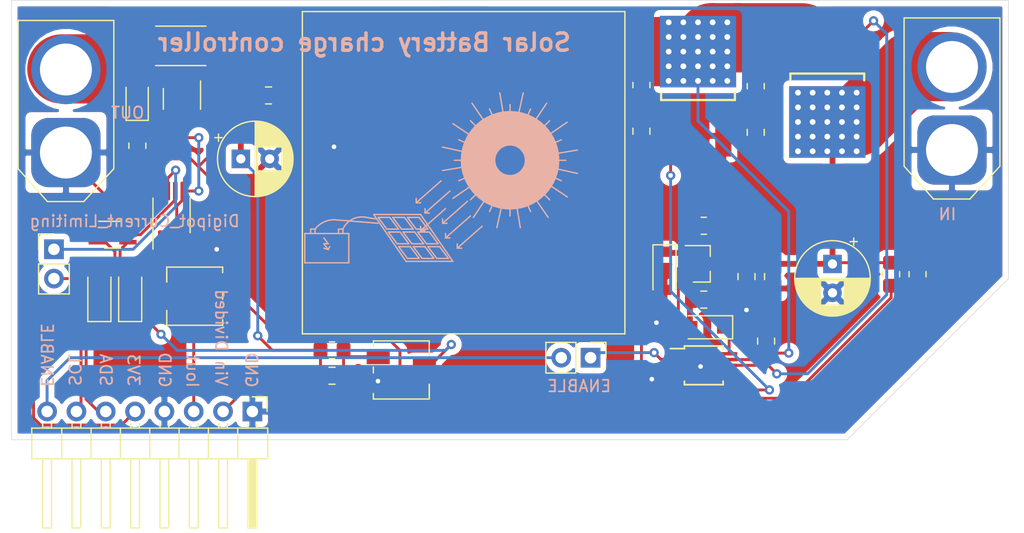
<source format=kicad_pcb>
(kicad_pcb (version 20171130) (host pcbnew 5.1.10)

  (general
    (thickness 1.6)
    (drawings 19)
    (tracks 239)
    (zones 0)
    (modules 39)
    (nets 28)
  )

  (page A4)
  (layers
    (0 F.Cu signal)
    (31 B.Cu signal)
    (32 B.Adhes user)
    (33 F.Adhes user)
    (34 B.Paste user)
    (35 F.Paste user)
    (36 B.SilkS user)
    (37 F.SilkS user)
    (38 B.Mask user)
    (39 F.Mask user)
    (40 Dwgs.User user)
    (41 Cmts.User user)
    (42 Eco1.User user)
    (43 Eco2.User user)
    (44 Edge.Cuts user)
    (45 Margin user)
    (46 B.CrtYd user)
    (47 F.CrtYd user)
    (48 B.Fab user)
    (49 F.Fab user)
  )

  (setup
    (last_trace_width 0.25)
    (user_trace_width 0.5)
    (user_trace_width 6)
    (trace_clearance 0.2)
    (zone_clearance 0.508)
    (zone_45_only no)
    (trace_min 0.2)
    (via_size 0.8)
    (via_drill 0.4)
    (via_min_size 0.4)
    (via_min_drill 0.3)
    (uvia_size 0.3)
    (uvia_drill 0.1)
    (uvias_allowed no)
    (uvia_min_size 0.2)
    (uvia_min_drill 0.1)
    (edge_width 0.05)
    (segment_width 0.2)
    (pcb_text_width 0.3)
    (pcb_text_size 1.5 1.5)
    (mod_edge_width 0.12)
    (mod_text_size 1 1)
    (mod_text_width 0.15)
    (pad_size 1.524 1.524)
    (pad_drill 0.762)
    (pad_to_mask_clearance 0)
    (aux_axis_origin 0 0)
    (visible_elements FFFFFF7F)
    (pcbplotparams
      (layerselection 0x010f0_ffffffff)
      (usegerberextensions false)
      (usegerberattributes true)
      (usegerberadvancedattributes true)
      (creategerberjobfile true)
      (excludeedgelayer true)
      (linewidth 0.100000)
      (plotframeref false)
      (viasonmask false)
      (mode 1)
      (useauxorigin false)
      (hpglpennumber 1)
      (hpglpenspeed 20)
      (hpglpendiameter 15.000000)
      (psnegative false)
      (psa4output false)
      (plotreference false)
      (plotvalue false)
      (plotinvisibletext false)
      (padsonsilk false)
      (subtractmaskfromsilk false)
      (outputformat 1)
      (mirror false)
      (drillshape 0)
      (scaleselection 1)
      (outputdirectory "./gerber"))
  )

  (net 0 "")
  (net 1 GND)
  (net 2 +5V)
  (net 3 "Net-(C5-Pad2)")
  (net 4 "Net-(C5-Pad1)")
  (net 5 "Net-(C6-Pad1)")
  (net 6 "Net-(C7-Pad2)")
  (net 7 "Net-(C7-Pad1)")
  (net 8 "Net-(C8-Pad2)")
  (net 9 "Net-(C10-Pad1)")
  (net 10 "Net-(D1-Pad1)")
  (net 11 "Net-(D3-Pad2)")
  (net 12 "Net-(D4-Pad2)")
  (net 13 /VINDIV)
  (net 14 /IOUT)
  (net 15 +3V3)
  (net 16 /SCL)
  (net 17 /SDA)
  (net 18 /EN)
  (net 19 "Net-(J4-Pad1)")
  (net 20 /VOUT)
  (net 21 "Net-(Q2-Pad1)")
  (net 22 "Net-(Q3-Pad1)")
  (net 23 "Net-(RV2-Pad2)")
  (net 24 "Net-(U2-Pad6)")
  (net 25 /VIN)
  (net 26 "Net-(J1-Pad8)")
  (net 27 "Net-(D5-Pad1)")

  (net_class Default "This is the default net class."
    (clearance 0.2)
    (trace_width 0.25)
    (via_dia 0.8)
    (via_drill 0.4)
    (uvia_dia 0.3)
    (uvia_drill 0.1)
    (add_net +3V3)
    (add_net +5V)
    (add_net /EN)
    (add_net /IOUT)
    (add_net /SCL)
    (add_net /SDA)
    (add_net /VIN)
    (add_net /VINDIV)
    (add_net /VOUT)
    (add_net GND)
    (add_net "Net-(C10-Pad1)")
    (add_net "Net-(C5-Pad1)")
    (add_net "Net-(C5-Pad2)")
    (add_net "Net-(C6-Pad1)")
    (add_net "Net-(C7-Pad1)")
    (add_net "Net-(C7-Pad2)")
    (add_net "Net-(C8-Pad2)")
    (add_net "Net-(D1-Pad1)")
    (add_net "Net-(D3-Pad2)")
    (add_net "Net-(D4-Pad2)")
    (add_net "Net-(D5-Pad1)")
    (add_net "Net-(J1-Pad8)")
    (add_net "Net-(J4-Pad1)")
    (add_net "Net-(Q2-Pad1)")
    (add_net "Net-(Q3-Pad1)")
    (add_net "Net-(RV2-Pad2)")
    (add_net "Net-(U2-Pad6)")
  )

  (module Resistor_SMD:R_0805_2012Metric_Pad1.20x1.40mm_HandSolder (layer F.Cu) (tedit 5F68FEEE) (tstamp 61810DCA)
    (at 85.84 44.36 90)
    (descr "Resistor SMD 0805 (2012 Metric), square (rectangular) end terminal, IPC_7351 nominal with elongated pad for handsoldering. (Body size source: IPC-SM-782 page 72, https://www.pcb-3d.com/wordpress/wp-content/uploads/ipc-sm-782a_amendment_1_and_2.pdf), generated with kicad-footprint-generator")
    (tags "resistor handsolder")
    (path /6189F24A)
    (attr smd)
    (fp_text reference R8 (at 0 -1.65 90) (layer F.SilkS) hide
      (effects (font (size 1 1) (thickness 0.15)))
    )
    (fp_text value 2k (at 0 1.65 90) (layer F.Fab)
      (effects (font (size 1 1) (thickness 0.15)))
    )
    (fp_line (start 1.85 0.95) (end -1.85 0.95) (layer F.CrtYd) (width 0.05))
    (fp_line (start 1.85 -0.95) (end 1.85 0.95) (layer F.CrtYd) (width 0.05))
    (fp_line (start -1.85 -0.95) (end 1.85 -0.95) (layer F.CrtYd) (width 0.05))
    (fp_line (start -1.85 0.95) (end -1.85 -0.95) (layer F.CrtYd) (width 0.05))
    (fp_line (start -0.227064 0.735) (end 0.227064 0.735) (layer F.SilkS) (width 0.12))
    (fp_line (start -0.227064 -0.735) (end 0.227064 -0.735) (layer F.SilkS) (width 0.12))
    (fp_line (start 1 0.625) (end -1 0.625) (layer F.Fab) (width 0.1))
    (fp_line (start 1 -0.625) (end 1 0.625) (layer F.Fab) (width 0.1))
    (fp_line (start -1 -0.625) (end 1 -0.625) (layer F.Fab) (width 0.1))
    (fp_line (start -1 0.625) (end -1 -0.625) (layer F.Fab) (width 0.1))
    (fp_text user %R (at 0 0 90) (layer F.Fab)
      (effects (font (size 0.5 0.5) (thickness 0.08)))
    )
    (pad 2 smd roundrect (at 1 0 90) (size 1.2 1.4) (layers F.Cu F.Paste F.Mask) (roundrect_rratio 0.2083325)
      (net 27 "Net-(D5-Pad1)"))
    (pad 1 smd roundrect (at -1 0 90) (size 1.2 1.4) (layers F.Cu F.Paste F.Mask) (roundrect_rratio 0.2083325)
      (net 1 GND))
    (model ${KISYS3DMOD}/Resistor_SMD.3dshapes/R_0805_2012Metric.wrl
      (at (xyz 0 0 0))
      (scale (xyz 1 1 1))
      (rotate (xyz 0 0 0))
    )
  )

  (module LED_SMD:LED_0805_2012Metric_Pad1.15x1.40mm_HandSolder (layer F.Cu) (tedit 5F68FEF1) (tstamp 61810A5D)
    (at 85.82 40.3 90)
    (descr "LED SMD 0805 (2012 Metric), square (rectangular) end terminal, IPC_7351 nominal, (Body size source: https://docs.google.com/spreadsheets/d/1BsfQQcO9C6DZCsRaXUlFlo91Tg2WpOkGARC1WS5S8t0/edit?usp=sharing), generated with kicad-footprint-generator")
    (tags "LED handsolder")
    (path /61893218)
    (attr smd)
    (fp_text reference D5 (at 0 -1.65 90) (layer F.SilkS) hide
      (effects (font (size 1 1) (thickness 0.15)))
    )
    (fp_text value LED (at 0 1.65 90) (layer F.Fab)
      (effects (font (size 1 1) (thickness 0.15)))
    )
    (fp_line (start 1.85 0.95) (end -1.85 0.95) (layer F.CrtYd) (width 0.05))
    (fp_line (start 1.85 -0.95) (end 1.85 0.95) (layer F.CrtYd) (width 0.05))
    (fp_line (start -1.85 -0.95) (end 1.85 -0.95) (layer F.CrtYd) (width 0.05))
    (fp_line (start -1.85 0.95) (end -1.85 -0.95) (layer F.CrtYd) (width 0.05))
    (fp_line (start -1.86 0.96) (end 1 0.96) (layer F.SilkS) (width 0.12))
    (fp_line (start -1.86 -0.96) (end -1.86 0.96) (layer F.SilkS) (width 0.12))
    (fp_line (start 1 -0.96) (end -1.86 -0.96) (layer F.SilkS) (width 0.12))
    (fp_line (start 1 0.6) (end 1 -0.6) (layer F.Fab) (width 0.1))
    (fp_line (start -1 0.6) (end 1 0.6) (layer F.Fab) (width 0.1))
    (fp_line (start -1 -0.3) (end -1 0.6) (layer F.Fab) (width 0.1))
    (fp_line (start -0.7 -0.6) (end -1 -0.3) (layer F.Fab) (width 0.1))
    (fp_line (start 1 -0.6) (end -0.7 -0.6) (layer F.Fab) (width 0.1))
    (fp_text user %R (at 0 0 90) (layer F.Fab)
      (effects (font (size 0.5 0.5) (thickness 0.08)))
    )
    (pad 2 smd roundrect (at 1.025 0 90) (size 1.15 1.4) (layers F.Cu F.Paste F.Mask) (roundrect_rratio 0.2173904347826087)
      (net 20 /VOUT))
    (pad 1 smd roundrect (at -1.025 0 90) (size 1.15 1.4) (layers F.Cu F.Paste F.Mask) (roundrect_rratio 0.2173904347826087)
      (net 27 "Net-(D5-Pad1)"))
    (model ${KISYS3DMOD}/LED_SMD.3dshapes/LED_0805_2012Metric.wrl
      (at (xyz 0 0 0))
      (scale (xyz 1 1 1))
      (rotate (xyz 0 0 0))
    )
  )

  (module User:SolarEnergy locked (layer B.Cu) (tedit 617BD10A) (tstamp 617E76B4)
    (at 85.1 76.1 180)
    (fp_text reference REF** (at 0 -0.5) (layer B.SilkS) hide
      (effects (font (size 1 1) (thickness 0.15)) (justify mirror))
    )
    (fp_text value SolarEnergy (at 0 0.5) (layer B.Fab)
      (effects (font (size 1 1) (thickness 0.15)) (justify mirror))
    )
    (fp_circle (center -33.02 30.48) (end -31.75 30.48) (layer B.SilkS) (width 3))
    (fp_line (start -29.464 30.48) (end -28.19233 30.48) (layer B.SilkS) (width 0.12))
    (fp_line (start -29.464 31.115) (end -27.178 31.623) (layer B.SilkS) (width 0.12))
    (fp_line (start -29.718 31.75) (end -28.575 32.258) (layer B.SilkS) (width 0.12))
    (fp_line (start -29.972 32.385) (end -28.067 33.655) (layer B.SilkS) (width 0.12))
    (fp_line (start -30.48 33.02) (end -29.591 33.909) (layer B.SilkS) (width 0.12))
    (fp_line (start -31.115 33.401) (end -29.718 35.433) (layer B.SilkS) (width 0.12))
    (fp_line (start -31.75 33.782) (end -31.242 34.925) (layer B.SilkS) (width 0.12))
    (fp_line (start -32.512 34.036) (end -32.131 36.322) (layer B.SilkS) (width 0.12))
    (fp_line (start -36.322 31.75) (end -37.465 32.258) (layer B.SilkS) (width 0.12))
    (fp_line (start -35.56 33.02) (end -36.449 33.909) (layer B.SilkS) (width 0.12))
    (fp_line (start -34.925 33.528) (end -36.195 35.433) (layer B.SilkS) (width 0.12))
    (fp_line (start -35.941 32.385) (end -37.973 33.782) (layer B.SilkS) (width 0.12))
    (fp_line (start -33.655 34.036) (end -34.163 36.322) (layer B.SilkS) (width 0.12))
    (fp_line (start -36.576 30.988) (end -38.862 31.369) (layer B.SilkS) (width 0.12))
    (fp_line (start -34.29 33.782) (end -34.798 34.925) (layer B.SilkS) (width 0.12))
    (fp_line (start -33.02 34.036) (end -33.02 35.30767) (layer B.SilkS) (width 0.12))
    (fp_line (start -34.29 27.178) (end -34.798 26.035) (layer B.SilkS) (width 0.12))
    (fp_line (start -35.56 27.94) (end -36.449 27.051) (layer B.SilkS) (width 0.12))
    (fp_line (start -36.068 28.575) (end -37.973 27.305) (layer B.SilkS) (width 0.12))
    (fp_line (start -34.925 27.559) (end -36.322 25.527) (layer B.SilkS) (width 0.12))
    (fp_line (start -36.576 29.845) (end -38.862 29.337) (layer B.SilkS) (width 0.12))
    (fp_line (start -33.528 26.924) (end -33.909 24.638) (layer B.SilkS) (width 0.12))
    (fp_line (start -36.322 29.21) (end -37.465 28.702) (layer B.SilkS) (width 0.12))
    (fp_line (start -36.576 30.48) (end -37.84767 30.48) (layer B.SilkS) (width 0.12))
    (fp_line (start -29.718 29.21) (end -28.575 28.702) (layer B.SilkS) (width 0.12))
    (fp_line (start -30.48 27.94) (end -29.591 27.051) (layer B.SilkS) (width 0.12))
    (fp_line (start -31.115 27.432) (end -29.845 25.527) (layer B.SilkS) (width 0.12))
    (fp_line (start -30.099 28.575) (end -28.067 27.178) (layer B.SilkS) (width 0.12))
    (fp_line (start -32.385 26.924) (end -31.877 24.638) (layer B.SilkS) (width 0.12))
    (fp_line (start -29.464 29.972) (end -27.178 29.591) (layer B.SilkS) (width 0.12))
    (fp_line (start -31.75 27.178) (end -31.242 26.035) (layer B.SilkS) (width 0.12))
    (fp_line (start -33.02 26.924) (end -33.02 25.65233) (layer B.SilkS) (width 0.12))
    (fp_line (start -25.146 25.527) (end -25.908 24.511) (layer B.SilkS) (width 0.12))
    (fp_line (start -25.908 24.511) (end -24.892 24.511) (layer B.SilkS) (width 0.12))
    (fp_line (start -24.892 24.511) (end -24.13 25.527) (layer B.SilkS) (width 0.12))
    (fp_line (start -24.13 25.527) (end -25.146 25.527) (layer B.SilkS) (width 0.12))
    (fp_line (start -25.781 23.241) (end -25.019 24.257) (layer B.SilkS) (width 0.12))
    (fp_line (start -26.035 24.257) (end -26.797 23.241) (layer B.SilkS) (width 0.12))
    (fp_line (start -26.797 23.241) (end -25.781 23.241) (layer B.SilkS) (width 0.12))
    (fp_line (start -25.019 24.257) (end -26.035 24.257) (layer B.SilkS) (width 0.12))
    (fp_line (start -26.67 21.971) (end -25.908 22.987) (layer B.SilkS) (width 0.12))
    (fp_line (start -26.924 22.987) (end -27.686 21.971) (layer B.SilkS) (width 0.12))
    (fp_line (start -27.686 21.971) (end -26.67 21.971) (layer B.SilkS) (width 0.12))
    (fp_line (start -25.908 22.987) (end -26.924 22.987) (layer B.SilkS) (width 0.12))
    (fp_line (start -23.622 24.511) (end -22.86 25.527) (layer B.SilkS) (width 0.12))
    (fp_line (start -23.876 25.527) (end -24.638 24.511) (layer B.SilkS) (width 0.12))
    (fp_line (start -24.638 24.511) (end -23.622 24.511) (layer B.SilkS) (width 0.12))
    (fp_line (start -22.86 25.527) (end -23.876 25.527) (layer B.SilkS) (width 0.12))
    (fp_line (start -24.511 23.241) (end -23.749 24.257) (layer B.SilkS) (width 0.12))
    (fp_line (start -24.765 24.257) (end -25.527 23.241) (layer B.SilkS) (width 0.12))
    (fp_line (start -25.527 23.241) (end -24.511 23.241) (layer B.SilkS) (width 0.12))
    (fp_line (start -23.749 24.257) (end -24.765 24.257) (layer B.SilkS) (width 0.12))
    (fp_line (start -25.4 21.971) (end -24.638 22.987) (layer B.SilkS) (width 0.12))
    (fp_line (start -25.654 22.987) (end -26.416 21.971) (layer B.SilkS) (width 0.12))
    (fp_line (start -26.416 21.971) (end -25.4 21.971) (layer B.SilkS) (width 0.12))
    (fp_line (start -24.638 22.987) (end -25.654 22.987) (layer B.SilkS) (width 0.12))
    (fp_line (start -22.352 24.511) (end -21.59 25.527) (layer B.SilkS) (width 0.12))
    (fp_line (start -22.606 25.527) (end -23.368 24.511) (layer B.SilkS) (width 0.12))
    (fp_line (start -23.368 24.511) (end -22.352 24.511) (layer B.SilkS) (width 0.12))
    (fp_line (start -21.59 25.527) (end -22.606 25.527) (layer B.SilkS) (width 0.12))
    (fp_line (start -23.241 23.241) (end -22.479 24.257) (layer B.SilkS) (width 0.12))
    (fp_line (start -23.495 24.257) (end -24.257 23.241) (layer B.SilkS) (width 0.12))
    (fp_line (start -24.257 23.241) (end -23.241 23.241) (layer B.SilkS) (width 0.12))
    (fp_line (start -22.479 24.257) (end -23.495 24.257) (layer B.SilkS) (width 0.12))
    (fp_line (start -24.13 21.971) (end -23.368 22.987) (layer B.SilkS) (width 0.12))
    (fp_line (start -24.384 22.987) (end -25.146 21.971) (layer B.SilkS) (width 0.12))
    (fp_line (start -25.146 21.971) (end -24.13 21.971) (layer B.SilkS) (width 0.12))
    (fp_line (start -23.368 22.987) (end -24.384 22.987) (layer B.SilkS) (width 0.12))
    (fp_line (start -21.209 25.781) (end -25.273 25.781) (layer B.SilkS) (width 0.12))
    (fp_line (start -25.273 25.781) (end -28.067 21.717) (layer B.SilkS) (width 0.12))
    (fp_line (start -28.067 21.717) (end -24.003 21.717) (layer B.SilkS) (width 0.12))
    (fp_line (start -21.209 25.781) (end -24.003 21.717) (layer B.SilkS) (width 0.12))
    (fp_line (start -15.24 24.13) (end -15.24 21.59) (layer B.SilkS) (width 0.12))
    (fp_line (start -15.24 21.59) (end -19.05 21.59) (layer B.SilkS) (width 0.12))
    (fp_line (start -19.05 21.59) (end -19.05 24.13) (layer B.SilkS) (width 0.12))
    (fp_line (start -19.05 24.13) (end -15.24 24.13) (layer B.SilkS) (width 0.12))
    (fp_line (start -16.891 23.749) (end -17.272 23.241) (layer B.SilkS) (width 0.12))
    (fp_line (start -17.272 23.241) (end -16.891 23.241) (layer B.SilkS) (width 0.12))
    (fp_line (start -16.891 23.241) (end -17.272 22.733) (layer B.SilkS) (width 0.12))
    (fp_line (start -17.272 22.733) (end -17.399 22.987) (layer B.SilkS) (width 0.12))
    (fp_line (start -17.272 22.733) (end -16.891 22.86) (layer B.SilkS) (width 0.12))
    (fp_line (start -18.161 24.13) (end -18.161 24.511) (layer B.SilkS) (width 0.12))
    (fp_line (start -18.161 24.511) (end -18.542 24.511) (layer B.SilkS) (width 0.12))
    (fp_line (start -18.542 24.511) (end -18.542 24.13) (layer B.SilkS) (width 0.12))
    (fp_line (start -15.748 24.13) (end -15.748 24.511) (layer B.SilkS) (width 0.12))
    (fp_line (start -15.748 24.511) (end -16.129 24.511) (layer B.SilkS) (width 0.12))
    (fp_line (start -16.129 24.511) (end -16.129 24.13) (layer B.SilkS) (width 0.12))
    (fp_line (start -17.78 25.323953) (end -21.59 25.019) (layer B.SilkS) (width 0.12))
    (fp_line (start -20.469495 25.546218) (end -21.336 25.4) (layer B.SilkS) (width 0.12))
    (fp_line (start -27.051 28.702) (end -24.892 26.797) (layer B.SilkS) (width 0.12))
    (fp_line (start -24.892 26.797) (end -24.892 27.178) (layer B.SilkS) (width 0.12))
    (fp_line (start -24.892 26.797) (end -25.273 26.797) (layer B.SilkS) (width 0.12))
    (fp_line (start -27.813 27.813) (end -25.654 25.908) (layer B.SilkS) (width 0.12))
    (fp_line (start -25.654 25.908) (end -25.654 26.289) (layer B.SilkS) (width 0.12))
    (fp_line (start -25.654 25.908) (end -26.035 25.908) (layer B.SilkS) (width 0.12))
    (fp_line (start -27.432 26.289) (end -25.273 24.384) (layer B.SilkS) (width 0.12))
    (fp_line (start -25.273 24.384) (end -25.273 24.765) (layer B.SilkS) (width 0.12))
    (fp_line (start -25.273 24.384) (end -25.654 24.384) (layer B.SilkS) (width 0.12))
    (fp_line (start -29.591 25.654) (end -27.432 23.749) (layer B.SilkS) (width 0.12))
    (fp_line (start -27.432 23.749) (end -27.432 24.13) (layer B.SilkS) (width 0.12))
    (fp_line (start -27.432 23.749) (end -27.813 23.749) (layer B.SilkS) (width 0.12))
    (fp_line (start -30.607 24.765) (end -28.448 22.86) (layer B.SilkS) (width 0.12))
    (fp_line (start -28.448 22.86) (end -28.448 23.241) (layer B.SilkS) (width 0.12))
    (fp_line (start -28.448 22.86) (end -28.829 22.86) (layer B.SilkS) (width 0.12))
    (fp_line (start -29.337 26.924) (end -27.178 25.019) (layer B.SilkS) (width 0.12))
    (fp_line (start -27.178 25.019) (end -27.178 25.4) (layer B.SilkS) (width 0.12))
    (fp_line (start -27.178 25.019) (end -27.559 25.019) (layer B.SilkS) (width 0.12))
    (fp_arc (start -17.78 23.241) (end -16.129001 24.510999) (angle 52.43140797) (layer B.SilkS) (width 0.12))
    (fp_arc (start -20.193 23.749) (end -18.542001 24.510999) (angle 73.97102169) (layer B.SilkS) (width 0.12))
  )

  (module User:dpak2 (layer F.Cu) (tedit 617BCA34) (tstamp 617C1B33)
    (at 134.4 36.2)
    (descr "MOS boitier DPACK G-D-S")
    (tags "CMD DPACK")
    (path /617D0C76)
    (solder_mask_margin 0.19558)
    (clearance 0.19558)
    (attr smd)
    (fp_text reference Q3 (at -2.11074 -4.11988) (layer F.SilkS) hide
      (effects (font (size 1.27 1.016) (thickness 0.2032)))
    )
    (fp_text value TK6R9P08QM (at 0.2794 10.75944) (layer F.SilkS) hide
      (effects (font (size 1.016 0.79756) (thickness 0.19558)))
    )
    (fp_line (start -3.19786 3.59918) (end -3.19786 4.19608) (layer F.SilkS) (width 0.19558))
    (fp_line (start 3.19786 4.19608) (end -3.19786 4.19608) (layer F.SilkS) (width 0.19558))
    (fp_line (start 3.19786 3.59918) (end 3.19786 4.19608) (layer F.SilkS) (width 0.19558))
    (pad 1 smd rect (at -2.37236 7.29996) (size 1.397 3.59918) (layers F.Cu F.Paste F.Mask)
      (net 22 "Net-(Q3-Pad1)"))
    (pad 2 smd rect (at 0 0) (size 6.59892 6.1976) (layers F.Cu F.Paste F.Mask)
      (net 3 "Net-(C5-Pad2)"))
    (pad 3 smd rect (at 2.19456 7.29996) (size 1.397 3.59918) (layers F.Cu F.Paste F.Mask)
      (net 1 GND))
    (pad 2 thru_hole circle (at 2.54 -2.54) (size 1 1) (drill 0.5) (layers *.Cu *.Mask)
      (net 3 "Net-(C5-Pad2)"))
    (pad 2 thru_hole circle (at 2.54 -1.27) (size 1 1) (drill 0.5) (layers *.Cu *.Mask)
      (net 3 "Net-(C5-Pad2)"))
    (pad 2 thru_hole circle (at 2.54 0) (size 1 1) (drill 0.5) (layers *.Cu *.Mask)
      (net 3 "Net-(C5-Pad2)"))
    (pad 2 thru_hole circle (at 2.54 1.27) (size 1 1) (drill 0.5) (layers *.Cu *.Mask)
      (net 3 "Net-(C5-Pad2)"))
    (pad 2 thru_hole circle (at 2.54 2.54) (size 1 1) (drill 0.5) (layers *.Cu *.Mask)
      (net 3 "Net-(C5-Pad2)"))
    (pad 2 thru_hole circle (at 1.27 2.54) (size 1 1) (drill 0.5) (layers *.Cu *.Mask)
      (net 3 "Net-(C5-Pad2)"))
    (pad 2 thru_hole circle (at 1.27 1.27) (size 1 1) (drill 0.5) (layers *.Cu *.Mask)
      (net 3 "Net-(C5-Pad2)"))
    (pad 2 thru_hole circle (at 1.27 0) (size 1 1) (drill 0.5) (layers *.Cu *.Mask)
      (net 3 "Net-(C5-Pad2)"))
    (pad 2 thru_hole circle (at 1.27 -1.27) (size 1 1) (drill 0.5) (layers *.Cu *.Mask)
      (net 3 "Net-(C5-Pad2)"))
    (pad 2 thru_hole circle (at 1.27 -2.54) (size 1 1) (drill 0.5) (layers *.Cu *.Mask)
      (net 3 "Net-(C5-Pad2)"))
    (pad 2 thru_hole circle (at 0 -2.54) (size 1 1) (drill 0.5) (layers *.Cu *.Mask)
      (net 3 "Net-(C5-Pad2)"))
    (pad 2 thru_hole circle (at 0 -1.27) (size 1 1) (drill 0.5) (layers *.Cu *.Mask)
      (net 3 "Net-(C5-Pad2)"))
    (pad 2 thru_hole circle (at 0 0) (size 1 1) (drill 0.5) (layers *.Cu *.Mask)
      (net 3 "Net-(C5-Pad2)"))
    (pad 2 thru_hole circle (at 0 1.27) (size 1 1) (drill 0.5) (layers *.Cu *.Mask)
      (net 3 "Net-(C5-Pad2)"))
    (pad 2 thru_hole circle (at 0 2.54) (size 1 1) (drill 0.5) (layers *.Cu *.Mask)
      (net 3 "Net-(C5-Pad2)"))
    (pad 2 thru_hole circle (at -1.27 2.54) (size 1 1) (drill 0.5) (layers *.Cu *.Mask)
      (net 3 "Net-(C5-Pad2)"))
    (pad 2 thru_hole circle (at -1.27 1.27) (size 1 1) (drill 0.5) (layers *.Cu *.Mask)
      (net 3 "Net-(C5-Pad2)"))
    (pad 2 thru_hole circle (at -1.27 0) (size 1 1) (drill 0.5) (layers *.Cu *.Mask)
      (net 3 "Net-(C5-Pad2)"))
    (pad 2 thru_hole circle (at -1.27 -1.27) (size 1 1) (drill 0.5) (layers *.Cu *.Mask)
      (net 3 "Net-(C5-Pad2)"))
    (pad 2 thru_hole circle (at -1.27 -2.54) (size 1 1) (drill 0.5) (layers *.Cu *.Mask)
      (net 3 "Net-(C5-Pad2)"))
    (pad 2 thru_hole circle (at -2.54 -2.54) (size 1 1) (drill 0.5) (layers *.Cu *.Mask)
      (net 3 "Net-(C5-Pad2)"))
    (pad 2 thru_hole circle (at -2.54 -1.27) (size 1 1) (drill 0.5) (layers *.Cu *.Mask)
      (net 3 "Net-(C5-Pad2)"))
    (pad 2 thru_hole circle (at -2.54 0) (size 1 1) (drill 0.5) (layers *.Cu *.Mask)
      (net 3 "Net-(C5-Pad2)"))
    (pad 2 thru_hole circle (at -2.54 1.27) (size 1 1) (drill 0.5) (layers *.Cu *.Mask)
      (net 3 "Net-(C5-Pad2)"))
    (pad 2 thru_hole circle (at -2.54 2.54) (size 1 1) (drill 0.5) (layers *.Cu *.Mask)
      (net 3 "Net-(C5-Pad2)"))
    (pad 2 smd rect (at 0 0) (size 6.59892 6.1976) (layers B.Cu B.Mask)
      (net 3 "Net-(C5-Pad2)"))
    (model smd/dpack_2.wrl
      (at (xyz 0 0 0))
      (scale (xyz 1 1 1))
      (rotate (xyz 0 0 0))
    )
  )

  (module User:dpak2 (layer F.Cu) (tedit 617BC9E8) (tstamp 617C1B29)
    (at 145.6 42.3 180)
    (descr "MOS boitier DPACK G-D-S")
    (tags "CMD DPACK")
    (path /617CE52E)
    (solder_mask_margin 0.19558)
    (clearance 0.19558)
    (attr smd)
    (fp_text reference Q2 (at -2.11074 -4.11988 180) (layer F.SilkS) hide
      (effects (font (size 1.27 1.016) (thickness 0.2032)))
    )
    (fp_text value TK6R9P08QM (at 0.2794 10.75944 180) (layer F.SilkS) hide
      (effects (font (size 1.016 0.79756) (thickness 0.19558)))
    )
    (fp_line (start -3.19786 3.59918) (end -3.19786 4.19608) (layer F.SilkS) (width 0.19558))
    (fp_line (start 3.19786 4.19608) (end -3.19786 4.19608) (layer F.SilkS) (width 0.19558))
    (fp_line (start 3.19786 3.59918) (end 3.19786 4.19608) (layer F.SilkS) (width 0.19558))
    (pad 1 smd rect (at -2.37236 7.29996 180) (size 1.397 3.59918) (layers F.Cu F.Paste F.Mask)
      (net 21 "Net-(Q2-Pad1)"))
    (pad 2 smd rect (at 0 0 180) (size 6.59892 6.1976) (layers F.Cu F.Paste F.Mask)
      (net 25 /VIN))
    (pad 3 smd rect (at 2.19456 7.29996 180) (size 1.397 3.59918) (layers F.Cu F.Paste F.Mask)
      (net 3 "Net-(C5-Pad2)"))
    (pad 2 thru_hole circle (at 2.54 -2.54 180) (size 1 1) (drill 0.5) (layers *.Cu *.Mask)
      (net 25 /VIN))
    (pad 2 thru_hole circle (at 2.54 -1.27 180) (size 1 1) (drill 0.5) (layers *.Cu *.Mask)
      (net 25 /VIN))
    (pad 2 thru_hole circle (at 2.54 0 180) (size 1 1) (drill 0.5) (layers *.Cu *.Mask)
      (net 25 /VIN))
    (pad 2 thru_hole circle (at 2.54 1.27 180) (size 1 1) (drill 0.5) (layers *.Cu *.Mask)
      (net 25 /VIN))
    (pad 2 thru_hole circle (at 2.54 2.54 180) (size 1 1) (drill 0.5) (layers *.Cu *.Mask)
      (net 25 /VIN))
    (pad 2 thru_hole circle (at 1.27 2.54 180) (size 1 1) (drill 0.5) (layers *.Cu *.Mask)
      (net 25 /VIN))
    (pad 2 thru_hole circle (at 1.27 1.27 180) (size 1 1) (drill 0.5) (layers *.Cu *.Mask)
      (net 25 /VIN))
    (pad 2 thru_hole circle (at 1.27 0 180) (size 1 1) (drill 0.5) (layers *.Cu *.Mask)
      (net 25 /VIN))
    (pad 2 thru_hole circle (at 1.27 -1.27 180) (size 1 1) (drill 0.5) (layers *.Cu *.Mask)
      (net 25 /VIN))
    (pad 2 thru_hole circle (at 1.27 -2.54 180) (size 1 1) (drill 0.5) (layers *.Cu *.Mask)
      (net 25 /VIN))
    (pad 2 thru_hole circle (at 0 -2.54 180) (size 1 1) (drill 0.5) (layers *.Cu *.Mask)
      (net 25 /VIN))
    (pad 2 thru_hole circle (at 0 -1.27 180) (size 1 1) (drill 0.5) (layers *.Cu *.Mask)
      (net 25 /VIN))
    (pad 2 thru_hole circle (at 0 0 180) (size 1 1) (drill 0.5) (layers *.Cu *.Mask)
      (net 25 /VIN))
    (pad 2 thru_hole circle (at 0 1.27 180) (size 1 1) (drill 0.5) (layers *.Cu *.Mask)
      (net 25 /VIN))
    (pad 2 thru_hole circle (at 0 2.54 180) (size 1 1) (drill 0.5) (layers *.Cu *.Mask)
      (net 25 /VIN))
    (pad 2 thru_hole circle (at -1.27 2.54 180) (size 1 1) (drill 0.5) (layers *.Cu *.Mask)
      (net 25 /VIN))
    (pad 2 thru_hole circle (at -1.27 1.27 180) (size 1 1) (drill 0.5) (layers *.Cu *.Mask)
      (net 25 /VIN))
    (pad 2 thru_hole circle (at -1.27 0 180) (size 1 1) (drill 0.5) (layers *.Cu *.Mask)
      (net 25 /VIN))
    (pad 2 thru_hole circle (at -1.27 -1.27 180) (size 1 1) (drill 0.5) (layers *.Cu *.Mask)
      (net 25 /VIN))
    (pad 2 thru_hole circle (at -1.27 -2.54 180) (size 1 1) (drill 0.5) (layers *.Cu *.Mask)
      (net 25 /VIN))
    (pad 2 thru_hole circle (at -2.54 -2.54 180) (size 1 1) (drill 0.5) (layers *.Cu *.Mask)
      (net 25 /VIN))
    (pad 2 thru_hole circle (at -2.54 -1.27 180) (size 1 1) (drill 0.5) (layers *.Cu *.Mask)
      (net 25 /VIN))
    (pad 2 thru_hole circle (at -2.54 0 180) (size 1 1) (drill 0.5) (layers *.Cu *.Mask)
      (net 25 /VIN))
    (pad 2 thru_hole circle (at -2.54 1.27 180) (size 1 1) (drill 0.5) (layers *.Cu *.Mask)
      (net 25 /VIN))
    (pad 2 thru_hole circle (at -2.54 2.54 180) (size 1 1) (drill 0.5) (layers *.Cu *.Mask)
      (net 25 /VIN))
    (pad 2 smd rect (at 0 0 180) (size 6.59892 6.1976) (layers B.Cu B.Mask)
      (net 25 /VIN))
    (model smd/dpack_2.wrl
      (at (xyz 0 0 0))
      (scale (xyz 1 1 1))
      (rotate (xyz 0 0 0))
    )
  )

  (module Package_TO_SOT_SMD:SOT-23-5_HandSoldering (layer F.Cu) (tedit 5A0AB76C) (tstamp 617C1C4C)
    (at 89.7 40.3 270)
    (descr "5-pin SOT23 package")
    (tags "SOT-23-5 hand-soldering")
    (path /61886ED1)
    (attr smd)
    (fp_text reference U4 (at 0 -2.9 90) (layer F.SilkS) hide
      (effects (font (size 1 1) (thickness 0.15)))
    )
    (fp_text value INA180 (at 0 2.9 90) (layer F.Fab)
      (effects (font (size 1 1) (thickness 0.15)))
    )
    (fp_line (start 2.38 1.8) (end -2.38 1.8) (layer F.CrtYd) (width 0.05))
    (fp_line (start 2.38 1.8) (end 2.38 -1.8) (layer F.CrtYd) (width 0.05))
    (fp_line (start -2.38 -1.8) (end -2.38 1.8) (layer F.CrtYd) (width 0.05))
    (fp_line (start -2.38 -1.8) (end 2.38 -1.8) (layer F.CrtYd) (width 0.05))
    (fp_line (start 0.9 -1.55) (end 0.9 1.55) (layer F.Fab) (width 0.1))
    (fp_line (start 0.9 1.55) (end -0.9 1.55) (layer F.Fab) (width 0.1))
    (fp_line (start -0.9 -0.9) (end -0.9 1.55) (layer F.Fab) (width 0.1))
    (fp_line (start 0.9 -1.55) (end -0.25 -1.55) (layer F.Fab) (width 0.1))
    (fp_line (start -0.9 -0.9) (end -0.25 -1.55) (layer F.Fab) (width 0.1))
    (fp_line (start 0.9 -1.61) (end -1.55 -1.61) (layer F.SilkS) (width 0.12))
    (fp_line (start -0.9 1.61) (end 0.9 1.61) (layer F.SilkS) (width 0.12))
    (fp_text user %R (at 0 0) (layer F.Fab)
      (effects (font (size 0.5 0.5) (thickness 0.075)))
    )
    (pad 5 smd rect (at 1.35 -0.95 270) (size 1.56 0.65) (layers F.Cu F.Paste F.Mask)
      (net 2 +5V))
    (pad 4 smd rect (at 1.35 0.95 270) (size 1.56 0.65) (layers F.Cu F.Paste F.Mask)
      (net 14 /IOUT))
    (pad 3 smd rect (at -1.35 0.95 270) (size 1.56 0.65) (layers F.Cu F.Paste F.Mask)
      (net 20 /VOUT))
    (pad 2 smd rect (at -1.35 0 270) (size 1.56 0.65) (layers F.Cu F.Paste F.Mask)
      (net 1 GND))
    (pad 1 smd rect (at -1.35 -0.95 270) (size 1.56 0.65) (layers F.Cu F.Paste F.Mask)
      (net 9 "Net-(C10-Pad1)"))
    (model ${KISYS3DMOD}/Package_TO_SOT_SMD.3dshapes/SOT-23-5.wrl
      (at (xyz 0 0 0))
      (scale (xyz 1 1 1))
      (rotate (xyz 0 0 0))
    )
  )

  (module Package_TO_SOT_SMD:SOT-363_SC-70-6_Handsoldering (layer F.Cu) (tedit 5A02FF57) (tstamp 617C1C37)
    (at 83.693 52.07)
    (descr "SOT-363, SC-70-6, Handsoldering")
    (tags "SOT-363 SC-70-6 Handsoldering")
    (path /6188ACC1)
    (attr smd)
    (fp_text reference U3 (at 0 -2) (layer F.SilkS) hide
      (effects (font (size 1 1) (thickness 0.15)))
    )
    (fp_text value MCP40D18-User (at 0 2 180) (layer F.Fab)
      (effects (font (size 1 1) (thickness 0.15)))
    )
    (fp_line (start -0.175 -1.1) (end -0.675 -0.6) (layer F.Fab) (width 0.1))
    (fp_line (start 0.675 1.1) (end -0.675 1.1) (layer F.Fab) (width 0.1))
    (fp_line (start 0.675 -1.1) (end 0.675 1.1) (layer F.Fab) (width 0.1))
    (fp_line (start -0.675 -0.6) (end -0.675 1.1) (layer F.Fab) (width 0.1))
    (fp_line (start 0.675 -1.1) (end -0.175 -1.1) (layer F.Fab) (width 0.1))
    (fp_line (start -2.4 -1.4) (end 2.4 -1.4) (layer F.CrtYd) (width 0.05))
    (fp_line (start -2.4 -1.4) (end -2.4 1.4) (layer F.CrtYd) (width 0.05))
    (fp_line (start 2.4 1.4) (end 2.4 -1.4) (layer F.CrtYd) (width 0.05))
    (fp_line (start -0.7 1.16) (end 0.7 1.16) (layer F.SilkS) (width 0.12))
    (fp_line (start 0.7 -1.16) (end -1.2 -1.16) (layer F.SilkS) (width 0.12))
    (fp_line (start -2.4 1.4) (end 2.4 1.4) (layer F.CrtYd) (width 0.05))
    (fp_text user %R (at 0 0 90) (layer F.Fab)
      (effects (font (size 0.5 0.5) (thickness 0.075)))
    )
    (pad 6 smd rect (at 1.33 -0.65) (size 1.5 0.4) (layers F.Cu F.Paste F.Mask)
      (net 2 +5V))
    (pad 5 smd rect (at 1.33 0) (size 1.5 0.4) (layers F.Cu F.Paste F.Mask)
      (net 24 "Net-(U2-Pad6)"))
    (pad 4 smd rect (at 1.33 0.65) (size 1.5 0.4) (layers F.Cu F.Paste F.Mask)
      (net 17 /SDA))
    (pad 3 smd rect (at -1.33 0.65) (size 1.5 0.4) (layers F.Cu F.Paste F.Mask)
      (net 16 /SCL))
    (pad 2 smd rect (at -1.33 0) (size 1.5 0.4) (layers F.Cu F.Paste F.Mask)
      (net 1 GND))
    (pad 1 smd rect (at -1.33 -0.65) (size 1.5 0.4) (layers F.Cu F.Paste F.Mask)
      (net 15 +3V3))
    (model ${KISYS3DMOD}/Package_TO_SOT_SMD.3dshapes/SOT-363_SC-70-6.wrl
      (at (xyz 0 0 0))
      (scale (xyz 1 1 1))
      (rotate (xyz 0 0 0))
    )
  )

  (module Package_SO:MSOP-8_3x3mm_P0.65mm (layer F.Cu) (tedit 5E509FDD) (tstamp 617C1C21)
    (at 88.8 50.4 90)
    (descr "MSOP, 8 Pin (https://www.jedec.org/system/files/docs/mo-187F.pdf variant AA), generated with kicad-footprint-generator ipc_gullwing_generator.py")
    (tags "MSOP SO")
    (path /618388FD)
    (attr smd)
    (fp_text reference U2 (at 0 -2.45 90) (layer F.SilkS) hide
      (effects (font (size 1 1) (thickness 0.15)))
    )
    (fp_text value TLV272 (at 0 2.45 90) (layer F.Fab)
      (effects (font (size 1 1) (thickness 0.15)))
    )
    (fp_line (start 3.18 -1.75) (end -3.18 -1.75) (layer F.CrtYd) (width 0.05))
    (fp_line (start 3.18 1.75) (end 3.18 -1.75) (layer F.CrtYd) (width 0.05))
    (fp_line (start -3.18 1.75) (end 3.18 1.75) (layer F.CrtYd) (width 0.05))
    (fp_line (start -3.18 -1.75) (end -3.18 1.75) (layer F.CrtYd) (width 0.05))
    (fp_line (start -1.5 -0.75) (end -0.75 -1.5) (layer F.Fab) (width 0.1))
    (fp_line (start -1.5 1.5) (end -1.5 -0.75) (layer F.Fab) (width 0.1))
    (fp_line (start 1.5 1.5) (end -1.5 1.5) (layer F.Fab) (width 0.1))
    (fp_line (start 1.5 -1.5) (end 1.5 1.5) (layer F.Fab) (width 0.1))
    (fp_line (start -0.75 -1.5) (end 1.5 -1.5) (layer F.Fab) (width 0.1))
    (fp_line (start 0 -1.61) (end -2.925 -1.61) (layer F.SilkS) (width 0.12))
    (fp_line (start 0 -1.61) (end 1.5 -1.61) (layer F.SilkS) (width 0.12))
    (fp_line (start 0 1.61) (end -1.5 1.61) (layer F.SilkS) (width 0.12))
    (fp_line (start 0 1.61) (end 1.5 1.61) (layer F.SilkS) (width 0.12))
    (fp_text user %R (at 0 0 90) (layer F.Fab)
      (effects (font (size 0.75 0.75) (thickness 0.11)))
    )
    (pad 8 smd roundrect (at 2.1125 -0.975 90) (size 1.625 0.4) (layers F.Cu F.Paste F.Mask) (roundrect_rratio 0.25)
      (net 2 +5V))
    (pad 7 smd roundrect (at 2.1125 -0.325 90) (size 1.625 0.4) (layers F.Cu F.Paste F.Mask) (roundrect_rratio 0.25)
      (net 19 "Net-(J4-Pad1)"))
    (pad 6 smd roundrect (at 2.1125 0.325 90) (size 1.625 0.4) (layers F.Cu F.Paste F.Mask) (roundrect_rratio 0.25)
      (net 24 "Net-(U2-Pad6)"))
    (pad 5 smd roundrect (at 2.1125 0.975 90) (size 1.625 0.4) (layers F.Cu F.Paste F.Mask) (roundrect_rratio 0.25)
      (net 14 /IOUT))
    (pad 4 smd roundrect (at -2.1125 0.975 90) (size 1.625 0.4) (layers F.Cu F.Paste F.Mask) (roundrect_rratio 0.25)
      (net 1 GND))
    (pad 3 smd roundrect (at -2.1125 0.325 90) (size 1.625 0.4) (layers F.Cu F.Paste F.Mask) (roundrect_rratio 0.25)
      (net 14 /IOUT))
    (pad 2 smd roundrect (at -2.1125 -0.325 90) (size 1.625 0.4) (layers F.Cu F.Paste F.Mask) (roundrect_rratio 0.25)
      (net 23 "Net-(RV2-Pad2)"))
    (pad 1 smd roundrect (at -2.1125 -0.975 90) (size 1.625 0.4) (layers F.Cu F.Paste F.Mask) (roundrect_rratio 0.25)
      (net 12 "Net-(D4-Pad2)"))
    (model ${KISYS3DMOD}/Package_SO.3dshapes/MSOP-8_3x3mm_P0.65mm.wrl
      (at (xyz 0 0 0))
      (scale (xyz 1 1 1))
      (rotate (xyz 0 0 0))
    )
  )

  (module Package_SO:MSOP-10_3x3mm_P0.5mm (layer F.Cu) (tedit 5A02F25C) (tstamp 617C1C07)
    (at 134.9 63.4)
    (descr "10-Lead Plastic Micro Small Outline Package (MS) [MSOP] (see Microchip Packaging Specification 00000049BS.pdf)")
    (tags "SSOP 0.5")
    (path /6187FAC2)
    (attr smd)
    (fp_text reference U1 (at 0 -2.6) (layer F.SilkS) hide
      (effects (font (size 1 1) (thickness 0.15)))
    )
    (fp_text value MIC2176 (at 0 2.6) (layer F.Fab)
      (effects (font (size 1 1) (thickness 0.15)))
    )
    (fp_line (start -1.675 -1.45) (end -2.9 -1.45) (layer F.SilkS) (width 0.15))
    (fp_line (start -1.675 1.675) (end 1.675 1.675) (layer F.SilkS) (width 0.15))
    (fp_line (start -1.675 -1.675) (end 1.675 -1.675) (layer F.SilkS) (width 0.15))
    (fp_line (start -1.675 1.675) (end -1.675 1.375) (layer F.SilkS) (width 0.15))
    (fp_line (start 1.675 1.675) (end 1.675 1.375) (layer F.SilkS) (width 0.15))
    (fp_line (start 1.675 -1.675) (end 1.675 -1.375) (layer F.SilkS) (width 0.15))
    (fp_line (start -1.675 -1.675) (end -1.675 -1.45) (layer F.SilkS) (width 0.15))
    (fp_line (start -3.15 1.85) (end 3.15 1.85) (layer F.CrtYd) (width 0.05))
    (fp_line (start -3.15 -1.85) (end 3.15 -1.85) (layer F.CrtYd) (width 0.05))
    (fp_line (start 3.15 -1.85) (end 3.15 1.85) (layer F.CrtYd) (width 0.05))
    (fp_line (start -3.15 -1.85) (end -3.15 1.85) (layer F.CrtYd) (width 0.05))
    (fp_line (start -1.5 -0.5) (end -0.5 -1.5) (layer F.Fab) (width 0.15))
    (fp_line (start -1.5 1.5) (end -1.5 -0.5) (layer F.Fab) (width 0.15))
    (fp_line (start 1.5 1.5) (end -1.5 1.5) (layer F.Fab) (width 0.15))
    (fp_line (start 1.5 -1.5) (end 1.5 1.5) (layer F.Fab) (width 0.15))
    (fp_line (start -0.5 -1.5) (end 1.5 -1.5) (layer F.Fab) (width 0.15))
    (fp_text user %R (at 0 0) (layer F.Fab)
      (effects (font (size 0.6 0.6) (thickness 0.15)))
    )
    (pad 10 smd rect (at 2.2 -1) (size 1.4 0.3) (layers F.Cu F.Paste F.Mask)
      (net 4 "Net-(C5-Pad1)"))
    (pad 9 smd rect (at 2.2 -0.5) (size 1.4 0.3) (layers F.Cu F.Paste F.Mask)
      (net 3 "Net-(C5-Pad2)"))
    (pad 8 smd rect (at 2.2 0) (size 1.4 0.3) (layers F.Cu F.Paste F.Mask)
      (net 21 "Net-(Q2-Pad1)"))
    (pad 7 smd rect (at 2.2 0.5) (size 1.4 0.3) (layers F.Cu F.Paste F.Mask)
      (net 1 GND))
    (pad 6 smd rect (at 2.2 1) (size 1.4 0.3) (layers F.Cu F.Paste F.Mask)
      (net 22 "Net-(Q3-Pad1)"))
    (pad 5 smd rect (at -2.2 1) (size 1.4 0.3) (layers F.Cu F.Paste F.Mask)
      (net 2 +5V))
    (pad 4 smd rect (at -2.2 0.5) (size 1.4 0.3) (layers F.Cu F.Paste F.Mask)
      (net 1 GND))
    (pad 3 smd rect (at -2.2 0) (size 1.4 0.3) (layers F.Cu F.Paste F.Mask)
      (net 6 "Net-(C7-Pad2)"))
    (pad 2 smd rect (at -2.2 -0.5) (size 1.4 0.3) (layers F.Cu F.Paste F.Mask)
      (net 18 /EN))
    (pad 1 smd rect (at -2.2 -1) (size 1.4 0.3) (layers F.Cu F.Paste F.Mask)
      (net 25 /VIN))
    (model ${KISYS3DMOD}/Package_SO.3dshapes/MSOP-10_3x3mm_P0.5mm.wrl
      (at (xyz 0 0 0))
      (scale (xyz 1 1 1))
      (rotate (xyz 0 0 0))
    )
  )

  (module Potentiometer_SMD:Potentiometer_Bourns_3214J_Horizontal (layer F.Cu) (tedit 5A3D7171) (tstamp 617C1BE8)
    (at 90.805 57.404)
    (descr "Potentiometer, horizontal, Bourns 3214J, https://www.bourns.com/docs/Product-Datasheets/3214.pdf")
    (tags "Potentiometer horizontal Bourns 3214J")
    (path /6188D59A)
    (attr smd)
    (fp_text reference RV2 (at 0 -3.65) (layer F.SilkS) hide
      (effects (font (size 1 1) (thickness 0.15)))
    )
    (fp_text value 50k (at 0 3.65) (layer F.Fab)
      (effects (font (size 1 1) (thickness 0.15)))
    )
    (fp_line (start 3.25 -2.65) (end -3.25 -2.65) (layer F.CrtYd) (width 0.05))
    (fp_line (start 3.25 2.65) (end 3.25 -2.65) (layer F.CrtYd) (width 0.05))
    (fp_line (start -3.25 2.65) (end 3.25 2.65) (layer F.CrtYd) (width 0.05))
    (fp_line (start -3.25 -2.65) (end -3.25 2.65) (layer F.CrtYd) (width 0.05))
    (fp_line (start -2.42 -2.14) (end -2.42 -1.24) (layer F.SilkS) (width 0.12))
    (fp_line (start -2.42 -2.14) (end -2.42 -1.24) (layer F.SilkS) (width 0.12))
    (fp_line (start -2.42 -2.14) (end -2.42 -2.14) (layer F.SilkS) (width 0.12))
    (fp_line (start 2.42 2.04) (end 2.42 2.52) (layer F.SilkS) (width 0.12))
    (fp_line (start 2.42 -0.26) (end 2.42 0.26) (layer F.SilkS) (width 0.12))
    (fp_line (start 2.42 -2.52) (end 2.42 -2.04) (layer F.SilkS) (width 0.12))
    (fp_line (start -2.42 1.24) (end -2.42 2.52) (layer F.SilkS) (width 0.12))
    (fp_line (start -2.42 -2.52) (end -2.42 -1.24) (layer F.SilkS) (width 0.12))
    (fp_line (start -2.42 2.52) (end 2.42 2.52) (layer F.SilkS) (width 0.12))
    (fp_line (start -2.42 -2.52) (end 2.42 -2.52) (layer F.SilkS) (width 0.12))
    (fp_line (start -2.3 -1.13) (end -2.3 -1.13) (layer F.Fab) (width 0.1))
    (fp_line (start -2.3 -2.02) (end -2.3 -2.02) (layer F.Fab) (width 0.1))
    (fp_line (start -2.3 -0.24) (end -2.3 -2.02) (layer F.Fab) (width 0.1))
    (fp_line (start -2.3 -0.24) (end -2.3 -0.24) (layer F.Fab) (width 0.1))
    (fp_line (start -2.3 -2.02) (end -2.3 -0.24) (layer F.Fab) (width 0.1))
    (fp_line (start 2.3 -2.4) (end -2.3 -2.4) (layer F.Fab) (width 0.1))
    (fp_line (start 2.3 2.4) (end 2.3 -2.4) (layer F.Fab) (width 0.1))
    (fp_line (start -2.3 2.4) (end 2.3 2.4) (layer F.Fab) (width 0.1))
    (fp_line (start -2.3 -2.4) (end -2.3 2.4) (layer F.Fab) (width 0.1))
    (fp_text user %R (at 0 0) (layer F.Fab)
      (effects (font (size 1 1) (thickness 0.15)))
    )
    (pad 3 smd rect (at 2 1.15) (size 2 1.3) (layers F.Cu F.Paste F.Mask)
      (net 2 +5V))
    (pad 2 smd rect (at -2 0) (size 2 2) (layers F.Cu F.Paste F.Mask)
      (net 23 "Net-(RV2-Pad2)"))
    (pad 1 smd rect (at 2 -1.15) (size 2 1.3) (layers F.Cu F.Paste F.Mask)
      (net 1 GND))
    (model ${KISYS3DMOD}/Potentiometer_SMD.3dshapes/Potentiometer_Bourns_3214J_Horizontal.wrl
      (at (xyz 0 0 0))
      (scale (xyz 1 1 1))
      (rotate (xyz 0 0 0))
    )
  )

  (module Potentiometer_SMD:Potentiometer_Bourns_3214J_Horizontal (layer F.Cu) (tedit 5A3D7171) (tstamp 617C1BC9)
    (at 108.7 63.8 180)
    (descr "Potentiometer, horizontal, Bourns 3214J, https://www.bourns.com/docs/Product-Datasheets/3214.pdf")
    (tags "Potentiometer horizontal Bourns 3214J")
    (path /61804800)
    (attr smd)
    (fp_text reference RV1 (at 0 -3.65) (layer F.SilkS) hide
      (effects (font (size 1 1) (thickness 0.15)))
    )
    (fp_text value 1k (at 0 3.65) (layer F.Fab)
      (effects (font (size 1 1) (thickness 0.15)))
    )
    (fp_line (start 3.25 -2.65) (end -3.25 -2.65) (layer F.CrtYd) (width 0.05))
    (fp_line (start 3.25 2.65) (end 3.25 -2.65) (layer F.CrtYd) (width 0.05))
    (fp_line (start -3.25 2.65) (end 3.25 2.65) (layer F.CrtYd) (width 0.05))
    (fp_line (start -3.25 -2.65) (end -3.25 2.65) (layer F.CrtYd) (width 0.05))
    (fp_line (start -2.42 -2.14) (end -2.42 -1.24) (layer F.SilkS) (width 0.12))
    (fp_line (start -2.42 -2.14) (end -2.42 -1.24) (layer F.SilkS) (width 0.12))
    (fp_line (start -2.42 -2.14) (end -2.42 -2.14) (layer F.SilkS) (width 0.12))
    (fp_line (start 2.42 2.04) (end 2.42 2.52) (layer F.SilkS) (width 0.12))
    (fp_line (start 2.42 -0.26) (end 2.42 0.26) (layer F.SilkS) (width 0.12))
    (fp_line (start 2.42 -2.52) (end 2.42 -2.04) (layer F.SilkS) (width 0.12))
    (fp_line (start -2.42 1.24) (end -2.42 2.52) (layer F.SilkS) (width 0.12))
    (fp_line (start -2.42 -2.52) (end -2.42 -1.24) (layer F.SilkS) (width 0.12))
    (fp_line (start -2.42 2.52) (end 2.42 2.52) (layer F.SilkS) (width 0.12))
    (fp_line (start -2.42 -2.52) (end 2.42 -2.52) (layer F.SilkS) (width 0.12))
    (fp_line (start -2.3 -1.13) (end -2.3 -1.13) (layer F.Fab) (width 0.1))
    (fp_line (start -2.3 -2.02) (end -2.3 -2.02) (layer F.Fab) (width 0.1))
    (fp_line (start -2.3 -0.24) (end -2.3 -2.02) (layer F.Fab) (width 0.1))
    (fp_line (start -2.3 -0.24) (end -2.3 -0.24) (layer F.Fab) (width 0.1))
    (fp_line (start -2.3 -2.02) (end -2.3 -0.24) (layer F.Fab) (width 0.1))
    (fp_line (start 2.3 -2.4) (end -2.3 -2.4) (layer F.Fab) (width 0.1))
    (fp_line (start 2.3 2.4) (end 2.3 -2.4) (layer F.Fab) (width 0.1))
    (fp_line (start -2.3 2.4) (end 2.3 2.4) (layer F.Fab) (width 0.1))
    (fp_line (start -2.3 -2.4) (end -2.3 2.4) (layer F.Fab) (width 0.1))
    (fp_text user %R (at 0 0) (layer F.Fab)
      (effects (font (size 1 1) (thickness 0.15)))
    )
    (pad 3 smd rect (at 2 1.15 180) (size 2 1.3) (layers F.Cu F.Paste F.Mask)
      (net 8 "Net-(C8-Pad2)"))
    (pad 2 smd rect (at -2 0 180) (size 2 2) (layers F.Cu F.Paste F.Mask)
      (net 6 "Net-(C7-Pad2)"))
    (pad 1 smd rect (at 2 -1.15 180) (size 2 1.3) (layers F.Cu F.Paste F.Mask)
      (net 1 GND))
    (model ${KISYS3DMOD}/Potentiometer_SMD.3dshapes/Potentiometer_Bourns_3214J_Horizontal.wrl
      (at (xyz 0 0 0))
      (scale (xyz 1 1 1))
      (rotate (xyz 0 0 0))
    )
  )

  (module Resistor_SMD:R_2512_6332Metric_Pad1.40x3.35mm_HandSolder (layer F.Cu) (tedit 5F68FEEE) (tstamp 617C1BAA)
    (at 89.6 35.7)
    (descr "Resistor SMD 2512 (6332 Metric), square (rectangular) end terminal, IPC_7351 nominal with elongated pad for handsoldering. (Body size source: IPC-SM-782 page 72, https://www.pcb-3d.com/wordpress/wp-content/uploads/ipc-sm-782a_amendment_1_and_2.pdf), generated with kicad-footprint-generator")
    (tags "resistor handsolder")
    (path /6180F401)
    (attr smd)
    (fp_text reference R7 (at 0 -2.62) (layer F.SilkS) hide
      (effects (font (size 1 1) (thickness 0.15)))
    )
    (fp_text value R010 (at 0 2.62) (layer F.Fab)
      (effects (font (size 1 1) (thickness 0.15)))
    )
    (fp_line (start 4 1.92) (end -4 1.92) (layer F.CrtYd) (width 0.05))
    (fp_line (start 4 -1.92) (end 4 1.92) (layer F.CrtYd) (width 0.05))
    (fp_line (start -4 -1.92) (end 4 -1.92) (layer F.CrtYd) (width 0.05))
    (fp_line (start -4 1.92) (end -4 -1.92) (layer F.CrtYd) (width 0.05))
    (fp_line (start -2.177064 1.71) (end 2.177064 1.71) (layer F.SilkS) (width 0.12))
    (fp_line (start -2.177064 -1.71) (end 2.177064 -1.71) (layer F.SilkS) (width 0.12))
    (fp_line (start 3.15 1.6) (end -3.15 1.6) (layer F.Fab) (width 0.1))
    (fp_line (start 3.15 -1.6) (end 3.15 1.6) (layer F.Fab) (width 0.1))
    (fp_line (start -3.15 -1.6) (end 3.15 -1.6) (layer F.Fab) (width 0.1))
    (fp_line (start -3.15 1.6) (end -3.15 -1.6) (layer F.Fab) (width 0.1))
    (fp_text user %R (at 0 0) (layer F.Fab)
      (effects (font (size 1 1) (thickness 0.15)))
    )
    (pad 2 smd roundrect (at 3.05 0) (size 1.4 3.35) (layers F.Cu F.Paste F.Mask) (roundrect_rratio 0.1785707142857143)
      (net 9 "Net-(C10-Pad1)"))
    (pad 1 smd roundrect (at -3.05 0) (size 1.4 3.35) (layers F.Cu F.Paste F.Mask) (roundrect_rratio 0.1785707142857143)
      (net 20 /VOUT))
    (model ${KISYS3DMOD}/Resistor_SMD.3dshapes/R_2512_6332Metric.wrl
      (at (xyz 0 0 0))
      (scale (xyz 1 1 1))
      (rotate (xyz 0 0 0))
    )
  )

  (module Resistor_SMD:R_0805_2012Metric_Pad1.20x1.40mm_HandSolder (layer F.Cu) (tedit 5F68FEEE) (tstamp 617C1B99)
    (at 153.416 55.499 90)
    (descr "Resistor SMD 0805 (2012 Metric), square (rectangular) end terminal, IPC_7351 nominal with elongated pad for handsoldering. (Body size source: IPC-SM-782 page 72, https://www.pcb-3d.com/wordpress/wp-content/uploads/ipc-sm-782a_amendment_1_and_2.pdf), generated with kicad-footprint-generator")
    (tags "resistor handsolder")
    (path /618E6E52)
    (attr smd)
    (fp_text reference R6 (at 0 -1.65 90) (layer F.SilkS) hide
      (effects (font (size 1 1) (thickness 0.15)))
    )
    (fp_text value 1k (at 0 1.65 90) (layer F.Fab)
      (effects (font (size 1 1) (thickness 0.15)))
    )
    (fp_line (start 1.85 0.95) (end -1.85 0.95) (layer F.CrtYd) (width 0.05))
    (fp_line (start 1.85 -0.95) (end 1.85 0.95) (layer F.CrtYd) (width 0.05))
    (fp_line (start -1.85 -0.95) (end 1.85 -0.95) (layer F.CrtYd) (width 0.05))
    (fp_line (start -1.85 0.95) (end -1.85 -0.95) (layer F.CrtYd) (width 0.05))
    (fp_line (start -0.227064 0.735) (end 0.227064 0.735) (layer F.SilkS) (width 0.12))
    (fp_line (start -0.227064 -0.735) (end 0.227064 -0.735) (layer F.SilkS) (width 0.12))
    (fp_line (start 1 0.625) (end -1 0.625) (layer F.Fab) (width 0.1))
    (fp_line (start 1 -0.625) (end 1 0.625) (layer F.Fab) (width 0.1))
    (fp_line (start -1 -0.625) (end 1 -0.625) (layer F.Fab) (width 0.1))
    (fp_line (start -1 0.625) (end -1 -0.625) (layer F.Fab) (width 0.1))
    (fp_text user %R (at 0 0 90) (layer F.Fab)
      (effects (font (size 0.5 0.5) (thickness 0.08)))
    )
    (pad 2 smd roundrect (at 1 0 90) (size 1.2 1.4) (layers F.Cu F.Paste F.Mask) (roundrect_rratio 0.2083325)
      (net 1 GND))
    (pad 1 smd roundrect (at -1 0 90) (size 1.2 1.4) (layers F.Cu F.Paste F.Mask) (roundrect_rratio 0.2083325)
      (net 13 /VINDIV))
    (model ${KISYS3DMOD}/Resistor_SMD.3dshapes/R_0805_2012Metric.wrl
      (at (xyz 0 0 0))
      (scale (xyz 1 1 1))
      (rotate (xyz 0 0 0))
    )
  )

  (module Resistor_SMD:R_0805_2012Metric_Pad1.20x1.40mm_HandSolder (layer F.Cu) (tedit 5F68FEEE) (tstamp 617C1B88)
    (at 151.13 55.499 270)
    (descr "Resistor SMD 0805 (2012 Metric), square (rectangular) end terminal, IPC_7351 nominal with elongated pad for handsoldering. (Body size source: IPC-SM-782 page 72, https://www.pcb-3d.com/wordpress/wp-content/uploads/ipc-sm-782a_amendment_1_and_2.pdf), generated with kicad-footprint-generator")
    (tags "resistor handsolder")
    (path /618E62A4)
    (attr smd)
    (fp_text reference R5 (at 0 -1.65 90) (layer F.SilkS) hide
      (effects (font (size 1 1) (thickness 0.15)))
    )
    (fp_text value 18k (at 0 1.65 90) (layer F.Fab)
      (effects (font (size 1 1) (thickness 0.15)))
    )
    (fp_line (start 1.85 0.95) (end -1.85 0.95) (layer F.CrtYd) (width 0.05))
    (fp_line (start 1.85 -0.95) (end 1.85 0.95) (layer F.CrtYd) (width 0.05))
    (fp_line (start -1.85 -0.95) (end 1.85 -0.95) (layer F.CrtYd) (width 0.05))
    (fp_line (start -1.85 0.95) (end -1.85 -0.95) (layer F.CrtYd) (width 0.05))
    (fp_line (start -0.227064 0.735) (end 0.227064 0.735) (layer F.SilkS) (width 0.12))
    (fp_line (start -0.227064 -0.735) (end 0.227064 -0.735) (layer F.SilkS) (width 0.12))
    (fp_line (start 1 0.625) (end -1 0.625) (layer F.Fab) (width 0.1))
    (fp_line (start 1 -0.625) (end 1 0.625) (layer F.Fab) (width 0.1))
    (fp_line (start -1 -0.625) (end 1 -0.625) (layer F.Fab) (width 0.1))
    (fp_line (start -1 0.625) (end -1 -0.625) (layer F.Fab) (width 0.1))
    (fp_text user %R (at 0 0 90) (layer F.Fab)
      (effects (font (size 0.5 0.5) (thickness 0.08)))
    )
    (pad 2 smd roundrect (at 1 0 270) (size 1.2 1.4) (layers F.Cu F.Paste F.Mask) (roundrect_rratio 0.2083325)
      (net 13 /VINDIV))
    (pad 1 smd roundrect (at -1 0 270) (size 1.2 1.4) (layers F.Cu F.Paste F.Mask) (roundrect_rratio 0.2083325)
      (net 25 /VIN))
    (model ${KISYS3DMOD}/Resistor_SMD.3dshapes/R_0805_2012Metric.wrl
      (at (xyz 0 0 0))
      (scale (xyz 1 1 1))
      (rotate (xyz 0 0 0))
    )
  )

  (module Resistor_SMD:R_0805_2012Metric_Pad1.20x1.40mm_HandSolder (layer F.Cu) (tedit 5F68FEEE) (tstamp 617C1B77)
    (at 102.7 62.1)
    (descr "Resistor SMD 0805 (2012 Metric), square (rectangular) end terminal, IPC_7351 nominal with elongated pad for handsoldering. (Body size source: IPC-SM-782 page 72, https://www.pcb-3d.com/wordpress/wp-content/uploads/ipc-sm-782a_amendment_1_and_2.pdf), generated with kicad-footprint-generator")
    (tags "resistor handsolder")
    (path /617E6D92)
    (attr smd)
    (fp_text reference R4 (at 0 -1.65) (layer F.SilkS) hide
      (effects (font (size 1 1) (thickness 0.15)))
    )
    (fp_text value 10k (at 0 1.65) (layer F.Fab)
      (effects (font (size 1 1) (thickness 0.15)))
    )
    (fp_line (start 1.85 0.95) (end -1.85 0.95) (layer F.CrtYd) (width 0.05))
    (fp_line (start 1.85 -0.95) (end 1.85 0.95) (layer F.CrtYd) (width 0.05))
    (fp_line (start -1.85 -0.95) (end 1.85 -0.95) (layer F.CrtYd) (width 0.05))
    (fp_line (start -1.85 0.95) (end -1.85 -0.95) (layer F.CrtYd) (width 0.05))
    (fp_line (start -0.227064 0.735) (end 0.227064 0.735) (layer F.SilkS) (width 0.12))
    (fp_line (start -0.227064 -0.735) (end 0.227064 -0.735) (layer F.SilkS) (width 0.12))
    (fp_line (start 1 0.625) (end -1 0.625) (layer F.Fab) (width 0.1))
    (fp_line (start 1 -0.625) (end 1 0.625) (layer F.Fab) (width 0.1))
    (fp_line (start -1 -0.625) (end 1 -0.625) (layer F.Fab) (width 0.1))
    (fp_line (start -1 0.625) (end -1 -0.625) (layer F.Fab) (width 0.1))
    (fp_text user %R (at 0 0) (layer F.Fab)
      (effects (font (size 0.5 0.5) (thickness 0.08)))
    )
    (pad 2 smd roundrect (at 1 0) (size 1.2 1.4) (layers F.Cu F.Paste F.Mask) (roundrect_rratio 0.2083325)
      (net 8 "Net-(C8-Pad2)"))
    (pad 1 smd roundrect (at -1 0) (size 1.2 1.4) (layers F.Cu F.Paste F.Mask) (roundrect_rratio 0.2083325)
      (net 9 "Net-(C10-Pad1)"))
    (model ${KISYS3DMOD}/Resistor_SMD.3dshapes/R_0805_2012Metric.wrl
      (at (xyz 0 0 0))
      (scale (xyz 1 1 1))
      (rotate (xyz 0 0 0))
    )
  )

  (module Resistor_SMD:R_0805_2012Metric_Pad1.20x1.40mm_HandSolder (layer F.Cu) (tedit 5F68FEEE) (tstamp 617C1B66)
    (at 129.5 39.1 270)
    (descr "Resistor SMD 0805 (2012 Metric), square (rectangular) end terminal, IPC_7351 nominal with elongated pad for handsoldering. (Body size source: IPC-SM-782 page 72, https://www.pcb-3d.com/wordpress/wp-content/uploads/ipc-sm-782a_amendment_1_and_2.pdf), generated with kicad-footprint-generator")
    (tags "resistor handsolder")
    (path /617E608A)
    (attr smd)
    (fp_text reference R3 (at 0 -1.65 90) (layer F.SilkS) hide
      (effects (font (size 1 1) (thickness 0.15)))
    )
    (fp_text value 10k (at 0 1.65 90) (layer F.Fab)
      (effects (font (size 1 1) (thickness 0.15)))
    )
    (fp_line (start 1.85 0.95) (end -1.85 0.95) (layer F.CrtYd) (width 0.05))
    (fp_line (start 1.85 -0.95) (end 1.85 0.95) (layer F.CrtYd) (width 0.05))
    (fp_line (start -1.85 -0.95) (end 1.85 -0.95) (layer F.CrtYd) (width 0.05))
    (fp_line (start -1.85 0.95) (end -1.85 -0.95) (layer F.CrtYd) (width 0.05))
    (fp_line (start -0.227064 0.735) (end 0.227064 0.735) (layer F.SilkS) (width 0.12))
    (fp_line (start -0.227064 -0.735) (end 0.227064 -0.735) (layer F.SilkS) (width 0.12))
    (fp_line (start 1 0.625) (end -1 0.625) (layer F.Fab) (width 0.1))
    (fp_line (start 1 -0.625) (end 1 0.625) (layer F.Fab) (width 0.1))
    (fp_line (start -1 -0.625) (end 1 -0.625) (layer F.Fab) (width 0.1))
    (fp_line (start -1 0.625) (end -1 -0.625) (layer F.Fab) (width 0.1))
    (fp_text user %R (at 0 0 90) (layer F.Fab)
      (effects (font (size 0.5 0.5) (thickness 0.08)))
    )
    (pad 2 smd roundrect (at 1 0 270) (size 1.2 1.4) (layers F.Cu F.Paste F.Mask) (roundrect_rratio 0.2083325)
      (net 7 "Net-(C7-Pad1)"))
    (pad 1 smd roundrect (at -1 0 270) (size 1.2 1.4) (layers F.Cu F.Paste F.Mask) (roundrect_rratio 0.2083325)
      (net 3 "Net-(C5-Pad2)"))
    (model ${KISYS3DMOD}/Resistor_SMD.3dshapes/R_0805_2012Metric.wrl
      (at (xyz 0 0 0))
      (scale (xyz 1 1 1))
      (rotate (xyz 0 0 0))
    )
  )

  (module Resistor_SMD:R_0805_2012Metric_Pad1.20x1.40mm_HandSolder (layer F.Cu) (tedit 5F68FEEE) (tstamp 617C1B55)
    (at 139.4 39.2 270)
    (descr "Resistor SMD 0805 (2012 Metric), square (rectangular) end terminal, IPC_7351 nominal with elongated pad for handsoldering. (Body size source: IPC-SM-782 page 72, https://www.pcb-3d.com/wordpress/wp-content/uploads/ipc-sm-782a_amendment_1_and_2.pdf), generated with kicad-footprint-generator")
    (tags "resistor handsolder")
    (path /617DEE55)
    (attr smd)
    (fp_text reference R2 (at 0 -1.65 90) (layer F.SilkS) hide
      (effects (font (size 1 1) (thickness 0.15)))
    )
    (fp_text value 1R21 (at 0 1.65 90) (layer F.Fab)
      (effects (font (size 1 1) (thickness 0.15)))
    )
    (fp_line (start 1.85 0.95) (end -1.85 0.95) (layer F.CrtYd) (width 0.05))
    (fp_line (start 1.85 -0.95) (end 1.85 0.95) (layer F.CrtYd) (width 0.05))
    (fp_line (start -1.85 -0.95) (end 1.85 -0.95) (layer F.CrtYd) (width 0.05))
    (fp_line (start -1.85 0.95) (end -1.85 -0.95) (layer F.CrtYd) (width 0.05))
    (fp_line (start -0.227064 0.735) (end 0.227064 0.735) (layer F.SilkS) (width 0.12))
    (fp_line (start -0.227064 -0.735) (end 0.227064 -0.735) (layer F.SilkS) (width 0.12))
    (fp_line (start 1 0.625) (end -1 0.625) (layer F.Fab) (width 0.1))
    (fp_line (start 1 -0.625) (end 1 0.625) (layer F.Fab) (width 0.1))
    (fp_line (start -1 -0.625) (end 1 -0.625) (layer F.Fab) (width 0.1))
    (fp_line (start -1 0.625) (end -1 -0.625) (layer F.Fab) (width 0.1))
    (fp_text user %R (at 0 0 90) (layer F.Fab)
      (effects (font (size 0.5 0.5) (thickness 0.08)))
    )
    (pad 2 smd roundrect (at 1 0 270) (size 1.2 1.4) (layers F.Cu F.Paste F.Mask) (roundrect_rratio 0.2083325)
      (net 5 "Net-(C6-Pad1)"))
    (pad 1 smd roundrect (at -1 0 270) (size 1.2 1.4) (layers F.Cu F.Paste F.Mask) (roundrect_rratio 0.2083325)
      (net 3 "Net-(C5-Pad2)"))
    (model ${KISYS3DMOD}/Resistor_SMD.3dshapes/R_0805_2012Metric.wrl
      (at (xyz 0 0 0))
      (scale (xyz 1 1 1))
      (rotate (xyz 0 0 0))
    )
  )

  (module Resistor_SMD:R_0805_2012Metric_Pad1.20x1.40mm_HandSolder (layer F.Cu) (tedit 5F68FEEE) (tstamp 617C1B44)
    (at 134.9 51.3 180)
    (descr "Resistor SMD 0805 (2012 Metric), square (rectangular) end terminal, IPC_7351 nominal with elongated pad for handsoldering. (Body size source: IPC-SM-782 page 72, https://www.pcb-3d.com/wordpress/wp-content/uploads/ipc-sm-782a_amendment_1_and_2.pdf), generated with kicad-footprint-generator")
    (tags "resistor handsolder")
    (path /617BB8CD)
    (attr smd)
    (fp_text reference R1 (at 0 -1.65) (layer F.SilkS) hide
      (effects (font (size 1 1) (thickness 0.15)))
    )
    (fp_text value 10k (at 0 1.65) (layer F.Fab)
      (effects (font (size 1 1) (thickness 0.15)))
    )
    (fp_line (start 1.85 0.95) (end -1.85 0.95) (layer F.CrtYd) (width 0.05))
    (fp_line (start 1.85 -0.95) (end 1.85 0.95) (layer F.CrtYd) (width 0.05))
    (fp_line (start -1.85 -0.95) (end 1.85 -0.95) (layer F.CrtYd) (width 0.05))
    (fp_line (start -1.85 0.95) (end -1.85 -0.95) (layer F.CrtYd) (width 0.05))
    (fp_line (start -0.227064 0.735) (end 0.227064 0.735) (layer F.SilkS) (width 0.12))
    (fp_line (start -0.227064 -0.735) (end 0.227064 -0.735) (layer F.SilkS) (width 0.12))
    (fp_line (start 1 0.625) (end -1 0.625) (layer F.Fab) (width 0.1))
    (fp_line (start 1 -0.625) (end 1 0.625) (layer F.Fab) (width 0.1))
    (fp_line (start -1 -0.625) (end 1 -0.625) (layer F.Fab) (width 0.1))
    (fp_line (start -1 0.625) (end -1 -0.625) (layer F.Fab) (width 0.1))
    (fp_text user %R (at 0 0) (layer F.Fab)
      (effects (font (size 0.5 0.5) (thickness 0.08)))
    )
    (pad 2 smd roundrect (at 1 0 180) (size 1.2 1.4) (layers F.Cu F.Paste F.Mask) (roundrect_rratio 0.2083325)
      (net 10 "Net-(D1-Pad1)"))
    (pad 1 smd roundrect (at -1 0 180) (size 1.2 1.4) (layers F.Cu F.Paste F.Mask) (roundrect_rratio 0.2083325)
      (net 25 /VIN))
    (model ${KISYS3DMOD}/Resistor_SMD.3dshapes/R_0805_2012Metric.wrl
      (at (xyz 0 0 0))
      (scale (xyz 1 1 1))
      (rotate (xyz 0 0 0))
    )
  )

  (module Package_TO_SOT_SMD:SOT-23 (layer F.Cu) (tedit 5A02FF57) (tstamp 617C1B1F)
    (at 134.7 54.6)
    (descr "SOT-23, Standard")
    (tags SOT-23)
    (path /617BCFB2)
    (attr smd)
    (fp_text reference Q1 (at 0 -2.5) (layer F.SilkS) hide
      (effects (font (size 1 1) (thickness 0.15)))
    )
    (fp_text value BC847 (at 0 2.5) (layer F.Fab)
      (effects (font (size 1 1) (thickness 0.15)))
    )
    (fp_line (start 0.76 1.58) (end -0.7 1.58) (layer F.SilkS) (width 0.12))
    (fp_line (start 0.76 -1.58) (end -1.4 -1.58) (layer F.SilkS) (width 0.12))
    (fp_line (start -1.7 1.75) (end -1.7 -1.75) (layer F.CrtYd) (width 0.05))
    (fp_line (start 1.7 1.75) (end -1.7 1.75) (layer F.CrtYd) (width 0.05))
    (fp_line (start 1.7 -1.75) (end 1.7 1.75) (layer F.CrtYd) (width 0.05))
    (fp_line (start -1.7 -1.75) (end 1.7 -1.75) (layer F.CrtYd) (width 0.05))
    (fp_line (start 0.76 -1.58) (end 0.76 -0.65) (layer F.SilkS) (width 0.12))
    (fp_line (start 0.76 1.58) (end 0.76 0.65) (layer F.SilkS) (width 0.12))
    (fp_line (start -0.7 1.52) (end 0.7 1.52) (layer F.Fab) (width 0.1))
    (fp_line (start 0.7 -1.52) (end 0.7 1.52) (layer F.Fab) (width 0.1))
    (fp_line (start -0.7 -0.95) (end -0.15 -1.52) (layer F.Fab) (width 0.1))
    (fp_line (start -0.15 -1.52) (end 0.7 -1.52) (layer F.Fab) (width 0.1))
    (fp_line (start -0.7 -0.95) (end -0.7 1.5) (layer F.Fab) (width 0.1))
    (fp_text user %R (at 0 0 90) (layer F.Fab)
      (effects (font (size 0.5 0.5) (thickness 0.075)))
    )
    (pad 3 smd rect (at 1 0) (size 0.9 0.8) (layers F.Cu F.Paste F.Mask)
      (net 25 /VIN))
    (pad 2 smd rect (at -1 0.95) (size 0.9 0.8) (layers F.Cu F.Paste F.Mask)
      (net 2 +5V))
    (pad 1 smd rect (at -1 -0.95) (size 0.9 0.8) (layers F.Cu F.Paste F.Mask)
      (net 10 "Net-(D1-Pad1)"))
    (model ${KISYS3DMOD}/Package_TO_SOT_SMD.3dshapes/SOT-23.wrl
      (at (xyz 0 0 0))
      (scale (xyz 1 1 1))
      (rotate (xyz 0 0 0))
    )
  )

  (module User:SER2900 (layer F.Cu) (tedit 617BC496) (tstamp 617C1B0A)
    (at 114.1 50 180)
    (path /617EC6D1)
    (fp_text reference L1 (at 0 0.5) (layer F.SilkS) hide
      (effects (font (size 1 1) (thickness 0.15)))
    )
    (fp_text value SER2918H-153KL (at 0 -0.5) (layer F.Fab)
      (effects (font (size 1 1) (thickness 0.15)))
    )
    (fp_line (start 13.97 17.272) (end 13.97 -10.668) (layer F.SilkS) (width 0.12))
    (fp_line (start -13.97 17.272) (end 13.97 17.272) (layer F.SilkS) (width 0.12))
    (fp_line (start -13.97 -10.668) (end -13.97 17.272) (layer F.SilkS) (width 0.12))
    (fp_line (start 13.97 -10.668) (end -13.97 -10.668) (layer F.SilkS) (width 0.12))
    (pad "" smd rect (at 0.254 -7.874 180) (size 6.35 5.28) (layers F.Cu F.Paste F.Mask))
    (pad 2 smd rect (at 5.08 14.224 180) (size 5.33 5.59) (layers F.Cu F.Paste F.Mask)
      (net 9 "Net-(C10-Pad1)"))
    (pad 1 smd rect (at -5.08 14.224 180) (size 5.33 5.59) (layers F.Cu F.Paste F.Mask)
      (net 3 "Net-(C5-Pad2)"))
  )

  (module Connector_AMASS:AMASS_XT60-F_1x02_P7.20mm_Vertical (layer F.Cu) (tedit 5D6C1D2C) (tstamp 617C1AFF)
    (at 79.65 44.95 90)
    (descr "AMASS female XT60, through hole, vertical, https://www.tme.eu/Document/2d152ced3b7a446066e6c419d84bb460/XT60%20SPEC.pdf")
    (tags "XT60 female vertical")
    (path /6191B89F)
    (fp_text reference J5 (at 3.6 -5.3 270) (layer F.SilkS) hide
      (effects (font (size 1 1) (thickness 0.15)))
    )
    (fp_text value Conn_01x02 (at 3.6 5.4 90) (layer F.Fab)
      (effects (font (size 1 1) (thickness 0.15)))
    )
    (fp_line (start -1.6 -4.6) (end 11.85 -4.6) (layer F.CrtYd) (width 0.05))
    (fp_line (start -4.65 -1.85) (end -1.6 -4.6) (layer F.CrtYd) (width 0.05))
    (fp_line (start -4.65 1.85) (end -4.65 -1.85) (layer F.CrtYd) (width 0.05))
    (fp_line (start -1.6 4.6) (end -4.65 1.85) (layer F.CrtYd) (width 0.05))
    (fp_line (start 11.85 4.6) (end -1.6 4.6) (layer F.CrtYd) (width 0.05))
    (fp_line (start 11.85 -4.6) (end 11.85 4.6) (layer F.CrtYd) (width 0.05))
    (fp_line (start 11.35 4.05) (end 11.35 -4.05) (layer F.Fab) (width 0.12))
    (fp_line (start -1.4 4.05) (end 11.35 4.05) (layer F.Fab) (width 0.12))
    (fp_line (start -4.15 1.55) (end -1.4 4.05) (layer F.Fab) (width 0.12))
    (fp_line (start -4.15 -1.55) (end -4.15 1.55) (layer F.Fab) (width 0.12))
    (fp_line (start -1.4 -4.05) (end -4.15 -1.55) (layer F.Fab) (width 0.12))
    (fp_line (start 11.35 -4.05) (end -1.4 -4.05) (layer F.Fab) (width 0.12))
    (fp_line (start -4.25 1.55) (end -1.4 4.15) (layer F.SilkS) (width 0.12))
    (fp_line (start -1.4 -4.15) (end -4.25 -1.6) (layer F.SilkS) (width 0.12))
    (fp_line (start 11.45 4.15) (end 11.45 -4.15) (layer F.SilkS) (width 0.12))
    (fp_line (start -1.4 4.15) (end 11.45 4.15) (layer F.SilkS) (width 0.12))
    (fp_line (start -4.25 -1.6) (end -4.25 1.55) (layer F.SilkS) (width 0.12))
    (fp_line (start 11.45 -4.15) (end -1.4 -4.15) (layer F.SilkS) (width 0.12))
    (fp_text user %R (at 3.6 0.05 90) (layer F.Fab)
      (effects (font (size 1 1) (thickness 0.15)))
    )
    (pad 1 thru_hole roundrect (at 0 0 90) (size 6 6) (drill 4.5) (layers *.Cu *.Mask) (roundrect_rratio 0.25)
      (net 1 GND))
    (pad 2 thru_hole circle (at 7.2 0 90) (size 6 6) (drill 4.5) (layers *.Cu *.Mask)
      (net 20 /VOUT))
    (model ${KISYS3DMOD}/Connector_AMASS.3dshapes/AMASS_XT60-F_1x02_P7.2mm_Vertical.wrl
      (at (xyz 0 0 0))
      (scale (xyz 1 1 1))
      (rotate (xyz 0 0 0))
    )
  )

  (module Connector_PinHeader_2.54mm:PinHeader_1x02_P2.54mm_Vertical (layer F.Cu) (tedit 59FED5CC) (tstamp 617C1AE6)
    (at 78.613 53.34)
    (descr "Through hole straight pin header, 1x02, 2.54mm pitch, single row")
    (tags "Through hole pin header THT 1x02 2.54mm single row")
    (path /618BA4A2)
    (fp_text reference J4 (at 0 -2.33) (layer F.SilkS) hide
      (effects (font (size 1 1) (thickness 0.15)))
    )
    (fp_text value Conn_01x02 (at 0 4.87) (layer F.Fab)
      (effects (font (size 1 1) (thickness 0.15)))
    )
    (fp_line (start 1.8 -1.8) (end -1.8 -1.8) (layer F.CrtYd) (width 0.05))
    (fp_line (start 1.8 4.35) (end 1.8 -1.8) (layer F.CrtYd) (width 0.05))
    (fp_line (start -1.8 4.35) (end 1.8 4.35) (layer F.CrtYd) (width 0.05))
    (fp_line (start -1.8 -1.8) (end -1.8 4.35) (layer F.CrtYd) (width 0.05))
    (fp_line (start -1.33 -1.33) (end 0 -1.33) (layer F.SilkS) (width 0.12))
    (fp_line (start -1.33 0) (end -1.33 -1.33) (layer F.SilkS) (width 0.12))
    (fp_line (start -1.33 1.27) (end 1.33 1.27) (layer F.SilkS) (width 0.12))
    (fp_line (start 1.33 1.27) (end 1.33 3.87) (layer F.SilkS) (width 0.12))
    (fp_line (start -1.33 1.27) (end -1.33 3.87) (layer F.SilkS) (width 0.12))
    (fp_line (start -1.33 3.87) (end 1.33 3.87) (layer F.SilkS) (width 0.12))
    (fp_line (start -1.27 -0.635) (end -0.635 -1.27) (layer F.Fab) (width 0.1))
    (fp_line (start -1.27 3.81) (end -1.27 -0.635) (layer F.Fab) (width 0.1))
    (fp_line (start 1.27 3.81) (end -1.27 3.81) (layer F.Fab) (width 0.1))
    (fp_line (start 1.27 -1.27) (end 1.27 3.81) (layer F.Fab) (width 0.1))
    (fp_line (start -0.635 -1.27) (end 1.27 -1.27) (layer F.Fab) (width 0.1))
    (fp_text user %R (at 0 1.27 90) (layer F.Fab)
      (effects (font (size 1 1) (thickness 0.15)))
    )
    (pad 2 thru_hole oval (at 0 2.54) (size 1.7 1.7) (drill 1) (layers *.Cu *.Mask)
      (net 11 "Net-(D3-Pad2)"))
    (pad 1 thru_hole rect (at 0 0) (size 1.7 1.7) (drill 1) (layers *.Cu *.Mask)
      (net 19 "Net-(J4-Pad1)"))
    (model ${KISYS3DMOD}/Connector_PinHeader_2.54mm.3dshapes/PinHeader_1x02_P2.54mm_Vertical.wrl
      (at (xyz 0 0 0))
      (scale (xyz 1 1 1))
      (rotate (xyz 0 0 0))
    )
  )

  (module Connector_AMASS:AMASS_XT60-M_1x02_P7.20mm_Vertical (layer F.Cu) (tedit 5D6C1D36) (tstamp 617C1AD0)
    (at 156.4 44.73 90)
    (descr "AMASS female XT60, through hole, vertical, https://www.tme.eu/Document/2d152ced3b7a446066e6c419d84bb460/XT60%20SPEC.pdf")
    (tags "XT60 female vertical")
    (path /61912DBD)
    (fp_text reference J3 (at 3.6 -5.3 270) (layer F.SilkS) hide
      (effects (font (size 1 1) (thickness 0.15)))
    )
    (fp_text value Conn_01x02 (at 3.6 5.4 90) (layer F.Fab)
      (effects (font (size 1 1) (thickness 0.15)))
    )
    (fp_line (start 11.45 -4.15) (end -1.4 -4.15) (layer F.SilkS) (width 0.12))
    (fp_line (start -4.25 -1.6) (end -4.25 1.55) (layer F.SilkS) (width 0.12))
    (fp_line (start -1.4 4.15) (end 11.45 4.15) (layer F.SilkS) (width 0.12))
    (fp_line (start 11.45 4.15) (end 11.45 -4.15) (layer F.SilkS) (width 0.12))
    (fp_line (start -1.4 -4.15) (end -4.25 -1.6) (layer F.SilkS) (width 0.12))
    (fp_line (start -4.25 1.55) (end -1.4 4.15) (layer F.SilkS) (width 0.12))
    (fp_line (start 11.35 -4.05) (end -1.4 -4.05) (layer F.Fab) (width 0.12))
    (fp_line (start -1.4 -4.05) (end -4.15 -1.55) (layer F.Fab) (width 0.12))
    (fp_line (start -4.15 -1.55) (end -4.15 1.55) (layer F.Fab) (width 0.12))
    (fp_line (start -4.15 1.55) (end -1.4 4.05) (layer F.Fab) (width 0.12))
    (fp_line (start -1.4 4.05) (end 11.35 4.05) (layer F.Fab) (width 0.12))
    (fp_line (start 11.35 4.05) (end 11.35 -4.05) (layer F.Fab) (width 0.12))
    (fp_line (start 11.85 -4.6) (end 11.85 4.6) (layer F.CrtYd) (width 0.05))
    (fp_line (start 11.85 4.6) (end -1.6 4.6) (layer F.CrtYd) (width 0.05))
    (fp_line (start -1.6 4.6) (end -4.65 1.85) (layer F.CrtYd) (width 0.05))
    (fp_line (start -4.65 1.85) (end -4.65 -1.85) (layer F.CrtYd) (width 0.05))
    (fp_line (start -4.65 -1.85) (end -1.6 -4.6) (layer F.CrtYd) (width 0.05))
    (fp_line (start -1.6 -4.6) (end 11.85 -4.6) (layer F.CrtYd) (width 0.05))
    (fp_text user %R (at 3.6 0.05 90) (layer F.Fab)
      (effects (font (size 1 1) (thickness 0.15)))
    )
    (pad 1 thru_hole roundrect (at 0 0 90) (size 6 6) (drill 4.5) (layers *.Cu *.Mask) (roundrect_rratio 0.25)
      (net 1 GND))
    (pad 2 thru_hole circle (at 7.2 0 90) (size 6 6) (drill 4.5) (layers *.Cu *.Mask)
      (net 25 /VIN))
    (model ${KISYS3DMOD}/Connector_AMASS.3dshapes/AMASS_XT60-M_1x02_P7.2mm_Vertical.wrl
      (at (xyz 0 0 0))
      (scale (xyz 1 1 1))
      (rotate (xyz 0 0 0))
    )
  )

  (module Connector_PinHeader_2.54mm:PinHeader_1x02_P2.54mm_Vertical (layer F.Cu) (tedit 59FED5CC) (tstamp 617C1AB7)
    (at 125.095 62.738 270)
    (descr "Through hole straight pin header, 1x02, 2.54mm pitch, single row")
    (tags "Through hole pin header THT 1x02 2.54mm single row")
    (path /618E0F58)
    (fp_text reference J2 (at 0 -2.33 90) (layer F.SilkS) hide
      (effects (font (size 1 1) (thickness 0.15)))
    )
    (fp_text value Conn_01x02 (at 0 4.87 90) (layer F.Fab)
      (effects (font (size 1 1) (thickness 0.15)))
    )
    (fp_line (start 1.8 -1.8) (end -1.8 -1.8) (layer F.CrtYd) (width 0.05))
    (fp_line (start 1.8 4.35) (end 1.8 -1.8) (layer F.CrtYd) (width 0.05))
    (fp_line (start -1.8 4.35) (end 1.8 4.35) (layer F.CrtYd) (width 0.05))
    (fp_line (start -1.8 -1.8) (end -1.8 4.35) (layer F.CrtYd) (width 0.05))
    (fp_line (start -1.33 -1.33) (end 0 -1.33) (layer F.SilkS) (width 0.12))
    (fp_line (start -1.33 0) (end -1.33 -1.33) (layer F.SilkS) (width 0.12))
    (fp_line (start -1.33 1.27) (end 1.33 1.27) (layer F.SilkS) (width 0.12))
    (fp_line (start 1.33 1.27) (end 1.33 3.87) (layer F.SilkS) (width 0.12))
    (fp_line (start -1.33 1.27) (end -1.33 3.87) (layer F.SilkS) (width 0.12))
    (fp_line (start -1.33 3.87) (end 1.33 3.87) (layer F.SilkS) (width 0.12))
    (fp_line (start -1.27 -0.635) (end -0.635 -1.27) (layer F.Fab) (width 0.1))
    (fp_line (start -1.27 3.81) (end -1.27 -0.635) (layer F.Fab) (width 0.1))
    (fp_line (start 1.27 3.81) (end -1.27 3.81) (layer F.Fab) (width 0.1))
    (fp_line (start 1.27 -1.27) (end 1.27 3.81) (layer F.Fab) (width 0.1))
    (fp_line (start -0.635 -1.27) (end 1.27 -1.27) (layer F.Fab) (width 0.1))
    (fp_text user %R (at 0 1.27) (layer F.Fab)
      (effects (font (size 1 1) (thickness 0.15)))
    )
    (pad 2 thru_hole oval (at 0 2.54 270) (size 1.7 1.7) (drill 1) (layers *.Cu *.Mask)
      (net 26 "Net-(J1-Pad8)"))
    (pad 1 thru_hole rect (at 0 0 270) (size 1.7 1.7) (drill 1) (layers *.Cu *.Mask)
      (net 18 /EN))
    (model ${KISYS3DMOD}/Connector_PinHeader_2.54mm.3dshapes/PinHeader_1x02_P2.54mm_Vertical.wrl
      (at (xyz 0 0 0))
      (scale (xyz 1 1 1))
      (rotate (xyz 0 0 0))
    )
  )

  (module Connector_PinHeader_2.54mm:PinHeader_1x08_P2.54mm_Horizontal (layer F.Cu) (tedit 59FED5CB) (tstamp 617C1AA1)
    (at 95.8 67.4 270)
    (descr "Through hole angled pin header, 1x08, 2.54mm pitch, 6mm pin length, single row")
    (tags "Through hole angled pin header THT 1x08 2.54mm single row")
    (path /618F6727)
    (fp_text reference J1 (at 4.385 -2.27 90) (layer F.SilkS) hide
      (effects (font (size 1 1) (thickness 0.15)))
    )
    (fp_text value Conn_01x08 (at 4.385 20.05 90) (layer F.Fab)
      (effects (font (size 1 1) (thickness 0.15)))
    )
    (fp_line (start 10.55 -1.8) (end -1.8 -1.8) (layer F.CrtYd) (width 0.05))
    (fp_line (start 10.55 19.55) (end 10.55 -1.8) (layer F.CrtYd) (width 0.05))
    (fp_line (start -1.8 19.55) (end 10.55 19.55) (layer F.CrtYd) (width 0.05))
    (fp_line (start -1.8 -1.8) (end -1.8 19.55) (layer F.CrtYd) (width 0.05))
    (fp_line (start -1.27 -1.27) (end 0 -1.27) (layer F.SilkS) (width 0.12))
    (fp_line (start -1.27 0) (end -1.27 -1.27) (layer F.SilkS) (width 0.12))
    (fp_line (start 1.042929 18.16) (end 1.44 18.16) (layer F.SilkS) (width 0.12))
    (fp_line (start 1.042929 17.4) (end 1.44 17.4) (layer F.SilkS) (width 0.12))
    (fp_line (start 10.1 18.16) (end 4.1 18.16) (layer F.SilkS) (width 0.12))
    (fp_line (start 10.1 17.4) (end 10.1 18.16) (layer F.SilkS) (width 0.12))
    (fp_line (start 4.1 17.4) (end 10.1 17.4) (layer F.SilkS) (width 0.12))
    (fp_line (start 1.44 16.51) (end 4.1 16.51) (layer F.SilkS) (width 0.12))
    (fp_line (start 1.042929 15.62) (end 1.44 15.62) (layer F.SilkS) (width 0.12))
    (fp_line (start 1.042929 14.86) (end 1.44 14.86) (layer F.SilkS) (width 0.12))
    (fp_line (start 10.1 15.62) (end 4.1 15.62) (layer F.SilkS) (width 0.12))
    (fp_line (start 10.1 14.86) (end 10.1 15.62) (layer F.SilkS) (width 0.12))
    (fp_line (start 4.1 14.86) (end 10.1 14.86) (layer F.SilkS) (width 0.12))
    (fp_line (start 1.44 13.97) (end 4.1 13.97) (layer F.SilkS) (width 0.12))
    (fp_line (start 1.042929 13.08) (end 1.44 13.08) (layer F.SilkS) (width 0.12))
    (fp_line (start 1.042929 12.32) (end 1.44 12.32) (layer F.SilkS) (width 0.12))
    (fp_line (start 10.1 13.08) (end 4.1 13.08) (layer F.SilkS) (width 0.12))
    (fp_line (start 10.1 12.32) (end 10.1 13.08) (layer F.SilkS) (width 0.12))
    (fp_line (start 4.1 12.32) (end 10.1 12.32) (layer F.SilkS) (width 0.12))
    (fp_line (start 1.44 11.43) (end 4.1 11.43) (layer F.SilkS) (width 0.12))
    (fp_line (start 1.042929 10.54) (end 1.44 10.54) (layer F.SilkS) (width 0.12))
    (fp_line (start 1.042929 9.78) (end 1.44 9.78) (layer F.SilkS) (width 0.12))
    (fp_line (start 10.1 10.54) (end 4.1 10.54) (layer F.SilkS) (width 0.12))
    (fp_line (start 10.1 9.78) (end 10.1 10.54) (layer F.SilkS) (width 0.12))
    (fp_line (start 4.1 9.78) (end 10.1 9.78) (layer F.SilkS) (width 0.12))
    (fp_line (start 1.44 8.89) (end 4.1 8.89) (layer F.SilkS) (width 0.12))
    (fp_line (start 1.042929 8) (end 1.44 8) (layer F.SilkS) (width 0.12))
    (fp_line (start 1.042929 7.24) (end 1.44 7.24) (layer F.SilkS) (width 0.12))
    (fp_line (start 10.1 8) (end 4.1 8) (layer F.SilkS) (width 0.12))
    (fp_line (start 10.1 7.24) (end 10.1 8) (layer F.SilkS) (width 0.12))
    (fp_line (start 4.1 7.24) (end 10.1 7.24) (layer F.SilkS) (width 0.12))
    (fp_line (start 1.44 6.35) (end 4.1 6.35) (layer F.SilkS) (width 0.12))
    (fp_line (start 1.042929 5.46) (end 1.44 5.46) (layer F.SilkS) (width 0.12))
    (fp_line (start 1.042929 4.7) (end 1.44 4.7) (layer F.SilkS) (width 0.12))
    (fp_line (start 10.1 5.46) (end 4.1 5.46) (layer F.SilkS) (width 0.12))
    (fp_line (start 10.1 4.7) (end 10.1 5.46) (layer F.SilkS) (width 0.12))
    (fp_line (start 4.1 4.7) (end 10.1 4.7) (layer F.SilkS) (width 0.12))
    (fp_line (start 1.44 3.81) (end 4.1 3.81) (layer F.SilkS) (width 0.12))
    (fp_line (start 1.042929 2.92) (end 1.44 2.92) (layer F.SilkS) (width 0.12))
    (fp_line (start 1.042929 2.16) (end 1.44 2.16) (layer F.SilkS) (width 0.12))
    (fp_line (start 10.1 2.92) (end 4.1 2.92) (layer F.SilkS) (width 0.12))
    (fp_line (start 10.1 2.16) (end 10.1 2.92) (layer F.SilkS) (width 0.12))
    (fp_line (start 4.1 2.16) (end 10.1 2.16) (layer F.SilkS) (width 0.12))
    (fp_line (start 1.44 1.27) (end 4.1 1.27) (layer F.SilkS) (width 0.12))
    (fp_line (start 1.11 0.38) (end 1.44 0.38) (layer F.SilkS) (width 0.12))
    (fp_line (start 1.11 -0.38) (end 1.44 -0.38) (layer F.SilkS) (width 0.12))
    (fp_line (start 4.1 0.28) (end 10.1 0.28) (layer F.SilkS) (width 0.12))
    (fp_line (start 4.1 0.16) (end 10.1 0.16) (layer F.SilkS) (width 0.12))
    (fp_line (start 4.1 0.04) (end 10.1 0.04) (layer F.SilkS) (width 0.12))
    (fp_line (start 4.1 -0.08) (end 10.1 -0.08) (layer F.SilkS) (width 0.12))
    (fp_line (start 4.1 -0.2) (end 10.1 -0.2) (layer F.SilkS) (width 0.12))
    (fp_line (start 4.1 -0.32) (end 10.1 -0.32) (layer F.SilkS) (width 0.12))
    (fp_line (start 10.1 0.38) (end 4.1 0.38) (layer F.SilkS) (width 0.12))
    (fp_line (start 10.1 -0.38) (end 10.1 0.38) (layer F.SilkS) (width 0.12))
    (fp_line (start 4.1 -0.38) (end 10.1 -0.38) (layer F.SilkS) (width 0.12))
    (fp_line (start 4.1 -1.33) (end 1.44 -1.33) (layer F.SilkS) (width 0.12))
    (fp_line (start 4.1 19.11) (end 4.1 -1.33) (layer F.SilkS) (width 0.12))
    (fp_line (start 1.44 19.11) (end 4.1 19.11) (layer F.SilkS) (width 0.12))
    (fp_line (start 1.44 -1.33) (end 1.44 19.11) (layer F.SilkS) (width 0.12))
    (fp_line (start 4.04 18.1) (end 10.04 18.1) (layer F.Fab) (width 0.1))
    (fp_line (start 10.04 17.46) (end 10.04 18.1) (layer F.Fab) (width 0.1))
    (fp_line (start 4.04 17.46) (end 10.04 17.46) (layer F.Fab) (width 0.1))
    (fp_line (start -0.32 18.1) (end 1.5 18.1) (layer F.Fab) (width 0.1))
    (fp_line (start -0.32 17.46) (end -0.32 18.1) (layer F.Fab) (width 0.1))
    (fp_line (start -0.32 17.46) (end 1.5 17.46) (layer F.Fab) (width 0.1))
    (fp_line (start 4.04 15.56) (end 10.04 15.56) (layer F.Fab) (width 0.1))
    (fp_line (start 10.04 14.92) (end 10.04 15.56) (layer F.Fab) (width 0.1))
    (fp_line (start 4.04 14.92) (end 10.04 14.92) (layer F.Fab) (width 0.1))
    (fp_line (start -0.32 15.56) (end 1.5 15.56) (layer F.Fab) (width 0.1))
    (fp_line (start -0.32 14.92) (end -0.32 15.56) (layer F.Fab) (width 0.1))
    (fp_line (start -0.32 14.92) (end 1.5 14.92) (layer F.Fab) (width 0.1))
    (fp_line (start 4.04 13.02) (end 10.04 13.02) (layer F.Fab) (width 0.1))
    (fp_line (start 10.04 12.38) (end 10.04 13.02) (layer F.Fab) (width 0.1))
    (fp_line (start 4.04 12.38) (end 10.04 12.38) (layer F.Fab) (width 0.1))
    (fp_line (start -0.32 13.02) (end 1.5 13.02) (layer F.Fab) (width 0.1))
    (fp_line (start -0.32 12.38) (end -0.32 13.02) (layer F.Fab) (width 0.1))
    (fp_line (start -0.32 12.38) (end 1.5 12.38) (layer F.Fab) (width 0.1))
    (fp_line (start 4.04 10.48) (end 10.04 10.48) (layer F.Fab) (width 0.1))
    (fp_line (start 10.04 9.84) (end 10.04 10.48) (layer F.Fab) (width 0.1))
    (fp_line (start 4.04 9.84) (end 10.04 9.84) (layer F.Fab) (width 0.1))
    (fp_line (start -0.32 10.48) (end 1.5 10.48) (layer F.Fab) (width 0.1))
    (fp_line (start -0.32 9.84) (end -0.32 10.48) (layer F.Fab) (width 0.1))
    (fp_line (start -0.32 9.84) (end 1.5 9.84) (layer F.Fab) (width 0.1))
    (fp_line (start 4.04 7.94) (end 10.04 7.94) (layer F.Fab) (width 0.1))
    (fp_line (start 10.04 7.3) (end 10.04 7.94) (layer F.Fab) (width 0.1))
    (fp_line (start 4.04 7.3) (end 10.04 7.3) (layer F.Fab) (width 0.1))
    (fp_line (start -0.32 7.94) (end 1.5 7.94) (layer F.Fab) (width 0.1))
    (fp_line (start -0.32 7.3) (end -0.32 7.94) (layer F.Fab) (width 0.1))
    (fp_line (start -0.32 7.3) (end 1.5 7.3) (layer F.Fab) (width 0.1))
    (fp_line (start 4.04 5.4) (end 10.04 5.4) (layer F.Fab) (width 0.1))
    (fp_line (start 10.04 4.76) (end 10.04 5.4) (layer F.Fab) (width 0.1))
    (fp_line (start 4.04 4.76) (end 10.04 4.76) (layer F.Fab) (width 0.1))
    (fp_line (start -0.32 5.4) (end 1.5 5.4) (layer F.Fab) (width 0.1))
    (fp_line (start -0.32 4.76) (end -0.32 5.4) (layer F.Fab) (width 0.1))
    (fp_line (start -0.32 4.76) (end 1.5 4.76) (layer F.Fab) (width 0.1))
    (fp_line (start 4.04 2.86) (end 10.04 2.86) (layer F.Fab) (width 0.1))
    (fp_line (start 10.04 2.22) (end 10.04 2.86) (layer F.Fab) (width 0.1))
    (fp_line (start 4.04 2.22) (end 10.04 2.22) (layer F.Fab) (width 0.1))
    (fp_line (start -0.32 2.86) (end 1.5 2.86) (layer F.Fab) (width 0.1))
    (fp_line (start -0.32 2.22) (end -0.32 2.86) (layer F.Fab) (width 0.1))
    (fp_line (start -0.32 2.22) (end 1.5 2.22) (layer F.Fab) (width 0.1))
    (fp_line (start 4.04 0.32) (end 10.04 0.32) (layer F.Fab) (width 0.1))
    (fp_line (start 10.04 -0.32) (end 10.04 0.32) (layer F.Fab) (width 0.1))
    (fp_line (start 4.04 -0.32) (end 10.04 -0.32) (layer F.Fab) (width 0.1))
    (fp_line (start -0.32 0.32) (end 1.5 0.32) (layer F.Fab) (width 0.1))
    (fp_line (start -0.32 -0.32) (end -0.32 0.32) (layer F.Fab) (width 0.1))
    (fp_line (start -0.32 -0.32) (end 1.5 -0.32) (layer F.Fab) (width 0.1))
    (fp_line (start 1.5 -0.635) (end 2.135 -1.27) (layer F.Fab) (width 0.1))
    (fp_line (start 1.5 19.05) (end 1.5 -0.635) (layer F.Fab) (width 0.1))
    (fp_line (start 4.04 19.05) (end 1.5 19.05) (layer F.Fab) (width 0.1))
    (fp_line (start 4.04 -1.27) (end 4.04 19.05) (layer F.Fab) (width 0.1))
    (fp_line (start 2.135 -1.27) (end 4.04 -1.27) (layer F.Fab) (width 0.1))
    (fp_text user %R (at 2.77 8.89) (layer F.Fab)
      (effects (font (size 1 1) (thickness 0.15)))
    )
    (pad 8 thru_hole oval (at 0 17.78 270) (size 1.7 1.7) (drill 1) (layers *.Cu *.Mask)
      (net 26 "Net-(J1-Pad8)"))
    (pad 7 thru_hole oval (at 0 15.24 270) (size 1.7 1.7) (drill 1) (layers *.Cu *.Mask)
      (net 16 /SCL))
    (pad 6 thru_hole oval (at 0 12.7 270) (size 1.7 1.7) (drill 1) (layers *.Cu *.Mask)
      (net 17 /SDA))
    (pad 5 thru_hole oval (at 0 10.16 270) (size 1.7 1.7) (drill 1) (layers *.Cu *.Mask)
      (net 15 +3V3))
    (pad 4 thru_hole oval (at 0 7.62 270) (size 1.7 1.7) (drill 1) (layers *.Cu *.Mask)
      (net 1 GND))
    (pad 3 thru_hole oval (at 0 5.08 270) (size 1.7 1.7) (drill 1) (layers *.Cu *.Mask)
      (net 14 /IOUT))
    (pad 2 thru_hole oval (at 0 2.54 270) (size 1.7 1.7) (drill 1) (layers *.Cu *.Mask)
      (net 13 /VINDIV))
    (pad 1 thru_hole rect (at 0 0 270) (size 1.7 1.7) (drill 1) (layers *.Cu *.Mask)
      (net 1 GND))
    (model ${KISYS3DMOD}/Connector_PinHeader_2.54mm.3dshapes/PinHeader_1x08_P2.54mm_Horizontal.wrl
      (at (xyz 0 0 0))
      (scale (xyz 1 1 1))
      (rotate (xyz 0 0 0))
    )
  )

  (module Diode_SMD:D_SOD-123F (layer F.Cu) (tedit 587F7769) (tstamp 617C1A20)
    (at 85.217 57.404 90)
    (descr D_SOD-123F)
    (tags D_SOD-123F)
    (path /618C13D5)
    (attr smd)
    (fp_text reference D4 (at -0.127 -1.905 90) (layer F.SilkS) hide
      (effects (font (size 1 1) (thickness 0.15)))
    )
    (fp_text value BAT46WH (at 0 2.1 90) (layer F.Fab)
      (effects (font (size 1 1) (thickness 0.15)))
    )
    (fp_line (start -2.2 -1) (end 1.65 -1) (layer F.SilkS) (width 0.12))
    (fp_line (start -2.2 1) (end 1.65 1) (layer F.SilkS) (width 0.12))
    (fp_line (start -2.2 -1.15) (end -2.2 1.15) (layer F.CrtYd) (width 0.05))
    (fp_line (start 2.2 1.15) (end -2.2 1.15) (layer F.CrtYd) (width 0.05))
    (fp_line (start 2.2 -1.15) (end 2.2 1.15) (layer F.CrtYd) (width 0.05))
    (fp_line (start -2.2 -1.15) (end 2.2 -1.15) (layer F.CrtYd) (width 0.05))
    (fp_line (start -1.4 -0.9) (end 1.4 -0.9) (layer F.Fab) (width 0.1))
    (fp_line (start 1.4 -0.9) (end 1.4 0.9) (layer F.Fab) (width 0.1))
    (fp_line (start 1.4 0.9) (end -1.4 0.9) (layer F.Fab) (width 0.1))
    (fp_line (start -1.4 0.9) (end -1.4 -0.9) (layer F.Fab) (width 0.1))
    (fp_line (start -0.75 0) (end -0.35 0) (layer F.Fab) (width 0.1))
    (fp_line (start -0.35 0) (end -0.35 -0.55) (layer F.Fab) (width 0.1))
    (fp_line (start -0.35 0) (end -0.35 0.55) (layer F.Fab) (width 0.1))
    (fp_line (start -0.35 0) (end 0.25 -0.4) (layer F.Fab) (width 0.1))
    (fp_line (start 0.25 -0.4) (end 0.25 0.4) (layer F.Fab) (width 0.1))
    (fp_line (start 0.25 0.4) (end -0.35 0) (layer F.Fab) (width 0.1))
    (fp_line (start 0.25 0) (end 0.75 0) (layer F.Fab) (width 0.1))
    (fp_line (start -2.2 -1) (end -2.2 1) (layer F.SilkS) (width 0.12))
    (fp_text user %R (at -0.127 -1.905 90) (layer F.Fab)
      (effects (font (size 1 1) (thickness 0.15)))
    )
    (pad 2 smd rect (at 1.4 0 90) (size 1.1 1.1) (layers F.Cu F.Paste F.Mask)
      (net 12 "Net-(D4-Pad2)"))
    (pad 1 smd rect (at -1.4 0 90) (size 1.1 1.1) (layers F.Cu F.Paste F.Mask)
      (net 6 "Net-(C7-Pad2)"))
    (model ${KISYS3DMOD}/Diode_SMD.3dshapes/D_SOD-123F.wrl
      (at (xyz 0 0 0))
      (scale (xyz 1 1 1))
      (rotate (xyz 0 0 0))
    )
  )

  (module Diode_SMD:D_SOD-123F (layer F.Cu) (tedit 587F7769) (tstamp 617C1A07)
    (at 82.55 57.404 90)
    (descr D_SOD-123F)
    (tags D_SOD-123F)
    (path /618C3BA1)
    (attr smd)
    (fp_text reference D3 (at -0.127 -1.905 90) (layer F.SilkS) hide
      (effects (font (size 1 1) (thickness 0.15)))
    )
    (fp_text value BAT46WH (at 0 2.1 90) (layer F.Fab)
      (effects (font (size 1 1) (thickness 0.15)))
    )
    (fp_line (start -2.2 -1) (end 1.65 -1) (layer F.SilkS) (width 0.12))
    (fp_line (start -2.2 1) (end 1.65 1) (layer F.SilkS) (width 0.12))
    (fp_line (start -2.2 -1.15) (end -2.2 1.15) (layer F.CrtYd) (width 0.05))
    (fp_line (start 2.2 1.15) (end -2.2 1.15) (layer F.CrtYd) (width 0.05))
    (fp_line (start 2.2 -1.15) (end 2.2 1.15) (layer F.CrtYd) (width 0.05))
    (fp_line (start -2.2 -1.15) (end 2.2 -1.15) (layer F.CrtYd) (width 0.05))
    (fp_line (start -1.4 -0.9) (end 1.4 -0.9) (layer F.Fab) (width 0.1))
    (fp_line (start 1.4 -0.9) (end 1.4 0.9) (layer F.Fab) (width 0.1))
    (fp_line (start 1.4 0.9) (end -1.4 0.9) (layer F.Fab) (width 0.1))
    (fp_line (start -1.4 0.9) (end -1.4 -0.9) (layer F.Fab) (width 0.1))
    (fp_line (start -0.75 0) (end -0.35 0) (layer F.Fab) (width 0.1))
    (fp_line (start -0.35 0) (end -0.35 -0.55) (layer F.Fab) (width 0.1))
    (fp_line (start -0.35 0) (end -0.35 0.55) (layer F.Fab) (width 0.1))
    (fp_line (start -0.35 0) (end 0.25 -0.4) (layer F.Fab) (width 0.1))
    (fp_line (start 0.25 -0.4) (end 0.25 0.4) (layer F.Fab) (width 0.1))
    (fp_line (start 0.25 0.4) (end -0.35 0) (layer F.Fab) (width 0.1))
    (fp_line (start 0.25 0) (end 0.75 0) (layer F.Fab) (width 0.1))
    (fp_line (start -2.2 -1) (end -2.2 1) (layer F.SilkS) (width 0.12))
    (fp_text user %R (at -0.127 -1.905 90) (layer F.Fab)
      (effects (font (size 1 1) (thickness 0.15)))
    )
    (pad 2 smd rect (at 1.4 0 90) (size 1.1 1.1) (layers F.Cu F.Paste F.Mask)
      (net 11 "Net-(D3-Pad2)"))
    (pad 1 smd rect (at -1.4 0 90) (size 1.1 1.1) (layers F.Cu F.Paste F.Mask)
      (net 6 "Net-(C7-Pad2)"))
    (model ${KISYS3DMOD}/Diode_SMD.3dshapes/D_SOD-123F.wrl
      (at (xyz 0 0 0))
      (scale (xyz 1 1 1))
      (rotate (xyz 0 0 0))
    )
  )

  (module Diode_SMD:D_SOD-123F (layer F.Cu) (tedit 587F7769) (tstamp 617C19EE)
    (at 135.2 60.1 180)
    (descr D_SOD-123F)
    (tags D_SOD-123F)
    (path /617C312E)
    (attr smd)
    (fp_text reference D2 (at -0.127 -1.905) (layer F.SilkS) hide
      (effects (font (size 1 1) (thickness 0.15)))
    )
    (fp_text value BAT46WH (at 0 2.1) (layer F.Fab)
      (effects (font (size 1 1) (thickness 0.15)))
    )
    (fp_line (start -2.2 -1) (end 1.65 -1) (layer F.SilkS) (width 0.12))
    (fp_line (start -2.2 1) (end 1.65 1) (layer F.SilkS) (width 0.12))
    (fp_line (start -2.2 -1.15) (end -2.2 1.15) (layer F.CrtYd) (width 0.05))
    (fp_line (start 2.2 1.15) (end -2.2 1.15) (layer F.CrtYd) (width 0.05))
    (fp_line (start 2.2 -1.15) (end 2.2 1.15) (layer F.CrtYd) (width 0.05))
    (fp_line (start -2.2 -1.15) (end 2.2 -1.15) (layer F.CrtYd) (width 0.05))
    (fp_line (start -1.4 -0.9) (end 1.4 -0.9) (layer F.Fab) (width 0.1))
    (fp_line (start 1.4 -0.9) (end 1.4 0.9) (layer F.Fab) (width 0.1))
    (fp_line (start 1.4 0.9) (end -1.4 0.9) (layer F.Fab) (width 0.1))
    (fp_line (start -1.4 0.9) (end -1.4 -0.9) (layer F.Fab) (width 0.1))
    (fp_line (start -0.75 0) (end -0.35 0) (layer F.Fab) (width 0.1))
    (fp_line (start -0.35 0) (end -0.35 -0.55) (layer F.Fab) (width 0.1))
    (fp_line (start -0.35 0) (end -0.35 0.55) (layer F.Fab) (width 0.1))
    (fp_line (start -0.35 0) (end 0.25 -0.4) (layer F.Fab) (width 0.1))
    (fp_line (start 0.25 -0.4) (end 0.25 0.4) (layer F.Fab) (width 0.1))
    (fp_line (start 0.25 0.4) (end -0.35 0) (layer F.Fab) (width 0.1))
    (fp_line (start 0.25 0) (end 0.75 0) (layer F.Fab) (width 0.1))
    (fp_line (start -2.2 -1) (end -2.2 1) (layer F.SilkS) (width 0.12))
    (fp_text user %R (at -0.127 -1.905) (layer F.Fab)
      (effects (font (size 1 1) (thickness 0.15)))
    )
    (pad 2 smd rect (at 1.4 0 180) (size 1.1 1.1) (layers F.Cu F.Paste F.Mask)
      (net 2 +5V))
    (pad 1 smd rect (at -1.4 0 180) (size 1.1 1.1) (layers F.Cu F.Paste F.Mask)
      (net 4 "Net-(C5-Pad1)"))
    (model ${KISYS3DMOD}/Diode_SMD.3dshapes/D_SOD-123F.wrl
      (at (xyz 0 0 0))
      (scale (xyz 1 1 1))
      (rotate (xyz 0 0 0))
    )
  )

  (module Diode_SMD:D_SOD-123 (layer F.Cu) (tedit 58645DC7) (tstamp 617C19D5)
    (at 131.5 55.2 270)
    (descr SOD-123)
    (tags SOD-123)
    (path /617BC05D)
    (attr smd)
    (fp_text reference D1 (at 0 -2 90) (layer F.SilkS) hide
      (effects (font (size 1 1) (thickness 0.15)))
    )
    (fp_text value BZT52-C5V1 (at 0 2.1 90) (layer F.Fab)
      (effects (font (size 1 1) (thickness 0.15)))
    )
    (fp_line (start -2.25 -1) (end 1.65 -1) (layer F.SilkS) (width 0.12))
    (fp_line (start -2.25 1) (end 1.65 1) (layer F.SilkS) (width 0.12))
    (fp_line (start -2.35 -1.15) (end -2.35 1.15) (layer F.CrtYd) (width 0.05))
    (fp_line (start 2.35 1.15) (end -2.35 1.15) (layer F.CrtYd) (width 0.05))
    (fp_line (start 2.35 -1.15) (end 2.35 1.15) (layer F.CrtYd) (width 0.05))
    (fp_line (start -2.35 -1.15) (end 2.35 -1.15) (layer F.CrtYd) (width 0.05))
    (fp_line (start -1.4 -0.9) (end 1.4 -0.9) (layer F.Fab) (width 0.1))
    (fp_line (start 1.4 -0.9) (end 1.4 0.9) (layer F.Fab) (width 0.1))
    (fp_line (start 1.4 0.9) (end -1.4 0.9) (layer F.Fab) (width 0.1))
    (fp_line (start -1.4 0.9) (end -1.4 -0.9) (layer F.Fab) (width 0.1))
    (fp_line (start -0.75 0) (end -0.35 0) (layer F.Fab) (width 0.1))
    (fp_line (start -0.35 0) (end -0.35 -0.55) (layer F.Fab) (width 0.1))
    (fp_line (start -0.35 0) (end -0.35 0.55) (layer F.Fab) (width 0.1))
    (fp_line (start -0.35 0) (end 0.25 -0.4) (layer F.Fab) (width 0.1))
    (fp_line (start 0.25 -0.4) (end 0.25 0.4) (layer F.Fab) (width 0.1))
    (fp_line (start 0.25 0.4) (end -0.35 0) (layer F.Fab) (width 0.1))
    (fp_line (start 0.25 0) (end 0.75 0) (layer F.Fab) (width 0.1))
    (fp_line (start -2.25 -1) (end -2.25 1) (layer F.SilkS) (width 0.12))
    (fp_text user %R (at 0 -2 90) (layer F.Fab)
      (effects (font (size 1 1) (thickness 0.15)))
    )
    (pad 2 smd rect (at 1.65 0 270) (size 0.9 1.2) (layers F.Cu F.Paste F.Mask)
      (net 1 GND))
    (pad 1 smd rect (at -1.65 0 270) (size 0.9 1.2) (layers F.Cu F.Paste F.Mask)
      (net 10 "Net-(D1-Pad1)"))
    (model ${KISYS3DMOD}/Diode_SMD.3dshapes/D_SOD-123.wrl
      (at (xyz 0 0 0))
      (scale (xyz 1 1 1))
      (rotate (xyz 0 0 0))
    )
  )

  (module Capacitor_THT:CP_Radial_D6.3mm_P2.50mm (layer F.Cu) (tedit 5AE50EF0) (tstamp 617C19BC)
    (at 94.8 45.5)
    (descr "CP, Radial series, Radial, pin pitch=2.50mm, , diameter=6.3mm, Electrolytic Capacitor")
    (tags "CP Radial series Radial pin pitch 2.50mm  diameter 6.3mm Electrolytic Capacitor")
    (path /617F297F)
    (fp_text reference C10 (at 1.25 -4.4) (layer F.SilkS) hide
      (effects (font (size 1 1) (thickness 0.15)))
    )
    (fp_text value 100u (at 1.25 4.4) (layer F.Fab)
      (effects (font (size 1 1) (thickness 0.15)))
    )
    (fp_line (start -1.935241 -2.154) (end -1.935241 -1.524) (layer F.SilkS) (width 0.12))
    (fp_line (start -2.250241 -1.839) (end -1.620241 -1.839) (layer F.SilkS) (width 0.12))
    (fp_line (start 4.491 -0.402) (end 4.491 0.402) (layer F.SilkS) (width 0.12))
    (fp_line (start 4.451 -0.633) (end 4.451 0.633) (layer F.SilkS) (width 0.12))
    (fp_line (start 4.411 -0.802) (end 4.411 0.802) (layer F.SilkS) (width 0.12))
    (fp_line (start 4.371 -0.94) (end 4.371 0.94) (layer F.SilkS) (width 0.12))
    (fp_line (start 4.331 -1.059) (end 4.331 1.059) (layer F.SilkS) (width 0.12))
    (fp_line (start 4.291 -1.165) (end 4.291 1.165) (layer F.SilkS) (width 0.12))
    (fp_line (start 4.251 -1.262) (end 4.251 1.262) (layer F.SilkS) (width 0.12))
    (fp_line (start 4.211 -1.35) (end 4.211 1.35) (layer F.SilkS) (width 0.12))
    (fp_line (start 4.171 -1.432) (end 4.171 1.432) (layer F.SilkS) (width 0.12))
    (fp_line (start 4.131 -1.509) (end 4.131 1.509) (layer F.SilkS) (width 0.12))
    (fp_line (start 4.091 -1.581) (end 4.091 1.581) (layer F.SilkS) (width 0.12))
    (fp_line (start 4.051 -1.65) (end 4.051 1.65) (layer F.SilkS) (width 0.12))
    (fp_line (start 4.011 -1.714) (end 4.011 1.714) (layer F.SilkS) (width 0.12))
    (fp_line (start 3.971 -1.776) (end 3.971 1.776) (layer F.SilkS) (width 0.12))
    (fp_line (start 3.931 -1.834) (end 3.931 1.834) (layer F.SilkS) (width 0.12))
    (fp_line (start 3.891 -1.89) (end 3.891 1.89) (layer F.SilkS) (width 0.12))
    (fp_line (start 3.851 -1.944) (end 3.851 1.944) (layer F.SilkS) (width 0.12))
    (fp_line (start 3.811 -1.995) (end 3.811 1.995) (layer F.SilkS) (width 0.12))
    (fp_line (start 3.771 -2.044) (end 3.771 2.044) (layer F.SilkS) (width 0.12))
    (fp_line (start 3.731 -2.092) (end 3.731 2.092) (layer F.SilkS) (width 0.12))
    (fp_line (start 3.691 -2.137) (end 3.691 2.137) (layer F.SilkS) (width 0.12))
    (fp_line (start 3.651 -2.182) (end 3.651 2.182) (layer F.SilkS) (width 0.12))
    (fp_line (start 3.611 -2.224) (end 3.611 2.224) (layer F.SilkS) (width 0.12))
    (fp_line (start 3.571 -2.265) (end 3.571 2.265) (layer F.SilkS) (width 0.12))
    (fp_line (start 3.531 1.04) (end 3.531 2.305) (layer F.SilkS) (width 0.12))
    (fp_line (start 3.531 -2.305) (end 3.531 -1.04) (layer F.SilkS) (width 0.12))
    (fp_line (start 3.491 1.04) (end 3.491 2.343) (layer F.SilkS) (width 0.12))
    (fp_line (start 3.491 -2.343) (end 3.491 -1.04) (layer F.SilkS) (width 0.12))
    (fp_line (start 3.451 1.04) (end 3.451 2.38) (layer F.SilkS) (width 0.12))
    (fp_line (start 3.451 -2.38) (end 3.451 -1.04) (layer F.SilkS) (width 0.12))
    (fp_line (start 3.411 1.04) (end 3.411 2.416) (layer F.SilkS) (width 0.12))
    (fp_line (start 3.411 -2.416) (end 3.411 -1.04) (layer F.SilkS) (width 0.12))
    (fp_line (start 3.371 1.04) (end 3.371 2.45) (layer F.SilkS) (width 0.12))
    (fp_line (start 3.371 -2.45) (end 3.371 -1.04) (layer F.SilkS) (width 0.12))
    (fp_line (start 3.331 1.04) (end 3.331 2.484) (layer F.SilkS) (width 0.12))
    (fp_line (start 3.331 -2.484) (end 3.331 -1.04) (layer F.SilkS) (width 0.12))
    (fp_line (start 3.291 1.04) (end 3.291 2.516) (layer F.SilkS) (width 0.12))
    (fp_line (start 3.291 -2.516) (end 3.291 -1.04) (layer F.SilkS) (width 0.12))
    (fp_line (start 3.251 1.04) (end 3.251 2.548) (layer F.SilkS) (width 0.12))
    (fp_line (start 3.251 -2.548) (end 3.251 -1.04) (layer F.SilkS) (width 0.12))
    (fp_line (start 3.211 1.04) (end 3.211 2.578) (layer F.SilkS) (width 0.12))
    (fp_line (start 3.211 -2.578) (end 3.211 -1.04) (layer F.SilkS) (width 0.12))
    (fp_line (start 3.171 1.04) (end 3.171 2.607) (layer F.SilkS) (width 0.12))
    (fp_line (start 3.171 -2.607) (end 3.171 -1.04) (layer F.SilkS) (width 0.12))
    (fp_line (start 3.131 1.04) (end 3.131 2.636) (layer F.SilkS) (width 0.12))
    (fp_line (start 3.131 -2.636) (end 3.131 -1.04) (layer F.SilkS) (width 0.12))
    (fp_line (start 3.091 1.04) (end 3.091 2.664) (layer F.SilkS) (width 0.12))
    (fp_line (start 3.091 -2.664) (end 3.091 -1.04) (layer F.SilkS) (width 0.12))
    (fp_line (start 3.051 1.04) (end 3.051 2.69) (layer F.SilkS) (width 0.12))
    (fp_line (start 3.051 -2.69) (end 3.051 -1.04) (layer F.SilkS) (width 0.12))
    (fp_line (start 3.011 1.04) (end 3.011 2.716) (layer F.SilkS) (width 0.12))
    (fp_line (start 3.011 -2.716) (end 3.011 -1.04) (layer F.SilkS) (width 0.12))
    (fp_line (start 2.971 1.04) (end 2.971 2.742) (layer F.SilkS) (width 0.12))
    (fp_line (start 2.971 -2.742) (end 2.971 -1.04) (layer F.SilkS) (width 0.12))
    (fp_line (start 2.931 1.04) (end 2.931 2.766) (layer F.SilkS) (width 0.12))
    (fp_line (start 2.931 -2.766) (end 2.931 -1.04) (layer F.SilkS) (width 0.12))
    (fp_line (start 2.891 1.04) (end 2.891 2.79) (layer F.SilkS) (width 0.12))
    (fp_line (start 2.891 -2.79) (end 2.891 -1.04) (layer F.SilkS) (width 0.12))
    (fp_line (start 2.851 1.04) (end 2.851 2.812) (layer F.SilkS) (width 0.12))
    (fp_line (start 2.851 -2.812) (end 2.851 -1.04) (layer F.SilkS) (width 0.12))
    (fp_line (start 2.811 1.04) (end 2.811 2.834) (layer F.SilkS) (width 0.12))
    (fp_line (start 2.811 -2.834) (end 2.811 -1.04) (layer F.SilkS) (width 0.12))
    (fp_line (start 2.771 1.04) (end 2.771 2.856) (layer F.SilkS) (width 0.12))
    (fp_line (start 2.771 -2.856) (end 2.771 -1.04) (layer F.SilkS) (width 0.12))
    (fp_line (start 2.731 1.04) (end 2.731 2.876) (layer F.SilkS) (width 0.12))
    (fp_line (start 2.731 -2.876) (end 2.731 -1.04) (layer F.SilkS) (width 0.12))
    (fp_line (start 2.691 1.04) (end 2.691 2.896) (layer F.SilkS) (width 0.12))
    (fp_line (start 2.691 -2.896) (end 2.691 -1.04) (layer F.SilkS) (width 0.12))
    (fp_line (start 2.651 1.04) (end 2.651 2.916) (layer F.SilkS) (width 0.12))
    (fp_line (start 2.651 -2.916) (end 2.651 -1.04) (layer F.SilkS) (width 0.12))
    (fp_line (start 2.611 1.04) (end 2.611 2.934) (layer F.SilkS) (width 0.12))
    (fp_line (start 2.611 -2.934) (end 2.611 -1.04) (layer F.SilkS) (width 0.12))
    (fp_line (start 2.571 1.04) (end 2.571 2.952) (layer F.SilkS) (width 0.12))
    (fp_line (start 2.571 -2.952) (end 2.571 -1.04) (layer F.SilkS) (width 0.12))
    (fp_line (start 2.531 1.04) (end 2.531 2.97) (layer F.SilkS) (width 0.12))
    (fp_line (start 2.531 -2.97) (end 2.531 -1.04) (layer F.SilkS) (width 0.12))
    (fp_line (start 2.491 1.04) (end 2.491 2.986) (layer F.SilkS) (width 0.12))
    (fp_line (start 2.491 -2.986) (end 2.491 -1.04) (layer F.SilkS) (width 0.12))
    (fp_line (start 2.451 1.04) (end 2.451 3.002) (layer F.SilkS) (width 0.12))
    (fp_line (start 2.451 -3.002) (end 2.451 -1.04) (layer F.SilkS) (width 0.12))
    (fp_line (start 2.411 1.04) (end 2.411 3.018) (layer F.SilkS) (width 0.12))
    (fp_line (start 2.411 -3.018) (end 2.411 -1.04) (layer F.SilkS) (width 0.12))
    (fp_line (start 2.371 1.04) (end 2.371 3.033) (layer F.SilkS) (width 0.12))
    (fp_line (start 2.371 -3.033) (end 2.371 -1.04) (layer F.SilkS) (width 0.12))
    (fp_line (start 2.331 1.04) (end 2.331 3.047) (layer F.SilkS) (width 0.12))
    (fp_line (start 2.331 -3.047) (end 2.331 -1.04) (layer F.SilkS) (width 0.12))
    (fp_line (start 2.291 1.04) (end 2.291 3.061) (layer F.SilkS) (width 0.12))
    (fp_line (start 2.291 -3.061) (end 2.291 -1.04) (layer F.SilkS) (width 0.12))
    (fp_line (start 2.251 1.04) (end 2.251 3.074) (layer F.SilkS) (width 0.12))
    (fp_line (start 2.251 -3.074) (end 2.251 -1.04) (layer F.SilkS) (width 0.12))
    (fp_line (start 2.211 1.04) (end 2.211 3.086) (layer F.SilkS) (width 0.12))
    (fp_line (start 2.211 -3.086) (end 2.211 -1.04) (layer F.SilkS) (width 0.12))
    (fp_line (start 2.171 1.04) (end 2.171 3.098) (layer F.SilkS) (width 0.12))
    (fp_line (start 2.171 -3.098) (end 2.171 -1.04) (layer F.SilkS) (width 0.12))
    (fp_line (start 2.131 1.04) (end 2.131 3.11) (layer F.SilkS) (width 0.12))
    (fp_line (start 2.131 -3.11) (end 2.131 -1.04) (layer F.SilkS) (width 0.12))
    (fp_line (start 2.091 1.04) (end 2.091 3.121) (layer F.SilkS) (width 0.12))
    (fp_line (start 2.091 -3.121) (end 2.091 -1.04) (layer F.SilkS) (width 0.12))
    (fp_line (start 2.051 1.04) (end 2.051 3.131) (layer F.SilkS) (width 0.12))
    (fp_line (start 2.051 -3.131) (end 2.051 -1.04) (layer F.SilkS) (width 0.12))
    (fp_line (start 2.011 1.04) (end 2.011 3.141) (layer F.SilkS) (width 0.12))
    (fp_line (start 2.011 -3.141) (end 2.011 -1.04) (layer F.SilkS) (width 0.12))
    (fp_line (start 1.971 1.04) (end 1.971 3.15) (layer F.SilkS) (width 0.12))
    (fp_line (start 1.971 -3.15) (end 1.971 -1.04) (layer F.SilkS) (width 0.12))
    (fp_line (start 1.93 1.04) (end 1.93 3.159) (layer F.SilkS) (width 0.12))
    (fp_line (start 1.93 -3.159) (end 1.93 -1.04) (layer F.SilkS) (width 0.12))
    (fp_line (start 1.89 1.04) (end 1.89 3.167) (layer F.SilkS) (width 0.12))
    (fp_line (start 1.89 -3.167) (end 1.89 -1.04) (layer F.SilkS) (width 0.12))
    (fp_line (start 1.85 1.04) (end 1.85 3.175) (layer F.SilkS) (width 0.12))
    (fp_line (start 1.85 -3.175) (end 1.85 -1.04) (layer F.SilkS) (width 0.12))
    (fp_line (start 1.81 1.04) (end 1.81 3.182) (layer F.SilkS) (width 0.12))
    (fp_line (start 1.81 -3.182) (end 1.81 -1.04) (layer F.SilkS) (width 0.12))
    (fp_line (start 1.77 1.04) (end 1.77 3.189) (layer F.SilkS) (width 0.12))
    (fp_line (start 1.77 -3.189) (end 1.77 -1.04) (layer F.SilkS) (width 0.12))
    (fp_line (start 1.73 1.04) (end 1.73 3.195) (layer F.SilkS) (width 0.12))
    (fp_line (start 1.73 -3.195) (end 1.73 -1.04) (layer F.SilkS) (width 0.12))
    (fp_line (start 1.69 1.04) (end 1.69 3.201) (layer F.SilkS) (width 0.12))
    (fp_line (start 1.69 -3.201) (end 1.69 -1.04) (layer F.SilkS) (width 0.12))
    (fp_line (start 1.65 1.04) (end 1.65 3.206) (layer F.SilkS) (width 0.12))
    (fp_line (start 1.65 -3.206) (end 1.65 -1.04) (layer F.SilkS) (width 0.12))
    (fp_line (start 1.61 1.04) (end 1.61 3.211) (layer F.SilkS) (width 0.12))
    (fp_line (start 1.61 -3.211) (end 1.61 -1.04) (layer F.SilkS) (width 0.12))
    (fp_line (start 1.57 1.04) (end 1.57 3.215) (layer F.SilkS) (width 0.12))
    (fp_line (start 1.57 -3.215) (end 1.57 -1.04) (layer F.SilkS) (width 0.12))
    (fp_line (start 1.53 1.04) (end 1.53 3.218) (layer F.SilkS) (width 0.12))
    (fp_line (start 1.53 -3.218) (end 1.53 -1.04) (layer F.SilkS) (width 0.12))
    (fp_line (start 1.49 1.04) (end 1.49 3.222) (layer F.SilkS) (width 0.12))
    (fp_line (start 1.49 -3.222) (end 1.49 -1.04) (layer F.SilkS) (width 0.12))
    (fp_line (start 1.45 -3.224) (end 1.45 3.224) (layer F.SilkS) (width 0.12))
    (fp_line (start 1.41 -3.227) (end 1.41 3.227) (layer F.SilkS) (width 0.12))
    (fp_line (start 1.37 -3.228) (end 1.37 3.228) (layer F.SilkS) (width 0.12))
    (fp_line (start 1.33 -3.23) (end 1.33 3.23) (layer F.SilkS) (width 0.12))
    (fp_line (start 1.29 -3.23) (end 1.29 3.23) (layer F.SilkS) (width 0.12))
    (fp_line (start 1.25 -3.23) (end 1.25 3.23) (layer F.SilkS) (width 0.12))
    (fp_line (start -1.128972 -1.6885) (end -1.128972 -1.0585) (layer F.Fab) (width 0.1))
    (fp_line (start -1.443972 -1.3735) (end -0.813972 -1.3735) (layer F.Fab) (width 0.1))
    (fp_circle (center 1.25 0) (end 4.65 0) (layer F.CrtYd) (width 0.05))
    (fp_circle (center 1.25 0) (end 4.52 0) (layer F.SilkS) (width 0.12))
    (fp_circle (center 1.25 0) (end 4.4 0) (layer F.Fab) (width 0.1))
    (fp_text user %R (at 1.25 0) (layer F.Fab)
      (effects (font (size 1 1) (thickness 0.15)))
    )
    (pad 2 thru_hole circle (at 2.5 0) (size 1.6 1.6) (drill 0.8) (layers *.Cu *.Mask)
      (net 1 GND))
    (pad 1 thru_hole rect (at 0 0) (size 1.6 1.6) (drill 0.8) (layers *.Cu *.Mask)
      (net 9 "Net-(C10-Pad1)"))
    (model ${KISYS3DMOD}/Capacitor_THT.3dshapes/CP_Radial_D6.3mm_P2.50mm.wrl
      (at (xyz 0 0 0))
      (scale (xyz 1 1 1))
      (rotate (xyz 0 0 0))
    )
  )

  (module Capacitor_SMD:C_0805_2012Metric_Pad1.18x1.45mm_HandSolder (layer F.Cu) (tedit 5F68FEEF) (tstamp 617C1928)
    (at 97.2 40)
    (descr "Capacitor SMD 0805 (2012 Metric), square (rectangular) end terminal, IPC_7351 nominal with elongated pad for handsoldering. (Body size source: IPC-SM-782 page 76, https://www.pcb-3d.com/wordpress/wp-content/uploads/ipc-sm-782a_amendment_1_and_2.pdf, https://docs.google.com/spreadsheets/d/1BsfQQcO9C6DZCsRaXUlFlo91Tg2WpOkGARC1WS5S8t0/edit?usp=sharing), generated with kicad-footprint-generator")
    (tags "capacitor handsolder")
    (path /617F2389)
    (attr smd)
    (fp_text reference C9 (at 0 -1.68) (layer F.SilkS) hide
      (effects (font (size 1 1) (thickness 0.15)))
    )
    (fp_text value 100n (at 0 1.68) (layer F.Fab)
      (effects (font (size 1 1) (thickness 0.15)))
    )
    (fp_line (start 1.88 0.98) (end -1.88 0.98) (layer F.CrtYd) (width 0.05))
    (fp_line (start 1.88 -0.98) (end 1.88 0.98) (layer F.CrtYd) (width 0.05))
    (fp_line (start -1.88 -0.98) (end 1.88 -0.98) (layer F.CrtYd) (width 0.05))
    (fp_line (start -1.88 0.98) (end -1.88 -0.98) (layer F.CrtYd) (width 0.05))
    (fp_line (start -0.261252 0.735) (end 0.261252 0.735) (layer F.SilkS) (width 0.12))
    (fp_line (start -0.261252 -0.735) (end 0.261252 -0.735) (layer F.SilkS) (width 0.12))
    (fp_line (start 1 0.625) (end -1 0.625) (layer F.Fab) (width 0.1))
    (fp_line (start 1 -0.625) (end 1 0.625) (layer F.Fab) (width 0.1))
    (fp_line (start -1 -0.625) (end 1 -0.625) (layer F.Fab) (width 0.1))
    (fp_line (start -1 0.625) (end -1 -0.625) (layer F.Fab) (width 0.1))
    (fp_text user %R (at 0 0) (layer F.Fab)
      (effects (font (size 0.5 0.5) (thickness 0.08)))
    )
    (pad 2 smd roundrect (at 1.0375 0) (size 1.175 1.45) (layers F.Cu F.Paste F.Mask) (roundrect_rratio 0.2127659574468085)
      (net 1 GND))
    (pad 1 smd roundrect (at -1.0375 0) (size 1.175 1.45) (layers F.Cu F.Paste F.Mask) (roundrect_rratio 0.2127659574468085)
      (net 9 "Net-(C10-Pad1)"))
    (model ${KISYS3DMOD}/Capacitor_SMD.3dshapes/C_0805_2012Metric.wrl
      (at (xyz 0 0 0))
      (scale (xyz 1 1 1))
      (rotate (xyz 0 0 0))
    )
  )

  (module Capacitor_SMD:C_0805_2012Metric_Pad1.18x1.45mm_HandSolder (layer F.Cu) (tedit 5F68FEEF) (tstamp 617C1917)
    (at 102.7 64.3)
    (descr "Capacitor SMD 0805 (2012 Metric), square (rectangular) end terminal, IPC_7351 nominal with elongated pad for handsoldering. (Body size source: IPC-SM-782 page 76, https://www.pcb-3d.com/wordpress/wp-content/uploads/ipc-sm-782a_amendment_1_and_2.pdf, https://docs.google.com/spreadsheets/d/1BsfQQcO9C6DZCsRaXUlFlo91Tg2WpOkGARC1WS5S8t0/edit?usp=sharing), generated with kicad-footprint-generator")
    (tags "capacitor handsolder")
    (path /617E81B6)
    (attr smd)
    (fp_text reference C8 (at 0 -1.68) (layer F.SilkS) hide
      (effects (font (size 1 1) (thickness 0.15)))
    )
    (fp_text value 10n (at 0 1.68) (layer F.Fab)
      (effects (font (size 1 1) (thickness 0.15)))
    )
    (fp_line (start 1.88 0.98) (end -1.88 0.98) (layer F.CrtYd) (width 0.05))
    (fp_line (start 1.88 -0.98) (end 1.88 0.98) (layer F.CrtYd) (width 0.05))
    (fp_line (start -1.88 -0.98) (end 1.88 -0.98) (layer F.CrtYd) (width 0.05))
    (fp_line (start -1.88 0.98) (end -1.88 -0.98) (layer F.CrtYd) (width 0.05))
    (fp_line (start -0.261252 0.735) (end 0.261252 0.735) (layer F.SilkS) (width 0.12))
    (fp_line (start -0.261252 -0.735) (end 0.261252 -0.735) (layer F.SilkS) (width 0.12))
    (fp_line (start 1 0.625) (end -1 0.625) (layer F.Fab) (width 0.1))
    (fp_line (start 1 -0.625) (end 1 0.625) (layer F.Fab) (width 0.1))
    (fp_line (start -1 -0.625) (end 1 -0.625) (layer F.Fab) (width 0.1))
    (fp_line (start -1 0.625) (end -1 -0.625) (layer F.Fab) (width 0.1))
    (fp_text user %R (at 0 0) (layer F.Fab)
      (effects (font (size 0.5 0.5) (thickness 0.08)))
    )
    (pad 2 smd roundrect (at 1.0375 0) (size 1.175 1.45) (layers F.Cu F.Paste F.Mask) (roundrect_rratio 0.2127659574468085)
      (net 8 "Net-(C8-Pad2)"))
    (pad 1 smd roundrect (at -1.0375 0) (size 1.175 1.45) (layers F.Cu F.Paste F.Mask) (roundrect_rratio 0.2127659574468085)
      (net 9 "Net-(C10-Pad1)"))
    (model ${KISYS3DMOD}/Capacitor_SMD.3dshapes/C_0805_2012Metric.wrl
      (at (xyz 0 0 0))
      (scale (xyz 1 1 1))
      (rotate (xyz 0 0 0))
    )
  )

  (module Capacitor_SMD:C_0805_2012Metric_Pad1.18x1.45mm_HandSolder (layer F.Cu) (tedit 5F68FEEF) (tstamp 617C1906)
    (at 129.5 43.1 270)
    (descr "Capacitor SMD 0805 (2012 Metric), square (rectangular) end terminal, IPC_7351 nominal with elongated pad for handsoldering. (Body size source: IPC-SM-782 page 76, https://www.pcb-3d.com/wordpress/wp-content/uploads/ipc-sm-782a_amendment_1_and_2.pdf, https://docs.google.com/spreadsheets/d/1BsfQQcO9C6DZCsRaXUlFlo91Tg2WpOkGARC1WS5S8t0/edit?usp=sharing), generated with kicad-footprint-generator")
    (tags "capacitor handsolder")
    (path /617E8F7C)
    (attr smd)
    (fp_text reference C7 (at 0 -1.68 90) (layer F.SilkS) hide
      (effects (font (size 1 1) (thickness 0.15)))
    )
    (fp_text value 100n (at 0 1.68 90) (layer F.Fab)
      (effects (font (size 1 1) (thickness 0.15)))
    )
    (fp_line (start 1.88 0.98) (end -1.88 0.98) (layer F.CrtYd) (width 0.05))
    (fp_line (start 1.88 -0.98) (end 1.88 0.98) (layer F.CrtYd) (width 0.05))
    (fp_line (start -1.88 -0.98) (end 1.88 -0.98) (layer F.CrtYd) (width 0.05))
    (fp_line (start -1.88 0.98) (end -1.88 -0.98) (layer F.CrtYd) (width 0.05))
    (fp_line (start -0.261252 0.735) (end 0.261252 0.735) (layer F.SilkS) (width 0.12))
    (fp_line (start -0.261252 -0.735) (end 0.261252 -0.735) (layer F.SilkS) (width 0.12))
    (fp_line (start 1 0.625) (end -1 0.625) (layer F.Fab) (width 0.1))
    (fp_line (start 1 -0.625) (end 1 0.625) (layer F.Fab) (width 0.1))
    (fp_line (start -1 -0.625) (end 1 -0.625) (layer F.Fab) (width 0.1))
    (fp_line (start -1 0.625) (end -1 -0.625) (layer F.Fab) (width 0.1))
    (fp_text user %R (at 0 0 90) (layer F.Fab)
      (effects (font (size 0.5 0.5) (thickness 0.08)))
    )
    (pad 2 smd roundrect (at 1.0375 0 270) (size 1.175 1.45) (layers F.Cu F.Paste F.Mask) (roundrect_rratio 0.2127659574468085)
      (net 6 "Net-(C7-Pad2)"))
    (pad 1 smd roundrect (at -1.0375 0 270) (size 1.175 1.45) (layers F.Cu F.Paste F.Mask) (roundrect_rratio 0.2127659574468085)
      (net 7 "Net-(C7-Pad1)"))
    (model ${KISYS3DMOD}/Capacitor_SMD.3dshapes/C_0805_2012Metric.wrl
      (at (xyz 0 0 0))
      (scale (xyz 1 1 1))
      (rotate (xyz 0 0 0))
    )
  )

  (module Capacitor_SMD:C_0805_2012Metric_Pad1.18x1.45mm_HandSolder (layer F.Cu) (tedit 5F68FEEF) (tstamp 617C18F5)
    (at 139.4 43.2 270)
    (descr "Capacitor SMD 0805 (2012 Metric), square (rectangular) end terminal, IPC_7351 nominal with elongated pad for handsoldering. (Body size source: IPC-SM-782 page 76, https://www.pcb-3d.com/wordpress/wp-content/uploads/ipc-sm-782a_amendment_1_and_2.pdf, https://docs.google.com/spreadsheets/d/1BsfQQcO9C6DZCsRaXUlFlo91Tg2WpOkGARC1WS5S8t0/edit?usp=sharing), generated with kicad-footprint-generator")
    (tags "capacitor handsolder")
    (path /617DF4A8)
    (attr smd)
    (fp_text reference C6 (at 0 -1.68 90) (layer F.SilkS) hide
      (effects (font (size 1 1) (thickness 0.15)))
    )
    (fp_text value 1n (at 0 1.68 90) (layer F.Fab)
      (effects (font (size 1 1) (thickness 0.15)))
    )
    (fp_line (start 1.88 0.98) (end -1.88 0.98) (layer F.CrtYd) (width 0.05))
    (fp_line (start 1.88 -0.98) (end 1.88 0.98) (layer F.CrtYd) (width 0.05))
    (fp_line (start -1.88 -0.98) (end 1.88 -0.98) (layer F.CrtYd) (width 0.05))
    (fp_line (start -1.88 0.98) (end -1.88 -0.98) (layer F.CrtYd) (width 0.05))
    (fp_line (start -0.261252 0.735) (end 0.261252 0.735) (layer F.SilkS) (width 0.12))
    (fp_line (start -0.261252 -0.735) (end 0.261252 -0.735) (layer F.SilkS) (width 0.12))
    (fp_line (start 1 0.625) (end -1 0.625) (layer F.Fab) (width 0.1))
    (fp_line (start 1 -0.625) (end 1 0.625) (layer F.Fab) (width 0.1))
    (fp_line (start -1 -0.625) (end 1 -0.625) (layer F.Fab) (width 0.1))
    (fp_line (start -1 0.625) (end -1 -0.625) (layer F.Fab) (width 0.1))
    (fp_text user %R (at 0 0 90) (layer F.Fab)
      (effects (font (size 0.5 0.5) (thickness 0.08)))
    )
    (pad 2 smd roundrect (at 1.0375 0 270) (size 1.175 1.45) (layers F.Cu F.Paste F.Mask) (roundrect_rratio 0.2127659574468085)
      (net 1 GND))
    (pad 1 smd roundrect (at -1.0375 0 270) (size 1.175 1.45) (layers F.Cu F.Paste F.Mask) (roundrect_rratio 0.2127659574468085)
      (net 5 "Net-(C6-Pad1)"))
    (model ${KISYS3DMOD}/Capacitor_SMD.3dshapes/C_0805_2012Metric.wrl
      (at (xyz 0 0 0))
      (scale (xyz 1 1 1))
      (rotate (xyz 0 0 0))
    )
  )

  (module Capacitor_SMD:C_0805_2012Metric_Pad1.18x1.45mm_HandSolder (layer F.Cu) (tedit 5F68FEEF) (tstamp 617C18E4)
    (at 140.3 61.3 270)
    (descr "Capacitor SMD 0805 (2012 Metric), square (rectangular) end terminal, IPC_7351 nominal with elongated pad for handsoldering. (Body size source: IPC-SM-782 page 76, https://www.pcb-3d.com/wordpress/wp-content/uploads/ipc-sm-782a_amendment_1_and_2.pdf, https://docs.google.com/spreadsheets/d/1BsfQQcO9C6DZCsRaXUlFlo91Tg2WpOkGARC1WS5S8t0/edit?usp=sharing), generated with kicad-footprint-generator")
    (tags "capacitor handsolder")
    (path /617CA9C4)
    (attr smd)
    (fp_text reference C5 (at 0 -1.68 90) (layer F.SilkS) hide
      (effects (font (size 1 1) (thickness 0.15)))
    )
    (fp_text value 100n (at 0 1.68 90) (layer F.Fab)
      (effects (font (size 1 1) (thickness 0.15)))
    )
    (fp_line (start 1.88 0.98) (end -1.88 0.98) (layer F.CrtYd) (width 0.05))
    (fp_line (start 1.88 -0.98) (end 1.88 0.98) (layer F.CrtYd) (width 0.05))
    (fp_line (start -1.88 -0.98) (end 1.88 -0.98) (layer F.CrtYd) (width 0.05))
    (fp_line (start -1.88 0.98) (end -1.88 -0.98) (layer F.CrtYd) (width 0.05))
    (fp_line (start -0.261252 0.735) (end 0.261252 0.735) (layer F.SilkS) (width 0.12))
    (fp_line (start -0.261252 -0.735) (end 0.261252 -0.735) (layer F.SilkS) (width 0.12))
    (fp_line (start 1 0.625) (end -1 0.625) (layer F.Fab) (width 0.1))
    (fp_line (start 1 -0.625) (end 1 0.625) (layer F.Fab) (width 0.1))
    (fp_line (start -1 -0.625) (end 1 -0.625) (layer F.Fab) (width 0.1))
    (fp_line (start -1 0.625) (end -1 -0.625) (layer F.Fab) (width 0.1))
    (fp_text user %R (at 0 0 90) (layer F.Fab)
      (effects (font (size 0.5 0.5) (thickness 0.08)))
    )
    (pad 2 smd roundrect (at 1.0375 0 270) (size 1.175 1.45) (layers F.Cu F.Paste F.Mask) (roundrect_rratio 0.2127659574468085)
      (net 3 "Net-(C5-Pad2)"))
    (pad 1 smd roundrect (at -1.0375 0 270) (size 1.175 1.45) (layers F.Cu F.Paste F.Mask) (roundrect_rratio 0.2127659574468085)
      (net 4 "Net-(C5-Pad1)"))
    (model ${KISYS3DMOD}/Capacitor_SMD.3dshapes/C_0805_2012Metric.wrl
      (at (xyz 0 0 0))
      (scale (xyz 1 1 1))
      (rotate (xyz 0 0 0))
    )
  )

  (module Capacitor_THT:CP_Radial_D6.3mm_P2.50mm (layer F.Cu) (tedit 5AE50EF0) (tstamp 617C18D3)
    (at 146.05 54.61 270)
    (descr "CP, Radial series, Radial, pin pitch=2.50mm, , diameter=6.3mm, Electrolytic Capacitor")
    (tags "CP Radial series Radial pin pitch 2.50mm  diameter 6.3mm Electrolytic Capacitor")
    (path /617C1A00)
    (fp_text reference C4 (at 1.25 -4.4 90) (layer F.SilkS) hide
      (effects (font (size 1 1) (thickness 0.15)))
    )
    (fp_text value 33u (at 1.25 4.4 90) (layer F.Fab)
      (effects (font (size 1 1) (thickness 0.15)))
    )
    (fp_line (start -1.935241 -2.154) (end -1.935241 -1.524) (layer F.SilkS) (width 0.12))
    (fp_line (start -2.250241 -1.839) (end -1.620241 -1.839) (layer F.SilkS) (width 0.12))
    (fp_line (start 4.491 -0.402) (end 4.491 0.402) (layer F.SilkS) (width 0.12))
    (fp_line (start 4.451 -0.633) (end 4.451 0.633) (layer F.SilkS) (width 0.12))
    (fp_line (start 4.411 -0.802) (end 4.411 0.802) (layer F.SilkS) (width 0.12))
    (fp_line (start 4.371 -0.94) (end 4.371 0.94) (layer F.SilkS) (width 0.12))
    (fp_line (start 4.331 -1.059) (end 4.331 1.059) (layer F.SilkS) (width 0.12))
    (fp_line (start 4.291 -1.165) (end 4.291 1.165) (layer F.SilkS) (width 0.12))
    (fp_line (start 4.251 -1.262) (end 4.251 1.262) (layer F.SilkS) (width 0.12))
    (fp_line (start 4.211 -1.35) (end 4.211 1.35) (layer F.SilkS) (width 0.12))
    (fp_line (start 4.171 -1.432) (end 4.171 1.432) (layer F.SilkS) (width 0.12))
    (fp_line (start 4.131 -1.509) (end 4.131 1.509) (layer F.SilkS) (width 0.12))
    (fp_line (start 4.091 -1.581) (end 4.091 1.581) (layer F.SilkS) (width 0.12))
    (fp_line (start 4.051 -1.65) (end 4.051 1.65) (layer F.SilkS) (width 0.12))
    (fp_line (start 4.011 -1.714) (end 4.011 1.714) (layer F.SilkS) (width 0.12))
    (fp_line (start 3.971 -1.776) (end 3.971 1.776) (layer F.SilkS) (width 0.12))
    (fp_line (start 3.931 -1.834) (end 3.931 1.834) (layer F.SilkS) (width 0.12))
    (fp_line (start 3.891 -1.89) (end 3.891 1.89) (layer F.SilkS) (width 0.12))
    (fp_line (start 3.851 -1.944) (end 3.851 1.944) (layer F.SilkS) (width 0.12))
    (fp_line (start 3.811 -1.995) (end 3.811 1.995) (layer F.SilkS) (width 0.12))
    (fp_line (start 3.771 -2.044) (end 3.771 2.044) (layer F.SilkS) (width 0.12))
    (fp_line (start 3.731 -2.092) (end 3.731 2.092) (layer F.SilkS) (width 0.12))
    (fp_line (start 3.691 -2.137) (end 3.691 2.137) (layer F.SilkS) (width 0.12))
    (fp_line (start 3.651 -2.182) (end 3.651 2.182) (layer F.SilkS) (width 0.12))
    (fp_line (start 3.611 -2.224) (end 3.611 2.224) (layer F.SilkS) (width 0.12))
    (fp_line (start 3.571 -2.265) (end 3.571 2.265) (layer F.SilkS) (width 0.12))
    (fp_line (start 3.531 1.04) (end 3.531 2.305) (layer F.SilkS) (width 0.12))
    (fp_line (start 3.531 -2.305) (end 3.531 -1.04) (layer F.SilkS) (width 0.12))
    (fp_line (start 3.491 1.04) (end 3.491 2.343) (layer F.SilkS) (width 0.12))
    (fp_line (start 3.491 -2.343) (end 3.491 -1.04) (layer F.SilkS) (width 0.12))
    (fp_line (start 3.451 1.04) (end 3.451 2.38) (layer F.SilkS) (width 0.12))
    (fp_line (start 3.451 -2.38) (end 3.451 -1.04) (layer F.SilkS) (width 0.12))
    (fp_line (start 3.411 1.04) (end 3.411 2.416) (layer F.SilkS) (width 0.12))
    (fp_line (start 3.411 -2.416) (end 3.411 -1.04) (layer F.SilkS) (width 0.12))
    (fp_line (start 3.371 1.04) (end 3.371 2.45) (layer F.SilkS) (width 0.12))
    (fp_line (start 3.371 -2.45) (end 3.371 -1.04) (layer F.SilkS) (width 0.12))
    (fp_line (start 3.331 1.04) (end 3.331 2.484) (layer F.SilkS) (width 0.12))
    (fp_line (start 3.331 -2.484) (end 3.331 -1.04) (layer F.SilkS) (width 0.12))
    (fp_line (start 3.291 1.04) (end 3.291 2.516) (layer F.SilkS) (width 0.12))
    (fp_line (start 3.291 -2.516) (end 3.291 -1.04) (layer F.SilkS) (width 0.12))
    (fp_line (start 3.251 1.04) (end 3.251 2.548) (layer F.SilkS) (width 0.12))
    (fp_line (start 3.251 -2.548) (end 3.251 -1.04) (layer F.SilkS) (width 0.12))
    (fp_line (start 3.211 1.04) (end 3.211 2.578) (layer F.SilkS) (width 0.12))
    (fp_line (start 3.211 -2.578) (end 3.211 -1.04) (layer F.SilkS) (width 0.12))
    (fp_line (start 3.171 1.04) (end 3.171 2.607) (layer F.SilkS) (width 0.12))
    (fp_line (start 3.171 -2.607) (end 3.171 -1.04) (layer F.SilkS) (width 0.12))
    (fp_line (start 3.131 1.04) (end 3.131 2.636) (layer F.SilkS) (width 0.12))
    (fp_line (start 3.131 -2.636) (end 3.131 -1.04) (layer F.SilkS) (width 0.12))
    (fp_line (start 3.091 1.04) (end 3.091 2.664) (layer F.SilkS) (width 0.12))
    (fp_line (start 3.091 -2.664) (end 3.091 -1.04) (layer F.SilkS) (width 0.12))
    (fp_line (start 3.051 1.04) (end 3.051 2.69) (layer F.SilkS) (width 0.12))
    (fp_line (start 3.051 -2.69) (end 3.051 -1.04) (layer F.SilkS) (width 0.12))
    (fp_line (start 3.011 1.04) (end 3.011 2.716) (layer F.SilkS) (width 0.12))
    (fp_line (start 3.011 -2.716) (end 3.011 -1.04) (layer F.SilkS) (width 0.12))
    (fp_line (start 2.971 1.04) (end 2.971 2.742) (layer F.SilkS) (width 0.12))
    (fp_line (start 2.971 -2.742) (end 2.971 -1.04) (layer F.SilkS) (width 0.12))
    (fp_line (start 2.931 1.04) (end 2.931 2.766) (layer F.SilkS) (width 0.12))
    (fp_line (start 2.931 -2.766) (end 2.931 -1.04) (layer F.SilkS) (width 0.12))
    (fp_line (start 2.891 1.04) (end 2.891 2.79) (layer F.SilkS) (width 0.12))
    (fp_line (start 2.891 -2.79) (end 2.891 -1.04) (layer F.SilkS) (width 0.12))
    (fp_line (start 2.851 1.04) (end 2.851 2.812) (layer F.SilkS) (width 0.12))
    (fp_line (start 2.851 -2.812) (end 2.851 -1.04) (layer F.SilkS) (width 0.12))
    (fp_line (start 2.811 1.04) (end 2.811 2.834) (layer F.SilkS) (width 0.12))
    (fp_line (start 2.811 -2.834) (end 2.811 -1.04) (layer F.SilkS) (width 0.12))
    (fp_line (start 2.771 1.04) (end 2.771 2.856) (layer F.SilkS) (width 0.12))
    (fp_line (start 2.771 -2.856) (end 2.771 -1.04) (layer F.SilkS) (width 0.12))
    (fp_line (start 2.731 1.04) (end 2.731 2.876) (layer F.SilkS) (width 0.12))
    (fp_line (start 2.731 -2.876) (end 2.731 -1.04) (layer F.SilkS) (width 0.12))
    (fp_line (start 2.691 1.04) (end 2.691 2.896) (layer F.SilkS) (width 0.12))
    (fp_line (start 2.691 -2.896) (end 2.691 -1.04) (layer F.SilkS) (width 0.12))
    (fp_line (start 2.651 1.04) (end 2.651 2.916) (layer F.SilkS) (width 0.12))
    (fp_line (start 2.651 -2.916) (end 2.651 -1.04) (layer F.SilkS) (width 0.12))
    (fp_line (start 2.611 1.04) (end 2.611 2.934) (layer F.SilkS) (width 0.12))
    (fp_line (start 2.611 -2.934) (end 2.611 -1.04) (layer F.SilkS) (width 0.12))
    (fp_line (start 2.571 1.04) (end 2.571 2.952) (layer F.SilkS) (width 0.12))
    (fp_line (start 2.571 -2.952) (end 2.571 -1.04) (layer F.SilkS) (width 0.12))
    (fp_line (start 2.531 1.04) (end 2.531 2.97) (layer F.SilkS) (width 0.12))
    (fp_line (start 2.531 -2.97) (end 2.531 -1.04) (layer F.SilkS) (width 0.12))
    (fp_line (start 2.491 1.04) (end 2.491 2.986) (layer F.SilkS) (width 0.12))
    (fp_line (start 2.491 -2.986) (end 2.491 -1.04) (layer F.SilkS) (width 0.12))
    (fp_line (start 2.451 1.04) (end 2.451 3.002) (layer F.SilkS) (width 0.12))
    (fp_line (start 2.451 -3.002) (end 2.451 -1.04) (layer F.SilkS) (width 0.12))
    (fp_line (start 2.411 1.04) (end 2.411 3.018) (layer F.SilkS) (width 0.12))
    (fp_line (start 2.411 -3.018) (end 2.411 -1.04) (layer F.SilkS) (width 0.12))
    (fp_line (start 2.371 1.04) (end 2.371 3.033) (layer F.SilkS) (width 0.12))
    (fp_line (start 2.371 -3.033) (end 2.371 -1.04) (layer F.SilkS) (width 0.12))
    (fp_line (start 2.331 1.04) (end 2.331 3.047) (layer F.SilkS) (width 0.12))
    (fp_line (start 2.331 -3.047) (end 2.331 -1.04) (layer F.SilkS) (width 0.12))
    (fp_line (start 2.291 1.04) (end 2.291 3.061) (layer F.SilkS) (width 0.12))
    (fp_line (start 2.291 -3.061) (end 2.291 -1.04) (layer F.SilkS) (width 0.12))
    (fp_line (start 2.251 1.04) (end 2.251 3.074) (layer F.SilkS) (width 0.12))
    (fp_line (start 2.251 -3.074) (end 2.251 -1.04) (layer F.SilkS) (width 0.12))
    (fp_line (start 2.211 1.04) (end 2.211 3.086) (layer F.SilkS) (width 0.12))
    (fp_line (start 2.211 -3.086) (end 2.211 -1.04) (layer F.SilkS) (width 0.12))
    (fp_line (start 2.171 1.04) (end 2.171 3.098) (layer F.SilkS) (width 0.12))
    (fp_line (start 2.171 -3.098) (end 2.171 -1.04) (layer F.SilkS) (width 0.12))
    (fp_line (start 2.131 1.04) (end 2.131 3.11) (layer F.SilkS) (width 0.12))
    (fp_line (start 2.131 -3.11) (end 2.131 -1.04) (layer F.SilkS) (width 0.12))
    (fp_line (start 2.091 1.04) (end 2.091 3.121) (layer F.SilkS) (width 0.12))
    (fp_line (start 2.091 -3.121) (end 2.091 -1.04) (layer F.SilkS) (width 0.12))
    (fp_line (start 2.051 1.04) (end 2.051 3.131) (layer F.SilkS) (width 0.12))
    (fp_line (start 2.051 -3.131) (end 2.051 -1.04) (layer F.SilkS) (width 0.12))
    (fp_line (start 2.011 1.04) (end 2.011 3.141) (layer F.SilkS) (width 0.12))
    (fp_line (start 2.011 -3.141) (end 2.011 -1.04) (layer F.SilkS) (width 0.12))
    (fp_line (start 1.971 1.04) (end 1.971 3.15) (layer F.SilkS) (width 0.12))
    (fp_line (start 1.971 -3.15) (end 1.971 -1.04) (layer F.SilkS) (width 0.12))
    (fp_line (start 1.93 1.04) (end 1.93 3.159) (layer F.SilkS) (width 0.12))
    (fp_line (start 1.93 -3.159) (end 1.93 -1.04) (layer F.SilkS) (width 0.12))
    (fp_line (start 1.89 1.04) (end 1.89 3.167) (layer F.SilkS) (width 0.12))
    (fp_line (start 1.89 -3.167) (end 1.89 -1.04) (layer F.SilkS) (width 0.12))
    (fp_line (start 1.85 1.04) (end 1.85 3.175) (layer F.SilkS) (width 0.12))
    (fp_line (start 1.85 -3.175) (end 1.85 -1.04) (layer F.SilkS) (width 0.12))
    (fp_line (start 1.81 1.04) (end 1.81 3.182) (layer F.SilkS) (width 0.12))
    (fp_line (start 1.81 -3.182) (end 1.81 -1.04) (layer F.SilkS) (width 0.12))
    (fp_line (start 1.77 1.04) (end 1.77 3.189) (layer F.SilkS) (width 0.12))
    (fp_line (start 1.77 -3.189) (end 1.77 -1.04) (layer F.SilkS) (width 0.12))
    (fp_line (start 1.73 1.04) (end 1.73 3.195) (layer F.SilkS) (width 0.12))
    (fp_line (start 1.73 -3.195) (end 1.73 -1.04) (layer F.SilkS) (width 0.12))
    (fp_line (start 1.69 1.04) (end 1.69 3.201) (layer F.SilkS) (width 0.12))
    (fp_line (start 1.69 -3.201) (end 1.69 -1.04) (layer F.SilkS) (width 0.12))
    (fp_line (start 1.65 1.04) (end 1.65 3.206) (layer F.SilkS) (width 0.12))
    (fp_line (start 1.65 -3.206) (end 1.65 -1.04) (layer F.SilkS) (width 0.12))
    (fp_line (start 1.61 1.04) (end 1.61 3.211) (layer F.SilkS) (width 0.12))
    (fp_line (start 1.61 -3.211) (end 1.61 -1.04) (layer F.SilkS) (width 0.12))
    (fp_line (start 1.57 1.04) (end 1.57 3.215) (layer F.SilkS) (width 0.12))
    (fp_line (start 1.57 -3.215) (end 1.57 -1.04) (layer F.SilkS) (width 0.12))
    (fp_line (start 1.53 1.04) (end 1.53 3.218) (layer F.SilkS) (width 0.12))
    (fp_line (start 1.53 -3.218) (end 1.53 -1.04) (layer F.SilkS) (width 0.12))
    (fp_line (start 1.49 1.04) (end 1.49 3.222) (layer F.SilkS) (width 0.12))
    (fp_line (start 1.49 -3.222) (end 1.49 -1.04) (layer F.SilkS) (width 0.12))
    (fp_line (start 1.45 -3.224) (end 1.45 3.224) (layer F.SilkS) (width 0.12))
    (fp_line (start 1.41 -3.227) (end 1.41 3.227) (layer F.SilkS) (width 0.12))
    (fp_line (start 1.37 -3.228) (end 1.37 3.228) (layer F.SilkS) (width 0.12))
    (fp_line (start 1.33 -3.23) (end 1.33 3.23) (layer F.SilkS) (width 0.12))
    (fp_line (start 1.29 -3.23) (end 1.29 3.23) (layer F.SilkS) (width 0.12))
    (fp_line (start 1.25 -3.23) (end 1.25 3.23) (layer F.SilkS) (width 0.12))
    (fp_line (start -1.128972 -1.6885) (end -1.128972 -1.0585) (layer F.Fab) (width 0.1))
    (fp_line (start -1.443972 -1.3735) (end -0.813972 -1.3735) (layer F.Fab) (width 0.1))
    (fp_circle (center 1.25 0) (end 4.65 0) (layer F.CrtYd) (width 0.05))
    (fp_circle (center 1.25 0) (end 4.52 0) (layer F.SilkS) (width 0.12))
    (fp_circle (center 1.25 0) (end 4.4 0) (layer F.Fab) (width 0.1))
    (fp_text user %R (at 1.25 0 90) (layer F.Fab)
      (effects (font (size 1 1) (thickness 0.15)))
    )
    (pad 2 thru_hole circle (at 2.5 0 270) (size 1.6 1.6) (drill 0.8) (layers *.Cu *.Mask)
      (net 1 GND))
    (pad 1 thru_hole rect (at 0 0 270) (size 1.6 1.6) (drill 0.8) (layers *.Cu *.Mask)
      (net 25 /VIN))
    (model ${KISYS3DMOD}/Capacitor_THT.3dshapes/CP_Radial_D6.3mm_P2.50mm.wrl
      (at (xyz 0 0 0))
      (scale (xyz 1 1 1))
      (rotate (xyz 0 0 0))
    )
  )

  (module Capacitor_SMD:C_0805_2012Metric_Pad1.18x1.45mm_HandSolder (layer F.Cu) (tedit 5F68FEEF) (tstamp 617C183F)
    (at 140.9 55.7 270)
    (descr "Capacitor SMD 0805 (2012 Metric), square (rectangular) end terminal, IPC_7351 nominal with elongated pad for handsoldering. (Body size source: IPC-SM-782 page 76, https://www.pcb-3d.com/wordpress/wp-content/uploads/ipc-sm-782a_amendment_1_and_2.pdf, https://docs.google.com/spreadsheets/d/1BsfQQcO9C6DZCsRaXUlFlo91Tg2WpOkGARC1WS5S8t0/edit?usp=sharing), generated with kicad-footprint-generator")
    (tags "capacitor handsolder")
    (path /617C15BF)
    (attr smd)
    (fp_text reference C3 (at 0 -1.68 90) (layer F.SilkS) hide
      (effects (font (size 1 1) (thickness 0.15)))
    )
    (fp_text value 2u2 (at 0 1.68 90) (layer F.Fab)
      (effects (font (size 1 1) (thickness 0.15)))
    )
    (fp_line (start 1.88 0.98) (end -1.88 0.98) (layer F.CrtYd) (width 0.05))
    (fp_line (start 1.88 -0.98) (end 1.88 0.98) (layer F.CrtYd) (width 0.05))
    (fp_line (start -1.88 -0.98) (end 1.88 -0.98) (layer F.CrtYd) (width 0.05))
    (fp_line (start -1.88 0.98) (end -1.88 -0.98) (layer F.CrtYd) (width 0.05))
    (fp_line (start -0.261252 0.735) (end 0.261252 0.735) (layer F.SilkS) (width 0.12))
    (fp_line (start -0.261252 -0.735) (end 0.261252 -0.735) (layer F.SilkS) (width 0.12))
    (fp_line (start 1 0.625) (end -1 0.625) (layer F.Fab) (width 0.1))
    (fp_line (start 1 -0.625) (end 1 0.625) (layer F.Fab) (width 0.1))
    (fp_line (start -1 -0.625) (end 1 -0.625) (layer F.Fab) (width 0.1))
    (fp_line (start -1 0.625) (end -1 -0.625) (layer F.Fab) (width 0.1))
    (fp_text user %R (at 0 0 90) (layer F.Fab)
      (effects (font (size 0.5 0.5) (thickness 0.08)))
    )
    (pad 2 smd roundrect (at 1.0375 0 270) (size 1.175 1.45) (layers F.Cu F.Paste F.Mask) (roundrect_rratio 0.2127659574468085)
      (net 1 GND))
    (pad 1 smd roundrect (at -1.0375 0 270) (size 1.175 1.45) (layers F.Cu F.Paste F.Mask) (roundrect_rratio 0.2127659574468085)
      (net 25 /VIN))
    (model ${KISYS3DMOD}/Capacitor_SMD.3dshapes/C_0805_2012Metric.wrl
      (at (xyz 0 0 0))
      (scale (xyz 1 1 1))
      (rotate (xyz 0 0 0))
    )
  )

  (module Capacitor_SMD:C_0805_2012Metric_Pad1.18x1.45mm_HandSolder (layer F.Cu) (tedit 5F68FEEF) (tstamp 617C182E)
    (at 138.6 55.7 270)
    (descr "Capacitor SMD 0805 (2012 Metric), square (rectangular) end terminal, IPC_7351 nominal with elongated pad for handsoldering. (Body size source: IPC-SM-782 page 76, https://www.pcb-3d.com/wordpress/wp-content/uploads/ipc-sm-782a_amendment_1_and_2.pdf, https://docs.google.com/spreadsheets/d/1BsfQQcO9C6DZCsRaXUlFlo91Tg2WpOkGARC1WS5S8t0/edit?usp=sharing), generated with kicad-footprint-generator")
    (tags "capacitor handsolder")
    (path /617C0974)
    (attr smd)
    (fp_text reference C2 (at 0 -1.68 90) (layer F.SilkS) hide
      (effects (font (size 1 1) (thickness 0.15)))
    )
    (fp_text value 2u2 (at 0 1.68 90) (layer F.Fab)
      (effects (font (size 1 1) (thickness 0.15)))
    )
    (fp_line (start 1.88 0.98) (end -1.88 0.98) (layer F.CrtYd) (width 0.05))
    (fp_line (start 1.88 -0.98) (end 1.88 0.98) (layer F.CrtYd) (width 0.05))
    (fp_line (start -1.88 -0.98) (end 1.88 -0.98) (layer F.CrtYd) (width 0.05))
    (fp_line (start -1.88 0.98) (end -1.88 -0.98) (layer F.CrtYd) (width 0.05))
    (fp_line (start -0.261252 0.735) (end 0.261252 0.735) (layer F.SilkS) (width 0.12))
    (fp_line (start -0.261252 -0.735) (end 0.261252 -0.735) (layer F.SilkS) (width 0.12))
    (fp_line (start 1 0.625) (end -1 0.625) (layer F.Fab) (width 0.1))
    (fp_line (start 1 -0.625) (end 1 0.625) (layer F.Fab) (width 0.1))
    (fp_line (start -1 -0.625) (end 1 -0.625) (layer F.Fab) (width 0.1))
    (fp_line (start -1 0.625) (end -1 -0.625) (layer F.Fab) (width 0.1))
    (fp_text user %R (at 0 0 90) (layer F.Fab)
      (effects (font (size 0.5 0.5) (thickness 0.08)))
    )
    (pad 2 smd roundrect (at 1.0375 0 270) (size 1.175 1.45) (layers F.Cu F.Paste F.Mask) (roundrect_rratio 0.2127659574468085)
      (net 1 GND))
    (pad 1 smd roundrect (at -1.0375 0 270) (size 1.175 1.45) (layers F.Cu F.Paste F.Mask) (roundrect_rratio 0.2127659574468085)
      (net 25 /VIN))
    (model ${KISYS3DMOD}/Capacitor_SMD.3dshapes/C_0805_2012Metric.wrl
      (at (xyz 0 0 0))
      (scale (xyz 1 1 1))
      (rotate (xyz 0 0 0))
    )
  )

  (module Capacitor_SMD:C_0805_2012Metric_Pad1.18x1.45mm_HandSolder (layer F.Cu) (tedit 5F68FEEF) (tstamp 617C181D)
    (at 134.9 57.7)
    (descr "Capacitor SMD 0805 (2012 Metric), square (rectangular) end terminal, IPC_7351 nominal with elongated pad for handsoldering. (Body size source: IPC-SM-782 page 76, https://www.pcb-3d.com/wordpress/wp-content/uploads/ipc-sm-782a_amendment_1_and_2.pdf, https://docs.google.com/spreadsheets/d/1BsfQQcO9C6DZCsRaXUlFlo91Tg2WpOkGARC1WS5S8t0/edit?usp=sharing), generated with kicad-footprint-generator")
    (tags "capacitor handsolder")
    (path /617BE195)
    (attr smd)
    (fp_text reference C1 (at 0 -1.68) (layer F.SilkS) hide
      (effects (font (size 1 1) (thickness 0.15)))
    )
    (fp_text value 1u (at 0 1.68) (layer F.Fab)
      (effects (font (size 1 1) (thickness 0.15)))
    )
    (fp_line (start 1.88 0.98) (end -1.88 0.98) (layer F.CrtYd) (width 0.05))
    (fp_line (start 1.88 -0.98) (end 1.88 0.98) (layer F.CrtYd) (width 0.05))
    (fp_line (start -1.88 -0.98) (end 1.88 -0.98) (layer F.CrtYd) (width 0.05))
    (fp_line (start -1.88 0.98) (end -1.88 -0.98) (layer F.CrtYd) (width 0.05))
    (fp_line (start -0.261252 0.735) (end 0.261252 0.735) (layer F.SilkS) (width 0.12))
    (fp_line (start -0.261252 -0.735) (end 0.261252 -0.735) (layer F.SilkS) (width 0.12))
    (fp_line (start 1 0.625) (end -1 0.625) (layer F.Fab) (width 0.1))
    (fp_line (start 1 -0.625) (end 1 0.625) (layer F.Fab) (width 0.1))
    (fp_line (start -1 -0.625) (end 1 -0.625) (layer F.Fab) (width 0.1))
    (fp_line (start -1 0.625) (end -1 -0.625) (layer F.Fab) (width 0.1))
    (fp_text user %R (at 0 0) (layer F.Fab)
      (effects (font (size 0.5 0.5) (thickness 0.08)))
    )
    (pad 2 smd roundrect (at 1.0375 0) (size 1.175 1.45) (layers F.Cu F.Paste F.Mask) (roundrect_rratio 0.2127659574468085)
      (net 1 GND))
    (pad 1 smd roundrect (at -1.0375 0) (size 1.175 1.45) (layers F.Cu F.Paste F.Mask) (roundrect_rratio 0.2127659574468085)
      (net 2 +5V))
    (model ${KISYS3DMOD}/Capacitor_SMD.3dshapes/C_0805_2012Metric.wrl
      (at (xyz 0 0 0))
      (scale (xyz 1 1 1))
      (rotate (xyz 0 0 0))
    )
  )

  (gr_text Digipot_Current_Limiting (at 85.6 50.9) (layer B.SilkS)
    (effects (font (size 1 1) (thickness 0.15)) (justify mirror))
  )
  (gr_text ENABLE (at 124.1 65.2) (layer B.SilkS)
    (effects (font (size 1 1) (thickness 0.15)) (justify mirror))
  )
  (gr_text IN (at 156 50.3) (layer B.SilkS)
    (effects (font (size 1 1) (thickness 0.15)) (justify mirror))
  )
  (gr_text OUT (at 85 41.5) (layer B.SilkS)
    (effects (font (size 1 1) (thickness 0.15)) (justify mirror))
  )
  (gr_text GND (at 95.7 63.8 270) (layer B.SilkS)
    (effects (font (size 1 1) (thickness 0.15)) (justify mirror))
  )
  (gr_text "Vin Divided" (at 93.1 61 270) (layer B.SilkS)
    (effects (font (size 1 1) (thickness 0.15)) (justify mirror))
  )
  (gr_text Iout (at 90.6 63.9 270) (layer B.SilkS)
    (effects (font (size 1 1) (thickness 0.15)) (justify mirror))
  )
  (gr_text GND (at 88.2 63.8 270) (layer B.SilkS)
    (effects (font (size 1 1) (thickness 0.15)) (justify mirror))
  )
  (gr_text 3V3 (at 85.5 63.8 -90) (layer B.SilkS)
    (effects (font (size 1 1) (thickness 0.15)) (justify mirror))
  )
  (gr_text SDA (at 83.1 63.8 -90) (layer B.SilkS)
    (effects (font (size 1 1) (thickness 0.15)) (justify mirror))
  )
  (gr_text SCL (at 80.4 63.8 -90) (layer B.SilkS)
    (effects (font (size 1 1) (thickness 0.15)) (justify mirror))
  )
  (gr_text ENABLE (at 78 62.5 -90) (layer B.SilkS)
    (effects (font (size 1 1) (thickness 0.15)) (justify mirror))
  )
  (gr_text "Solar Battery charge controller" (at 105.5 35.4) (layer B.SilkS)
    (effects (font (size 1.5 1.5) (thickness 0.3)) (justify mirror))
  )
  (gr_line (start 161.29 31.75) (end 160.02 31.75) (layer Edge.Cuts) (width 0.05) (tstamp 617C114E))
  (gr_line (start 161.29 55.88) (end 161.29 31.75) (layer Edge.Cuts) (width 0.05))
  (gr_line (start 147.32 69.85) (end 161.29 55.88) (layer Edge.Cuts) (width 0.05))
  (gr_line (start 74.93 69.85) (end 147.32 69.85) (layer Edge.Cuts) (width 0.05))
  (gr_line (start 74.93 31.75) (end 74.93 69.85) (layer Edge.Cuts) (width 0.05))
  (gr_line (start 160.02 31.75) (end 74.93 31.75) (layer Edge.Cuts) (width 0.05))

  (via (at 106.68 64.77) (size 0.8) (drill 0.4) (layers F.Cu B.Cu) (net 1))
  (via (at 92.71 53.34) (size 0.8) (drill 0.4) (layers F.Cu B.Cu) (net 1))
  (via (at 102.87 44.45) (size 0.8) (drill 0.4) (layers F.Cu B.Cu) (net 1))
  (via (at 134.62 63.5) (size 0.8) (drill 0.4) (layers F.Cu B.Cu) (net 1))
  (via (at 130.8 59.7) (size 0.8) (drill 0.4) (layers F.Cu B.Cu) (net 1))
  (via (at 138.6 58.6) (size 0.8) (drill 0.4) (layers F.Cu B.Cu) (net 1))
  (via (at 130.4 64.6) (size 0.8) (drill 0.4) (layers F.Cu B.Cu) (net 1))
  (segment (start 131.1 63.9) (end 130.4 64.6) (width 0.25) (layer F.Cu) (net 1))
  (segment (start 132.7 63.9) (end 131.1 63.9) (width 0.25) (layer F.Cu) (net 1))
  (segment (start 135.019999 63.899999) (end 134.62 63.5) (width 0.25) (layer F.Cu) (net 1))
  (segment (start 137.1 63.9) (end 135.019999 63.899999) (width 0.25) (layer F.Cu) (net 1))
  (segment (start 91.8825 52.5125) (end 92.71 53.34) (width 0.25) (layer F.Cu) (net 1))
  (segment (start 89.775 52.5125) (end 91.8825 52.5125) (width 0.25) (layer F.Cu) (net 1))
  (segment (start 83.363 52.07) (end 83.7 51.733) (width 0.25) (layer F.Cu) (net 1))
  (segment (start 82.363 52.07) (end 83.363 52.07) (width 0.25) (layer F.Cu) (net 1))
  (segment (start 83.7 49.3) (end 79.3 44.9) (width 0.25) (layer F.Cu) (net 1))
  (segment (start 83.7 51.733) (end 83.7 49.3) (width 0.25) (layer F.Cu) (net 1))
  (segment (start 94.4 47.8) (end 95 47.8) (width 0.25) (layer F.Cu) (net 1))
  (segment (start 92.9 46.3) (end 94.4 47.8) (width 0.25) (layer F.Cu) (net 1))
  (segment (start 92.9 40.210002) (end 92.9 46.3) (width 0.25) (layer F.Cu) (net 1))
  (segment (start 92.744999 40.055001) (end 92.9 40.210002) (width 0.25) (layer F.Cu) (net 1))
  (segment (start 95 47.8) (end 97.3 45.5) (width 0.25) (layer F.Cu) (net 1))
  (segment (start 90.064999 40.055001) (end 92.744999 40.055001) (width 0.25) (layer F.Cu) (net 1))
  (segment (start 89.7 39.690002) (end 90.064999 40.055001) (width 0.25) (layer F.Cu) (net 1))
  (segment (start 89.7 38.95) (end 89.7 39.690002) (width 0.25) (layer F.Cu) (net 1))
  (segment (start 133.8 64.235002) (end 133.8 60.1) (width 0.25) (layer F.Cu) (net 2))
  (segment (start 133.635002 64.4) (end 133.8 64.235002) (width 0.25) (layer F.Cu) (net 2))
  (segment (start 132.7 64.4) (end 133.635002 64.4) (width 0.25) (layer F.Cu) (net 2))
  (segment (start 133.7 60) (end 133.8 60.1) (width 0.5) (layer F.Cu) (net 2))
  (segment (start 133.7 55.55) (end 133.7 60) (width 0.5) (layer F.Cu) (net 2))
  (segment (start 85.023 51.0895) (end 87.825 48.2875) (width 0.25) (layer F.Cu) (net 2))
  (segment (start 85.023 51.42) (end 85.023 51.0895) (width 0.25) (layer F.Cu) (net 2))
  (segment (start 94.227 58.554) (end 94.996 57.785) (width 0.25) (layer F.Cu) (net 2))
  (segment (start 92.805 58.554) (end 94.227 58.554) (width 0.25) (layer F.Cu) (net 2))
  (segment (start 109.22 65.532) (end 108.585 64.897) (width 0.25) (layer F.Cu) (net 2))
  (segment (start 132.7 64.4) (end 132.7 64.8) (width 0.25) (layer F.Cu) (net 2))
  (segment (start 132.7 64.8) (end 131.968 65.532) (width 0.25) (layer F.Cu) (net 2))
  (segment (start 131.968 65.532) (end 109.22 65.532) (width 0.25) (layer F.Cu) (net 2))
  (segment (start 108.585 64.897) (end 108.585 62.103) (width 0.25) (layer F.Cu) (net 2))
  (segment (start 108.585 62.103) (end 107.061 60.579) (width 0.25) (layer F.Cu) (net 2))
  (segment (start 107.061 60.579) (end 97.79 60.579) (width 0.25) (layer F.Cu) (net 2))
  (segment (start 97.79 60.579) (end 94.996 57.785) (width 0.25) (layer F.Cu) (net 2))
  (segment (start 87.825 46.375) (end 87.825 48.2875) (width 0.25) (layer F.Cu) (net 2))
  (segment (start 88.7 45.5) (end 87.825 46.375) (width 0.25) (layer F.Cu) (net 2))
  (segment (start 90.458 45.5) (end 88.7 45.5) (width 0.25) (layer F.Cu) (net 2))
  (segment (start 94.996 57.785) (end 94.996 50.038) (width 0.25) (layer F.Cu) (net 2))
  (segment (start 90.65 41.65) (end 91.35 41.65) (width 0.25) (layer F.Cu) (net 2))
  (segment (start 91.35 41.65) (end 92.2 42.5) (width 0.25) (layer F.Cu) (net 2))
  (segment (start 92.2 45.1) (end 91.129 46.171) (width 0.25) (layer F.Cu) (net 2))
  (segment (start 92.2 42.5) (end 92.2 45.1) (width 0.25) (layer F.Cu) (net 2))
  (segment (start 91.129 46.171) (end 90.458 45.5) (width 0.25) (layer F.Cu) (net 2))
  (segment (start 94.996 50.038) (end 91.129 46.171) (width 0.25) (layer F.Cu) (net 2))
  (segment (start 134.4 36.2) (end 135.59996 35.00004) (width 6) (layer F.Cu) (net 3))
  (segment (start 119.604 36.2) (end 119.18 35.776) (width 6) (layer F.Cu) (net 3))
  (segment (start 134.4 36.2) (end 119.604 36.2) (width 6) (layer F.Cu) (net 3))
  (segment (start 139.4 36.53) (end 137.87004 35.00004) (width 0.25) (layer F.Cu) (net 3))
  (segment (start 139.4 38.2) (end 139.4 36.53) (width 0.25) (layer F.Cu) (net 3))
  (segment (start 137.87004 35.00004) (end 143.40544 35.00004) (width 6) (layer F.Cu) (net 3))
  (segment (start 135.59996 35.00004) (end 137.87004 35.00004) (width 6) (layer F.Cu) (net 3))
  (segment (start 139.7375 62.9) (end 137.1 62.9) (width 0.25) (layer F.Cu) (net 3))
  (segment (start 140.3 62.3375) (end 139.7375 62.9) (width 0.25) (layer F.Cu) (net 3))
  (segment (start 140.3 62.3375) (end 142.2625 62.3375) (width 0.25) (layer F.Cu) (net 3))
  (segment (start 142.2625 62.3375) (end 142.2625 62.3375) (width 0.25) (layer F.Cu) (net 3) (tstamp 617C1341))
  (via (at 142.2625 62.3375) (size 0.8) (drill 0.4) (layers F.Cu B.Cu) (net 3))
  (segment (start 142.2625 62.3375) (end 142.2625 50.0625) (width 0.25) (layer B.Cu) (net 3))
  (segment (start 134.4 42.2) (end 134.4 36.2) (width 0.25) (layer B.Cu) (net 3))
  (segment (start 142.2625 50.0625) (end 134.4 42.2) (width 0.25) (layer B.Cu) (net 3))
  (segment (start 137.1 60.6) (end 136.6 60.1) (width 0.25) (layer F.Cu) (net 4))
  (segment (start 137.1 62.4) (end 137.1 60.6) (width 0.25) (layer F.Cu) (net 4))
  (segment (start 136.7625 60.2625) (end 136.6 60.1) (width 0.25) (layer F.Cu) (net 4))
  (segment (start 140.3 60.2625) (end 136.7625 60.2625) (width 0.25) (layer F.Cu) (net 4))
  (segment (start 139.4 40.2) (end 139.4 42.1625) (width 0.25) (layer F.Cu) (net 5))
  (segment (start 129.821 63.4) (end 132.7 63.4) (width 0.25) (layer F.Cu) (net 6))
  (segment (start 129.5 63.079) (end 129.821 63.4) (width 0.25) (layer F.Cu) (net 6))
  (segment (start 129.5 44.1375) (end 129.5 63.079) (width 0.25) (layer F.Cu) (net 6))
  (segment (start 82.55 58.804) (end 85.217 58.804) (width 0.25) (layer F.Cu) (net 6))
  (segment (start 85.217 58.804) (end 85.982 58.804) (width 0.25) (layer F.Cu) (net 6))
  (segment (start 85.982 58.804) (end 87.884 60.706) (width 0.25) (layer F.Cu) (net 6))
  (segment (start 87.884 60.706) (end 87.884 60.706) (width 0.25) (layer F.Cu) (net 6) (tstamp 617BFBC1))
  (via (at 87.884 60.706) (size 0.8) (drill 0.4) (layers F.Cu B.Cu) (net 6))
  (segment (start 129.5 63.159) (end 128.016 64.643) (width 0.25) (layer F.Cu) (net 6))
  (segment (start 129.5 63.079) (end 129.5 63.159) (width 0.25) (layer F.Cu) (net 6))
  (segment (start 128.016 64.643) (end 111.543 64.643) (width 0.25) (layer F.Cu) (net 6))
  (segment (start 111.543 64.643) (end 110.7 63.8) (width 0.25) (layer F.Cu) (net 6))
  (segment (start 87.884 60.706) (end 89.281 62.103) (width 0.25) (layer B.Cu) (net 6))
  (segment (start 89.281 62.103) (end 112.522 62.103) (width 0.25) (layer B.Cu) (net 6))
  (segment (start 112.522 62.103) (end 113.03 61.595) (width 0.25) (layer B.Cu) (net 6))
  (segment (start 113.03 61.595) (end 113.03 61.595) (width 0.25) (layer B.Cu) (net 6) (tstamp 617C0F43))
  (via (at 113.03 61.595) (size 0.8) (drill 0.4) (layers F.Cu B.Cu) (net 6))
  (segment (start 110.825 63.8) (end 113.03 61.595) (width 0.25) (layer F.Cu) (net 6))
  (segment (start 110.7 63.8) (end 110.825 63.8) (width 0.25) (layer F.Cu) (net 6))
  (segment (start 129.5 40.1) (end 129.5 42.0625) (width 0.25) (layer F.Cu) (net 7))
  (segment (start 104.25 62.65) (end 103.7 62.1) (width 0.25) (layer F.Cu) (net 8))
  (segment (start 106.7 62.65) (end 104.25 62.65) (width 0.25) (layer F.Cu) (net 8))
  (segment (start 103.7 64.2625) (end 103.7375 64.3) (width 0.25) (layer F.Cu) (net 8))
  (segment (start 103.7 62.1) (end 103.7 64.2625) (width 0.25) (layer F.Cu) (net 8))
  (segment (start 91.05 37.3) (end 92.65 35.7) (width 0.25) (layer F.Cu) (net 9))
  (segment (start 109.02 35.776) (end 94.196 35.776) (width 6) (layer F.Cu) (net 9))
  (segment (start 94.8 41.3625) (end 96.1625 40) (width 0.5) (layer F.Cu) (net 9))
  (segment (start 94.8 45.5) (end 94.8 41.3625) (width 0.5) (layer F.Cu) (net 9))
  (segment (start 96.1625 37.7425) (end 94.196 35.776) (width 0.5) (layer F.Cu) (net 9))
  (segment (start 96.1625 40) (end 96.1625 37.7425) (width 0.5) (layer F.Cu) (net 9))
  (segment (start 101.7 64.2625) (end 101.6625 64.3) (width 0.25) (layer F.Cu) (net 9))
  (segment (start 101.7 62.1) (end 101.7 64.2625) (width 0.25) (layer F.Cu) (net 9))
  (segment (start 101.7 62.1) (end 97.533 62.1) (width 0.25) (layer F.Cu) (net 9))
  (segment (start 97.533 62.1) (end 96.266 60.833) (width 0.25) (layer F.Cu) (net 9))
  (segment (start 96.266 60.833) (end 96.266 60.833) (width 0.25) (layer F.Cu) (net 9) (tstamp 617C10FD))
  (via (at 96.266 60.833) (size 0.8) (drill 0.4) (layers F.Cu B.Cu) (net 9))
  (segment (start 96.266 46.966) (end 94.8 45.5) (width 0.25) (layer B.Cu) (net 9))
  (segment (start 96.266 60.833) (end 96.266 46.966) (width 0.25) (layer B.Cu) (net 9))
  (segment (start 133.9 53.45) (end 133.7 53.65) (width 0.5) (layer F.Cu) (net 10))
  (segment (start 133.9 51.3) (end 133.9 53.45) (width 0.5) (layer F.Cu) (net 10))
  (segment (start 131.6 53.65) (end 131.5 53.55) (width 0.5) (layer F.Cu) (net 10))
  (segment (start 133.7 53.65) (end 131.6 53.65) (width 0.5) (layer F.Cu) (net 10))
  (segment (start 82.426 55.88) (end 82.55 56.004) (width 0.25) (layer F.Cu) (net 11))
  (segment (start 78.613 55.88) (end 82.426 55.88) (width 0.25) (layer F.Cu) (net 11))
  (segment (start 85.217 55.1205) (end 87.825 52.5125) (width 0.25) (layer F.Cu) (net 12))
  (segment (start 85.217 56.004) (end 85.217 55.1205) (width 0.25) (layer F.Cu) (net 12))
  (segment (start 151.13 56.499) (end 153.416 56.499) (width 0.25) (layer F.Cu) (net 13))
  (segment (start 151.13 56.499) (end 151.13 57.531) (width 0.25) (layer F.Cu) (net 13))
  (segment (start 142.403999 66.257001) (end 138.520001 66.257001) (width 0.25) (layer F.Cu) (net 13))
  (segment (start 151.13 57.531) (end 142.403999 66.257001) (width 0.25) (layer F.Cu) (net 13))
  (segment (start 138.520001 66.257001) (end 138.483002 66.294) (width 0.25) (layer F.Cu) (net 13))
  (segment (start 138.414001 66.224999) (end 100.006999 66.224999) (width 0.25) (layer F.Cu) (net 13))
  (segment (start 138.483002 66.294) (end 138.414001 66.224999) (width 0.25) (layer F.Cu) (net 13))
  (segment (start 100.006999 66.224999) (end 98.933 65.151) (width 0.25) (layer F.Cu) (net 13))
  (segment (start 95.509 65.151) (end 93.26 67.4) (width 0.25) (layer F.Cu) (net 13))
  (segment (start 98.933 65.151) (end 95.509 65.151) (width 0.25) (layer F.Cu) (net 13))
  (segment (start 89.24999 49.576068) (end 89.775 49.051058) (width 0.25) (layer F.Cu) (net 14))
  (segment (start 89.24999 52.48201) (end 89.24999 49.576068) (width 0.25) (layer F.Cu) (net 14))
  (segment (start 89.775 49.051058) (end 89.775 48.2875) (width 0.25) (layer F.Cu) (net 14))
  (segment (start 89.2195 52.5125) (end 89.24999 52.48201) (width 0.25) (layer F.Cu) (net 14))
  (segment (start 89.125 52.5125) (end 89.2195 52.5125) (width 0.25) (layer F.Cu) (net 14))
  (segment (start 89.775 48.2875) (end 91.1585 48.2875) (width 0.25) (layer F.Cu) (net 14))
  (segment (start 91.1585 48.2875) (end 91.1585 48.2875) (width 0.25) (layer F.Cu) (net 14) (tstamp 617BFAF5))
  (via (at 91.1585 48.2875) (size 0.8) (drill 0.4) (layers F.Cu B.Cu) (net 14))
  (segment (start 91.1585 48.2875) (end 91.1585 43.6605) (width 0.25) (layer B.Cu) (net 14))
  (segment (start 91.1585 43.6605) (end 91.1585 43.6605) (width 0.25) (layer B.Cu) (net 14) (tstamp 617BFB1F))
  (via (at 91.1585 43.6605) (size 0.8) (drill 0.4) (layers F.Cu B.Cu) (net 14))
  (segment (start 90.65 37.7) (end 91.05 37.3) (width 0.25) (layer F.Cu) (net 9))
  (segment (start 90.65 38.95) (end 90.65 37.7) (width 0.25) (layer F.Cu) (net 9))
  (segment (start 90.72 56.733998) (end 90.72 67.4) (width 0.25) (layer F.Cu) (net 14))
  (segment (start 89.125 55.138998) (end 90.72 56.733998) (width 0.25) (layer F.Cu) (net 14))
  (segment (start 89.125 52.5125) (end 89.125 55.138998) (width 0.25) (layer F.Cu) (net 14))
  (segment (start 91.1585 43.6605) (end 89.3605 43.6605) (width 0.25) (layer F.Cu) (net 14))
  (segment (start 88.75 43.05) (end 88.75 41.65) (width 0.25) (layer F.Cu) (net 14))
  (segment (start 89.3605 43.6605) (end 88.75 43.05) (width 0.25) (layer F.Cu) (net 14))
  (segment (start 76.844999 67.964001) (end 76.844999 52.187001) (width 0.25) (layer F.Cu) (net 15))
  (segment (start 77.455999 68.575001) (end 76.844999 67.964001) (width 0.25) (layer F.Cu) (net 15))
  (segment (start 84.464999 68.575001) (end 77.455999 68.575001) (width 0.25) (layer F.Cu) (net 15))
  (segment (start 85.64 67.4) (end 84.464999 68.575001) (width 0.25) (layer F.Cu) (net 15))
  (segment (start 77.612 51.42) (end 82.363 51.42) (width 0.25) (layer F.Cu) (net 15))
  (segment (start 76.844999 52.187001) (end 77.612 51.42) (width 0.25) (layer F.Cu) (net 15))
  (segment (start 81.553598 57.47899) (end 80.95699 58.075598) (width 0.25) (layer F.Cu) (net 16))
  (segment (start 83.364011 57.478989) (end 81.553598 57.47899) (width 0.25) (layer F.Cu) (net 16))
  (segment (start 83.891989 56.951011) (end 83.364011 57.478989) (width 0.25) (layer F.Cu) (net 16))
  (segment (start 80.95699 58.075598) (end 80.95699 67.00301) (width 0.25) (layer F.Cu) (net 16))
  (segment (start 83.891989 53.538989) (end 83.891989 56.951011) (width 0.25) (layer F.Cu) (net 16))
  (segment (start 83.073 52.72) (end 83.891989 53.538989) (width 0.25) (layer F.Cu) (net 16))
  (segment (start 80.95699 67.00301) (end 80.56 67.4) (width 0.25) (layer F.Cu) (net 16))
  (segment (start 82.363 52.72) (end 83.073 52.72) (width 0.25) (layer F.Cu) (net 16))
  (segment (start 83.286401 67.850009) (end 83.418205 67.718205) (width 0.25) (layer F.Cu) (net 17))
  (segment (start 82.913599 67.850009) (end 83.286401 67.850009) (width 0.25) (layer F.Cu) (net 17))
  (segment (start 81.407 66.34341) (end 82.913599 67.850009) (width 0.25) (layer F.Cu) (net 17))
  (segment (start 81.407 58.261998) (end 81.407 66.34341) (width 0.25) (layer F.Cu) (net 17))
  (segment (start 81.739999 57.928999) (end 81.407 58.261998) (width 0.25) (layer F.Cu) (net 17))
  (segment (start 83.930001 57.928999) (end 81.739999 57.928999) (width 0.25) (layer F.Cu) (net 17))
  (segment (start 84.341999 57.517001) (end 83.930001 57.928999) (width 0.25) (layer F.Cu) (net 17))
  (segment (start 84.341999 53.401001) (end 84.341999 57.517001) (width 0.25) (layer F.Cu) (net 17))
  (segment (start 85.023 52.72) (end 84.341999 53.401001) (width 0.25) (layer F.Cu) (net 17))
  (segment (start 131.975001 62.875001) (end 131.175001 62.875001) (width 0.25) (layer F.Cu) (net 18))
  (segment (start 132 62.9) (end 131.975001 62.875001) (width 0.25) (layer F.Cu) (net 18))
  (segment (start 132.7 62.9) (end 132 62.9) (width 0.25) (layer F.Cu) (net 18))
  (segment (start 131.175001 62.875001) (end 130.6 62.3) (width 0.25) (layer F.Cu) (net 18))
  (segment (start 130.6 62.3) (end 130.6 62.3) (width 0.25) (layer F.Cu) (net 18) (tstamp 617C12EF))
  (via (at 130.6 62.3) (size 0.8) (drill 0.4) (layers F.Cu B.Cu) (net 18))
  (segment (start 125.533 62.3) (end 125.095 62.738) (width 0.25) (layer B.Cu) (net 18))
  (segment (start 130.6 62.3) (end 125.533 62.3) (width 0.25) (layer B.Cu) (net 18))
  (segment (start 88.475 48.2875) (end 88.475 47.161) (width 0.25) (layer F.Cu) (net 19))
  (segment (start 88.475 47.161) (end 89.154 46.482) (width 0.25) (layer F.Cu) (net 19))
  (segment (start 89.154 46.482) (end 89.154 46.482) (width 0.25) (layer F.Cu) (net 19) (tstamp 617BFA03))
  (via (at 89.154 46.482) (size 0.8) (drill 0.4) (layers F.Cu B.Cu) (net 19))
  (segment (start 89.154 46.482) (end 89.154 49.657) (width 0.25) (layer B.Cu) (net 19))
  (segment (start 85.471 53.34) (end 78.613 53.34) (width 0.25) (layer B.Cu) (net 19))
  (segment (start 89.154 49.657) (end 85.471 53.34) (width 0.25) (layer B.Cu) (net 19))
  (segment (start 88.35 37.5) (end 86.55 35.7) (width 0.25) (layer F.Cu) (net 20))
  (segment (start 79.3 37.7) (end 82.95 37.7) (width 6) (layer F.Cu) (net 20))
  (segment (start 82.95 37.7) (end 85.09 35.56) (width 6) (layer F.Cu) (net 20))
  (segment (start 84.525 39.275) (end 82.95 37.7) (width 0.25) (layer F.Cu) (net 20))
  (segment (start 85.82 39.275) (end 84.525 39.275) (width 0.25) (layer F.Cu) (net 20))
  (segment (start 88.75 37.9) (end 88.35 37.5) (width 0.25) (layer F.Cu) (net 20))
  (segment (start 88.75 38.95) (end 88.75 37.9) (width 0.25) (layer F.Cu) (net 20))
  (segment (start 147.97236 35.00004) (end 148.13396 35.00004) (width 0.25) (layer F.Cu) (net 21))
  (segment (start 148.13396 35.00004) (end 149.606 33.528) (width 0.25) (layer F.Cu) (net 21))
  (segment (start 149.606 33.528) (end 149.606 33.528) (width 0.25) (layer F.Cu) (net 21) (tstamp 617BF74B))
  (via (at 149.606 33.528) (size 0.8) (drill 0.4) (layers F.Cu B.Cu) (net 21))
  (segment (start 149.606 33.528) (end 150.749 34.671) (width 0.25) (layer B.Cu) (net 21))
  (segment (start 150.749 34.671) (end 150.749 57.277) (width 0.25) (layer B.Cu) (net 21))
  (segment (start 150.749 57.277) (end 143.891 64.135) (width 0.25) (layer B.Cu) (net 21))
  (segment (start 143.891 64.135) (end 141.224 64.135) (width 0.25) (layer B.Cu) (net 21))
  (segment (start 141.224 64.135) (end 141.224 64.135) (width 0.25) (layer B.Cu) (net 21) (tstamp 617BF777))
  (via (at 141.224 64.135) (size 0.8) (drill 0.4) (layers F.Cu B.Cu) (net 21))
  (segment (start 140.489 63.4) (end 137.1 63.4) (width 0.25) (layer F.Cu) (net 21))
  (segment (start 141.224 64.135) (end 140.489 63.4) (width 0.25) (layer F.Cu) (net 21))
  (segment (start 132.02764 43.49996) (end 132.02764 46.93764) (width 0.25) (layer F.Cu) (net 22))
  (segment (start 132.02764 46.93764) (end 132.02764 46.93764) (width 0.25) (layer F.Cu) (net 22) (tstamp 617BF74D))
  (via (at 132.02764 46.93764) (size 0.8) (drill 0.4) (layers F.Cu B.Cu) (net 22))
  (segment (start 132.02764 46.93764) (end 132.02764 56.97064) (width 0.25) (layer B.Cu) (net 22))
  (segment (start 132.02764 56.97064) (end 140.589 65.532) (width 0.25) (layer B.Cu) (net 22))
  (segment (start 140.589 65.532) (end 140.589 65.532) (width 0.25) (layer B.Cu) (net 22) (tstamp 617BF7A1))
  (via (at 140.589 65.532) (size 0.8) (drill 0.4) (layers F.Cu B.Cu) (net 22))
  (segment (start 138.232 65.532) (end 137.1 64.4) (width 0.25) (layer F.Cu) (net 22))
  (segment (start 140.589 65.532) (end 138.232 65.532) (width 0.25) (layer F.Cu) (net 22))
  (segment (start 88.475 57.074) (end 88.475 52.5125) (width 0.25) (layer F.Cu) (net 23))
  (segment (start 88.805 57.404) (end 88.475 57.074) (width 0.25) (layer F.Cu) (net 23))
  (segment (start 89.125 49.051058) (end 89.125 48.2875) (width 0.25) (layer F.Cu) (net 24))
  (segment (start 86.106058 52.07) (end 89.125 49.051058) (width 0.25) (layer F.Cu) (net 24))
  (segment (start 85.023 52.07) (end 86.106058 52.07) (width 0.25) (layer F.Cu) (net 24))
  (segment (start 148.07086 42.3) (end 145.6 42.3) (width 6) (layer F.Cu) (net 25))
  (segment (start 152.87086 37.5) (end 148.07086 42.3) (width 6) (layer F.Cu) (net 25))
  (segment (start 156.1 37.5) (end 152.87086 37.5) (width 6) (layer F.Cu) (net 25))
  (segment (start 146.04 54.6) (end 146.05 54.61) (width 0.5) (layer F.Cu) (net 25))
  (segment (start 135.7 54.6) (end 146.04 54.6) (width 0.5) (layer F.Cu) (net 25))
  (segment (start 146.05 42.75) (end 145.6 42.3) (width 0.5) (layer F.Cu) (net 25))
  (segment (start 146.05 54.61) (end 146.05 42.75) (width 0.5) (layer F.Cu) (net 25))
  (segment (start 135.9 54.4) (end 135.7 54.6) (width 0.5) (layer F.Cu) (net 25))
  (segment (start 135.9 51.3) (end 135.9 54.4) (width 0.5) (layer F.Cu) (net 25))
  (segment (start 133.106 54.6) (end 135.7 54.6) (width 0.25) (layer F.Cu) (net 25))
  (segment (start 132.715 54.991) (end 133.106 54.6) (width 0.25) (layer F.Cu) (net 25))
  (segment (start 132.715 56.261) (end 132.715 54.991) (width 0.25) (layer F.Cu) (net 25))
  (segment (start 132.7 56.276) (end 132.715 56.261) (width 0.25) (layer F.Cu) (net 25))
  (segment (start 132.7 62.4) (end 132.7 56.276) (width 0.25) (layer F.Cu) (net 25))
  (segment (start 146.161 54.499) (end 146.05 54.61) (width 0.25) (layer F.Cu) (net 25))
  (segment (start 151.13 54.499) (end 146.161 54.499) (width 0.25) (layer F.Cu) (net 25))
  (segment (start 78.02 67.4) (end 78.02 64.728) (width 0.25) (layer B.Cu) (net 26))
  (segment (start 80.01 62.738) (end 122.555 62.738) (width 0.25) (layer B.Cu) (net 26))
  (segment (start 78.02 64.728) (end 80.01 62.738) (width 0.25) (layer B.Cu) (net 26))
  (segment (start 85.82 43.34) (end 85.84 43.36) (width 0.25) (layer F.Cu) (net 27))
  (segment (start 85.82 41.325) (end 85.82 43.34) (width 0.25) (layer F.Cu) (net 27))

  (zone (net 1) (net_name GND) (layer F.Cu) (tstamp 618BF099) (hatch edge 0.508)
    (connect_pads (clearance 0.508))
    (min_thickness 0.254)
    (fill yes (arc_segments 32) (thermal_gap 0.508) (thermal_bridge_width 0.508))
    (polygon
      (pts
        (xy 161.29 55.88) (xy 147.32 69.85) (xy 74.93 69.85) (xy 74.93 31.75) (xy 161.29 31.75)
      )
    )
    (filled_polygon
      (pts
        (xy 160.63 55.606619) (xy 147.04662 69.19) (xy 84.913615 69.19) (xy 85.005 69.115002) (xy 85.028803 69.085998)
        (xy 85.273592 68.841209) (xy 85.49374 68.885) (xy 85.78626 68.885) (xy 86.073158 68.827932) (xy 86.343411 68.71599)
        (xy 86.586632 68.553475) (xy 86.793475 68.346632) (xy 86.915195 68.164466) (xy 86.984822 68.281355) (xy 87.179731 68.497588)
        (xy 87.41308 68.671641) (xy 87.675901 68.796825) (xy 87.82311 68.841476) (xy 88.053 68.720155) (xy 88.053 67.527)
        (xy 88.033 67.527) (xy 88.033 67.273) (xy 88.053 67.273) (xy 88.053 66.079845) (xy 87.82311 65.958524)
        (xy 87.675901 66.003175) (xy 87.41308 66.128359) (xy 87.179731 66.302412) (xy 86.984822 66.518645) (xy 86.915195 66.635534)
        (xy 86.793475 66.453368) (xy 86.586632 66.246525) (xy 86.343411 66.08401) (xy 86.073158 65.972068) (xy 85.78626 65.915)
        (xy 85.49374 65.915) (xy 85.206842 65.972068) (xy 84.936589 66.08401) (xy 84.693368 66.246525) (xy 84.486525 66.453368)
        (xy 84.37 66.62776) (xy 84.253475 66.453368) (xy 84.046632 66.246525) (xy 83.803411 66.08401) (xy 83.533158 65.972068)
        (xy 83.24626 65.915) (xy 82.95374 65.915) (xy 82.666842 65.972068) (xy 82.396589 66.08401) (xy 82.292171 66.15378)
        (xy 82.167 66.028609) (xy 82.167 59.992072) (xy 83.1 59.992072) (xy 83.224482 59.979812) (xy 83.34418 59.943502)
        (xy 83.454494 59.884537) (xy 83.551185 59.805185) (xy 83.630537 59.708494) (xy 83.689502 59.59818) (xy 83.69987 59.564)
        (xy 84.06713 59.564) (xy 84.077498 59.59818) (xy 84.136463 59.708494) (xy 84.215815 59.805185) (xy 84.312506 59.884537)
        (xy 84.42282 59.943502) (xy 84.542518 59.979812) (xy 84.667 59.992072) (xy 85.767 59.992072) (xy 85.891482 59.979812)
        (xy 86.01118 59.943502) (xy 86.034328 59.931129) (xy 86.849 60.745802) (xy 86.849 60.807939) (xy 86.888774 61.007898)
        (xy 86.966795 61.196256) (xy 87.080063 61.365774) (xy 87.224226 61.509937) (xy 87.393744 61.623205) (xy 87.582102 61.701226)
        (xy 87.782061 61.741) (xy 87.985939 61.741) (xy 88.185898 61.701226) (xy 88.374256 61.623205) (xy 88.543774 61.509937)
        (xy 88.687937 61.365774) (xy 88.801205 61.196256) (xy 88.879226 61.007898) (xy 88.919 60.807939) (xy 88.919 60.604061)
        (xy 88.879226 60.404102) (xy 88.801205 60.215744) (xy 88.687937 60.046226) (xy 88.543774 59.902063) (xy 88.374256 59.788795)
        (xy 88.185898 59.710774) (xy 87.985939 59.671) (xy 87.923802 59.671) (xy 86.545804 58.293003) (xy 86.522001 58.263999)
        (xy 86.406276 58.169026) (xy 86.396171 58.163625) (xy 86.392812 58.129518) (xy 86.356502 58.00982) (xy 86.297537 57.899506)
        (xy 86.218185 57.802815) (xy 86.121494 57.723463) (xy 86.01118 57.664498) (xy 85.891482 57.628188) (xy 85.767 57.615928)
        (xy 85.095932 57.615928) (xy 85.101999 57.554334) (xy 85.101999 57.554325) (xy 85.105675 57.517002) (xy 85.101999 57.479679)
        (xy 85.101999 57.192072) (xy 85.767 57.192072) (xy 85.891482 57.179812) (xy 86.01118 57.143502) (xy 86.121494 57.084537)
        (xy 86.218185 57.005185) (xy 86.297537 56.908494) (xy 86.356502 56.79818) (xy 86.392812 56.678482) (xy 86.405072 56.554)
        (xy 86.405072 55.454) (xy 86.392812 55.329518) (xy 86.356502 55.20982) (xy 86.302852 55.109449) (xy 87.490782 53.92152)
        (xy 87.581009 53.94889) (xy 87.715001 53.962087) (xy 87.715 55.774792) (xy 87.680518 55.778188) (xy 87.56082 55.814498)
        (xy 87.450506 55.873463) (xy 87.353815 55.952815) (xy 87.274463 56.049506) (xy 87.215498 56.15982) (xy 87.179188 56.279518)
        (xy 87.166928 56.404) (xy 87.166928 58.404) (xy 87.179188 58.528482) (xy 87.215498 58.64818) (xy 87.274463 58.758494)
        (xy 87.353815 58.855185) (xy 87.450506 58.934537) (xy 87.56082 58.993502) (xy 87.680518 59.029812) (xy 87.805 59.042072)
        (xy 89.805 59.042072) (xy 89.929482 59.029812) (xy 89.96 59.020554) (xy 89.960001 66.121821) (xy 89.773368 66.246525)
        (xy 89.566525 66.453368) (xy 89.444805 66.635534) (xy 89.375178 66.518645) (xy 89.180269 66.302412) (xy 88.94692 66.128359)
        (xy 88.684099 66.003175) (xy 88.53689 65.958524) (xy 88.307 66.079845) (xy 88.307 67.273) (xy 88.327 67.273)
        (xy 88.327 67.527) (xy 88.307 67.527) (xy 88.307 68.720155) (xy 88.53689 68.841476) (xy 88.684099 68.796825)
        (xy 88.94692 68.671641) (xy 89.180269 68.497588) (xy 89.375178 68.281355) (xy 89.444805 68.164466) (xy 89.566525 68.346632)
        (xy 89.773368 68.553475) (xy 90.016589 68.71599) (xy 90.286842 68.827932) (xy 90.57374 68.885) (xy 90.86626 68.885)
        (xy 91.153158 68.827932) (xy 91.423411 68.71599) (xy 91.666632 68.553475) (xy 91.873475 68.346632) (xy 91.99 68.17224)
        (xy 92.106525 68.346632) (xy 92.313368 68.553475) (xy 92.556589 68.71599) (xy 92.826842 68.827932) (xy 93.11374 68.885)
        (xy 93.40626 68.885) (xy 93.693158 68.827932) (xy 93.963411 68.71599) (xy 94.206632 68.553475) (xy 94.338487 68.42162)
        (xy 94.360498 68.49418) (xy 94.419463 68.604494) (xy 94.498815 68.701185) (xy 94.595506 68.780537) (xy 94.70582 68.839502)
        (xy 94.825518 68.875812) (xy 94.95 68.888072) (xy 95.51425 68.885) (xy 95.673 68.72625) (xy 95.673 67.527)
        (xy 95.927 67.527) (xy 95.927 68.72625) (xy 96.08575 68.885) (xy 96.65 68.888072) (xy 96.774482 68.875812)
        (xy 96.89418 68.839502) (xy 97.004494 68.780537) (xy 97.101185 68.701185) (xy 97.180537 68.604494) (xy 97.239502 68.49418)
        (xy 97.275812 68.374482) (xy 97.288072 68.25) (xy 97.285 67.68575) (xy 97.12625 67.527) (xy 95.927 67.527)
        (xy 95.673 67.527) (xy 95.653 67.527) (xy 95.653 67.273) (xy 95.673 67.273) (xy 95.673 67.253)
        (xy 95.927 67.253) (xy 95.927 67.273) (xy 97.12625 67.273) (xy 97.285 67.11425) (xy 97.288072 66.55)
        (xy 97.275812 66.425518) (xy 97.239502 66.30582) (xy 97.180537 66.195506) (xy 97.101185 66.098815) (xy 97.004494 66.019463)
        (xy 96.89418 65.960498) (xy 96.774482 65.924188) (xy 96.65 65.911928) (xy 96.08575 65.915) (xy 95.927002 66.073748)
        (xy 95.927002 65.915) (xy 95.819802 65.915) (xy 95.823802 65.911) (xy 98.618199 65.911) (xy 99.443199 66.736001)
        (xy 99.466998 66.765) (xy 99.495996 66.788798) (xy 99.582722 66.859973) (xy 99.711813 66.928974) (xy 99.714752 66.930545)
        (xy 99.858013 66.974002) (xy 99.969666 66.984999) (xy 99.969676 66.984999) (xy 100.006999 66.988675) (xy 100.044322 66.984999)
        (xy 138.163541 66.984999) (xy 138.190756 66.999546) (xy 138.334016 67.043002) (xy 138.483001 67.057676) (xy 138.483002 67.057676)
        (xy 138.631987 67.043002) (xy 138.717704 67.017001) (xy 142.366677 67.017001) (xy 142.403999 67.020677) (xy 142.441321 67.017001)
        (xy 142.441332 67.017001) (xy 142.552985 67.006004) (xy 142.696246 66.962547) (xy 142.828275 66.891975) (xy 142.944 66.797002)
        (xy 142.967803 66.767998) (xy 151.641003 58.094799) (xy 151.670001 58.071001) (xy 151.705289 58.028003) (xy 151.764974 57.955277)
        (xy 151.835546 57.823247) (xy 151.841744 57.802815) (xy 151.878376 57.682053) (xy 151.919851 57.669472) (xy 152.073387 57.587405)
        (xy 152.207962 57.476962) (xy 152.273 57.397713) (xy 152.338038 57.476962) (xy 152.472613 57.587405) (xy 152.626149 57.669472)
        (xy 152.792745 57.720008) (xy 152.965999 57.737072) (xy 153.866001 57.737072) (xy 154.039255 57.720008) (xy 154.205851 57.669472)
        (xy 154.359387 57.587405) (xy 154.493962 57.476962) (xy 154.604405 57.342387) (xy 154.686472 57.188851) (xy 154.737008 57.022255)
        (xy 154.754072 56.849001) (xy 154.754072 56.148999) (xy 154.737008 55.975745) (xy 154.686472 55.809149) (xy 154.604405 55.655613)
        (xy 154.537724 55.574363) (xy 154.567185 55.550185) (xy 154.646537 55.453494) (xy 154.705502 55.34318) (xy 154.741812 55.223482)
        (xy 154.754072 55.099) (xy 154.751 54.78475) (xy 154.59225 54.626) (xy 153.543 54.626) (xy 153.543 54.646)
        (xy 153.289 54.646) (xy 153.289 54.626) (xy 153.269 54.626) (xy 153.269 54.372) (xy 153.289 54.372)
        (xy 153.289 53.42275) (xy 153.543 53.42275) (xy 153.543 54.372) (xy 154.59225 54.372) (xy 154.751 54.21325)
        (xy 154.754072 53.899) (xy 154.741812 53.774518) (xy 154.705502 53.65482) (xy 154.646537 53.544506) (xy 154.567185 53.447815)
        (xy 154.470494 53.368463) (xy 154.36018 53.309498) (xy 154.240482 53.273188) (xy 154.116 53.260928) (xy 153.70175 53.264)
        (xy 153.543 53.42275) (xy 153.289 53.42275) (xy 153.13025 53.264) (xy 152.716 53.260928) (xy 152.591518 53.273188)
        (xy 152.47182 53.309498) (xy 152.361506 53.368463) (xy 152.264815 53.447815) (xy 152.206026 53.519449) (xy 152.073387 53.410595)
        (xy 151.919851 53.328528) (xy 151.753255 53.277992) (xy 151.580001 53.260928) (xy 150.679999 53.260928) (xy 150.506745 53.277992)
        (xy 150.340149 53.328528) (xy 150.186613 53.410595) (xy 150.052038 53.521038) (xy 149.941595 53.655613) (xy 149.897024 53.739)
        (xy 147.481079 53.739) (xy 147.475812 53.685518) (xy 147.439502 53.56582) (xy 147.380537 53.455506) (xy 147.301185 53.358815)
        (xy 147.204494 53.279463) (xy 147.09418 53.220498) (xy 146.974482 53.184188) (xy 146.935 53.180299) (xy 146.935 47.73)
        (xy 152.761928 47.73) (xy 152.774188 47.854482) (xy 152.810498 47.97418) (xy 152.869463 48.084494) (xy 152.948815 48.181185)
        (xy 153.045506 48.260537) (xy 153.15582 48.319502) (xy 153.275518 48.355812) (xy 153.4 48.368072) (xy 156.11425 48.365)
        (xy 156.273 48.20625) (xy 156.273 44.857) (xy 156.527 44.857) (xy 156.527 48.20625) (xy 156.68575 48.365)
        (xy 159.4 48.368072) (xy 159.524482 48.355812) (xy 159.64418 48.319502) (xy 159.754494 48.260537) (xy 159.851185 48.181185)
        (xy 159.930537 48.084494) (xy 159.989502 47.97418) (xy 160.025812 47.854482) (xy 160.038072 47.73) (xy 160.035 45.01575)
        (xy 159.87625 44.857) (xy 156.527 44.857) (xy 156.273 44.857) (xy 152.92375 44.857) (xy 152.765 45.01575)
        (xy 152.761928 47.73) (xy 146.935 47.73) (xy 146.935 46.036872) (xy 148.89946 46.036872) (xy 149.023942 46.024612)
        (xy 149.14364 45.988302) (xy 149.253954 45.929337) (xy 149.350645 45.849985) (xy 149.429997 45.753294) (xy 149.473463 45.671976)
        (xy 150.100129 45.337016) (xy 150.65363 44.88277) (xy 150.767472 44.744053) (xy 152.763081 42.748445) (xy 152.765 44.44425)
        (xy 152.92375 44.603) (xy 156.273 44.603) (xy 156.273 44.583) (xy 156.527 44.583) (xy 156.527 44.603)
        (xy 159.87625 44.603) (xy 160.035 44.44425) (xy 160.038072 41.73) (xy 160.025812 41.605518) (xy 159.989502 41.48582)
        (xy 159.930537 41.375506) (xy 159.851185 41.278815) (xy 159.754494 41.199463) (xy 159.64418 41.140498) (xy 159.524482 41.104188)
        (xy 159.4 41.091928) (xy 157.112357 41.094517) (xy 157.46029 41.025309) (xy 158.121818 40.751295) (xy 158.717177 40.353489)
        (xy 159.223489 39.847177) (xy 159.621295 39.251818) (xy 159.895309 38.59029) (xy 160.035 37.888016) (xy 160.035 37.171984)
        (xy 159.895309 36.46971) (xy 159.621295 35.808182) (xy 159.223489 35.212823) (xy 158.717177 34.706511) (xy 158.121818 34.308705)
        (xy 157.46029 34.034691) (xy 156.758016 33.895) (xy 156.583172 33.895) (xy 156.278575 33.865) (xy 153.049432 33.865)
        (xy 152.870859 33.847412) (xy 152.692287 33.865) (xy 152.692285 33.865) (xy 152.158275 33.917595) (xy 151.507521 34.115)
        (xy 151.473075 34.125449) (xy 150.84159 34.462984) (xy 150.745782 34.541612) (xy 150.28809 34.91723) (xy 150.174253 35.055942)
        (xy 149.308932 35.921262) (xy 149.308932 34.899869) (xy 149.645802 34.563) (xy 149.707939 34.563) (xy 149.907898 34.523226)
        (xy 150.096256 34.445205) (xy 150.265774 34.331937) (xy 150.409937 34.187774) (xy 150.523205 34.018256) (xy 150.601226 33.829898)
        (xy 150.641 33.629939) (xy 150.641 33.426061) (xy 150.601226 33.226102) (xy 150.523205 33.037744) (xy 150.409937 32.868226)
        (xy 150.265774 32.724063) (xy 150.096256 32.610795) (xy 149.907898 32.532774) (xy 149.707939 32.493) (xy 149.504061 32.493)
        (xy 149.304102 32.532774) (xy 149.115744 32.610795) (xy 149.026213 32.670618) (xy 149.025354 32.669913) (xy 148.91504 32.610948)
        (xy 148.795342 32.574638) (xy 148.67086 32.562378) (xy 147.27386 32.562378) (xy 147.149378 32.574638) (xy 147.02968 32.610948)
        (xy 146.919366 32.669913) (xy 146.822675 32.749265) (xy 146.743323 32.845956) (xy 146.684358 32.95627) (xy 146.648048 33.075968)
        (xy 146.635788 33.20045) (xy 146.635788 33.33247) (xy 146.442456 32.970771) (xy 145.98821 32.41727) (xy 145.979351 32.41)
        (xy 160.630001 32.41)
      )
    )
    (filled_polygon
      (pts
        (xy 83.06073 32.522984) (xy 82.645939 32.863396) (xy 81.444335 34.065) (xy 79.121425 34.065) (xy 78.587415 34.117595)
        (xy 77.902215 34.325449) (xy 77.270731 34.662984) (xy 76.71723 35.11723) (xy 76.262984 35.670731) (xy 75.925449 36.302215)
        (xy 75.717595 36.987415) (xy 75.647412 37.7) (xy 75.717595 38.412585) (xy 75.925449 39.097785) (xy 76.262984 39.729269)
        (xy 76.71723 40.28277) (xy 77.270731 40.737016) (xy 77.902215 41.074551) (xy 78.587415 41.282405) (xy 78.913177 41.314489)
        (xy 76.65 41.311928) (xy 76.525518 41.324188) (xy 76.40582 41.360498) (xy 76.295506 41.419463) (xy 76.198815 41.498815)
        (xy 76.119463 41.595506) (xy 76.060498 41.70582) (xy 76.024188 41.825518) (xy 76.011928 41.95) (xy 76.015 44.66425)
        (xy 76.17375 44.823) (xy 79.523 44.823) (xy 79.523 44.803) (xy 79.777 44.803) (xy 79.777 44.823)
        (xy 83.12625 44.823) (xy 83.285 44.66425) (xy 83.288072 41.95) (xy 83.275812 41.825518) (xy 83.239502 41.70582)
        (xy 83.180537 41.595506) (xy 83.101185 41.498815) (xy 83.004494 41.419463) (xy 82.89418 41.360498) (xy 82.828729 41.340644)
        (xy 82.95 41.352588) (xy 83.128572 41.335) (xy 83.128575 41.335) (xy 83.662585 41.282405) (xy 84.347785 41.074551)
        (xy 84.481928 41.00285) (xy 84.481928 41.650001) (xy 84.498992 41.823255) (xy 84.549528 41.989851) (xy 84.631595 42.143387)
        (xy 84.742038 42.277962) (xy 84.815446 42.338207) (xy 84.762038 42.382038) (xy 84.651595 42.516613) (xy 84.569528 42.670149)
        (xy 84.518992 42.836745) (xy 84.501928 43.009999) (xy 84.501928 43.710001) (xy 84.518992 43.883255) (xy 84.569528 44.049851)
        (xy 84.651595 44.203387) (xy 84.718276 44.284637) (xy 84.688815 44.308815) (xy 84.609463 44.405506) (xy 84.550498 44.51582)
        (xy 84.514188 44.635518) (xy 84.501928 44.76) (xy 84.505 45.07425) (xy 84.66375 45.233) (xy 85.713 45.233)
        (xy 85.713 45.213) (xy 85.967 45.213) (xy 85.967 45.233) (xy 87.01625 45.233) (xy 87.175 45.07425)
        (xy 87.178072 44.76) (xy 87.165812 44.635518) (xy 87.129502 44.51582) (xy 87.070537 44.405506) (xy 86.991185 44.308815)
        (xy 86.961724 44.284637) (xy 87.028405 44.203387) (xy 87.110472 44.049851) (xy 87.161008 43.883255) (xy 87.178072 43.710001)
        (xy 87.178072 43.009999) (xy 87.161008 42.836745) (xy 87.110472 42.670149) (xy 87.028405 42.516613) (xy 86.917962 42.382038)
        (xy 86.844554 42.321793) (xy 86.897962 42.277962) (xy 87.008405 42.143387) (xy 87.090472 41.989851) (xy 87.141008 41.823255)
        (xy 87.158072 41.650001) (xy 87.158072 40.999999) (xy 87.141008 40.826745) (xy 87.090472 40.660149) (xy 87.008405 40.506613)
        (xy 86.897962 40.372038) (xy 86.810184 40.3) (xy 86.897962 40.227962) (xy 87.008405 40.093387) (xy 87.090472 39.939851)
        (xy 87.141008 39.773255) (xy 87.158072 39.600001) (xy 87.158072 38.949999) (xy 87.141008 38.776745) (xy 87.111429 38.679236)
        (xy 87.782931 38.007734) (xy 87.804198 38.029001) (xy 87.799188 38.045518) (xy 87.786928 38.17) (xy 87.786928 39.73)
        (xy 87.799188 39.854482) (xy 87.835498 39.97418) (xy 87.894463 40.084494) (xy 87.973815 40.181185) (xy 88.070506 40.260537)
        (xy 88.144335 40.3) (xy 88.070506 40.339463) (xy 87.973815 40.418815) (xy 87.894463 40.515506) (xy 87.835498 40.62582)
        (xy 87.799188 40.745518) (xy 87.786928 40.87) (xy 87.786928 42.43) (xy 87.799188 42.554482) (xy 87.835498 42.67418)
        (xy 87.894463 42.784494) (xy 87.973815 42.881185) (xy 87.99 42.894468) (xy 87.99 43.012677) (xy 87.986324 43.05)
        (xy 87.99 43.087322) (xy 87.99 43.087332) (xy 88.000997 43.198985) (xy 88.037849 43.320472) (xy 88.044454 43.342246)
        (xy 88.115026 43.474276) (xy 88.143511 43.508985) (xy 88.209999 43.590001) (xy 88.239002 43.613803) (xy 88.796705 44.171508)
        (xy 88.820499 44.200501) (xy 88.849492 44.224295) (xy 88.849496 44.224299) (xy 88.897055 44.263329) (xy 88.936224 44.295474)
        (xy 89.068253 44.366046) (xy 89.211514 44.409503) (xy 89.323167 44.4205) (xy 89.323176 44.4205) (xy 89.360499 44.424176)
        (xy 89.397822 44.4205) (xy 90.454789 44.4205) (xy 90.498726 44.464437) (xy 90.668244 44.577705) (xy 90.856602 44.655726)
        (xy 91.056561 44.6955) (xy 91.260439 44.6955) (xy 91.440001 44.659783) (xy 91.440001 44.785197) (xy 91.129 45.096199)
        (xy 91.021803 44.989002) (xy 90.998001 44.959999) (xy 90.882276 44.865026) (xy 90.750247 44.794454) (xy 90.606986 44.750997)
        (xy 90.495333 44.74) (xy 90.495322 44.74) (xy 90.458 44.736324) (xy 90.420678 44.74) (xy 88.737323 44.74)
        (xy 88.7 44.736324) (xy 88.662677 44.74) (xy 88.662667 44.74) (xy 88.551014 44.750997) (xy 88.407753 44.794454)
        (xy 88.275724 44.865026) (xy 88.159999 44.959999) (xy 88.136201 44.988997) (xy 87.314002 45.811197) (xy 87.284999 45.834999)
        (xy 87.240639 45.889052) (xy 87.190026 45.950724) (xy 87.176492 45.976045) (xy 87.178072 45.96) (xy 87.175 45.64575)
        (xy 87.01625 45.487) (xy 85.967 45.487) (xy 85.967 46.43625) (xy 86.12575 46.595) (xy 86.54 46.598072)
        (xy 86.664482 46.585812) (xy 86.78418 46.549502) (xy 86.894494 46.490537) (xy 86.991185 46.411185) (xy 87.066839 46.319001)
        (xy 87.065 46.337668) (xy 87.065 46.337678) (xy 87.061324 46.375) (xy 87.065 46.412323) (xy 87.065 47.251598)
        (xy 87.04311 47.292552) (xy 87.00111 47.431009) (xy 86.986928 47.575) (xy 86.986928 48.050769) (xy 84.512001 50.525698)
        (xy 84.482999 50.549499) (xy 84.456385 50.581928) (xy 84.273 50.581928) (xy 84.148518 50.594188) (xy 84.02882 50.630498)
        (xy 83.918506 50.689463) (xy 83.821815 50.768815) (xy 83.742463 50.865506) (xy 83.693 50.958043) (xy 83.643537 50.865506)
        (xy 83.564185 50.768815) (xy 83.467494 50.689463) (xy 83.35718 50.630498) (xy 83.237482 50.594188) (xy 83.113 50.581928)
        (xy 81.613 50.581928) (xy 81.488518 50.594188) (xy 81.36882 50.630498) (xy 81.313627 50.66) (xy 77.649322 50.66)
        (xy 77.611999 50.656324) (xy 77.574676 50.66) (xy 77.574667 50.66) (xy 77.463014 50.670997) (xy 77.319753 50.714454)
        (xy 77.187724 50.785026) (xy 77.071999 50.879999) (xy 77.048201 50.908998) (xy 76.333997 51.623202) (xy 76.304999 51.647)
        (xy 76.281201 51.675998) (xy 76.2812 51.675999) (xy 76.210025 51.762725) (xy 76.139453 51.894755) (xy 76.110725 51.989463)
        (xy 76.095997 52.038015) (xy 76.092847 52.07) (xy 76.081323 52.187001) (xy 76.085 52.224334) (xy 76.084999 67.926679)
        (xy 76.081323 67.964001) (xy 76.084999 68.001323) (xy 76.084999 68.001333) (xy 76.095996 68.112986) (xy 76.111373 68.163677)
        (xy 76.139453 68.256247) (xy 76.210025 68.388277) (xy 76.230978 68.413808) (xy 76.304998 68.504002) (xy 76.334001 68.527804)
        (xy 76.892204 69.086009) (xy 76.915998 69.115002) (xy 76.944991 69.138796) (xy 76.944995 69.1388) (xy 77.007383 69.19)
        (xy 75.59 69.19) (xy 75.59 47.95) (xy 76.011928 47.95) (xy 76.024188 48.074482) (xy 76.060498 48.19418)
        (xy 76.119463 48.304494) (xy 76.198815 48.401185) (xy 76.295506 48.480537) (xy 76.40582 48.539502) (xy 76.525518 48.575812)
        (xy 76.65 48.588072) (xy 79.36425 48.585) (xy 79.523 48.42625) (xy 79.523 45.077) (xy 79.777 45.077)
        (xy 79.777 48.42625) (xy 79.93575 48.585) (xy 82.65 48.588072) (xy 82.774482 48.575812) (xy 82.89418 48.539502)
        (xy 83.004494 48.480537) (xy 83.101185 48.401185) (xy 83.180537 48.304494) (xy 83.239502 48.19418) (xy 83.275812 48.074482)
        (xy 83.288072 47.95) (xy 83.28582 45.96) (xy 84.501928 45.96) (xy 84.514188 46.084482) (xy 84.550498 46.20418)
        (xy 84.609463 46.314494) (xy 84.688815 46.411185) (xy 84.785506 46.490537) (xy 84.89582 46.549502) (xy 85.015518 46.585812)
        (xy 85.14 46.598072) (xy 85.55425 46.595) (xy 85.713 46.43625) (xy 85.713 45.487) (xy 84.66375 45.487)
        (xy 84.505 45.64575) (xy 84.501928 45.96) (xy 83.28582 45.96) (xy 83.285 45.23575) (xy 83.12625 45.077)
        (xy 79.777 45.077) (xy 79.523 45.077) (xy 76.17375 45.077) (xy 76.015 45.23575) (xy 76.011928 47.95)
        (xy 75.59 47.95) (xy 75.59 32.41) (xy 83.272109 32.41)
      )
    )
    (filled_polygon
      (pts
        (xy 149.941595 55.342387) (xy 150.052038 55.476962) (xy 150.078891 55.499) (xy 150.052038 55.521038) (xy 149.941595 55.655613)
        (xy 149.859528 55.809149) (xy 149.808992 55.975745) (xy 149.791928 56.148999) (xy 149.791928 56.849001) (xy 149.808992 57.022255)
        (xy 149.859528 57.188851) (xy 149.941595 57.342387) (xy 150.052038 57.476962) (xy 150.083454 57.502744) (xy 142.089198 65.497001)
        (xy 141.624 65.497001) (xy 141.624 65.430061) (xy 141.584226 65.230102) (xy 141.540372 65.124231) (xy 141.714256 65.052205)
        (xy 141.883774 64.938937) (xy 142.027937 64.794774) (xy 142.141205 64.625256) (xy 142.219226 64.436898) (xy 142.259 64.236939)
        (xy 142.259 64.033061) (xy 142.219226 63.833102) (xy 142.141205 63.644744) (xy 142.027937 63.475226) (xy 141.883774 63.331063)
        (xy 141.714256 63.217795) (xy 141.528191 63.140724) (xy 141.551294 63.0975) (xy 141.558789 63.0975) (xy 141.602726 63.141437)
        (xy 141.772244 63.254705) (xy 141.960602 63.332726) (xy 142.160561 63.3725) (xy 142.364439 63.3725) (xy 142.564398 63.332726)
        (xy 142.752756 63.254705) (xy 142.922274 63.141437) (xy 143.066437 62.997274) (xy 143.179705 62.827756) (xy 143.257726 62.639398)
        (xy 143.2975 62.439439) (xy 143.2975 62.235561) (xy 143.257726 62.035602) (xy 143.179705 61.847244) (xy 143.066437 61.677726)
        (xy 142.922274 61.533563) (xy 142.752756 61.420295) (xy 142.564398 61.342274) (xy 142.364439 61.3025) (xy 142.160561 61.3025)
        (xy 141.960602 61.342274) (xy 141.772244 61.420295) (xy 141.602726 61.533563) (xy 141.558789 61.5775) (xy 141.551294 61.5775)
        (xy 141.513405 61.506614) (xy 141.402962 61.372038) (xy 141.315183 61.3) (xy 141.402962 61.227962) (xy 141.513405 61.093386)
        (xy 141.595472 60.93985) (xy 141.646008 60.773254) (xy 141.663072 60.6) (xy 141.663072 59.925) (xy 141.646008 59.751746)
        (xy 141.595472 59.58515) (xy 141.513405 59.431614) (xy 141.402962 59.297038) (xy 141.268386 59.186595) (xy 141.11485 59.104528)
        (xy 140.948254 59.053992) (xy 140.775 59.036928) (xy 139.825 59.036928) (xy 139.651746 59.053992) (xy 139.48515 59.104528)
        (xy 139.331614 59.186595) (xy 139.197038 59.297038) (xy 139.086595 59.431614) (xy 139.048706 59.5025) (xy 137.783394 59.5025)
        (xy 137.775812 59.425518) (xy 137.739502 59.30582) (xy 137.680537 59.195506) (xy 137.601185 59.098815) (xy 137.504494 59.019463)
        (xy 137.39418 58.960498) (xy 137.274482 58.924188) (xy 137.15 58.911928) (xy 136.932632 58.911928) (xy 136.976185 58.876185)
        (xy 137.055537 58.779494) (xy 137.114502 58.66918) (xy 137.150812 58.549482) (xy 137.163072 58.425) (xy 137.160818 58.102702)
        (xy 145.236903 58.102702) (xy 145.308486 58.346671) (xy 145.563996 58.467571) (xy 145.838184 58.5363) (xy 146.120512 58.550217)
        (xy 146.40013 58.508787) (xy 146.666292 58.413603) (xy 146.791514 58.346671) (xy 146.863097 58.102702) (xy 146.05 57.289605)
        (xy 145.236903 58.102702) (xy 137.160818 58.102702) (xy 137.16 57.98575) (xy 137.00125 57.827) (xy 136.0645 57.827)
        (xy 136.0645 57.847) (xy 135.8105 57.847) (xy 135.8105 57.827) (xy 135.7905 57.827) (xy 135.7905 57.573)
        (xy 135.8105 57.573) (xy 135.8105 56.49875) (xy 136.0645 56.49875) (xy 136.0645 57.573) (xy 137.00125 57.573)
        (xy 137.16 57.41425) (xy 137.160624 57.325) (xy 137.236928 57.325) (xy 137.249188 57.449482) (xy 137.285498 57.56918)
        (xy 137.344463 57.679494) (xy 137.423815 57.776185) (xy 137.520506 57.855537) (xy 137.63082 57.914502) (xy 137.750518 57.950812)
        (xy 137.875 57.963072) (xy 138.31425 57.96) (xy 138.473 57.80125) (xy 138.473 56.8645) (xy 138.727 56.8645)
        (xy 138.727 57.80125) (xy 138.88575 57.96) (xy 139.325 57.963072) (xy 139.449482 57.950812) (xy 139.56918 57.914502)
        (xy 139.679494 57.855537) (xy 139.75 57.797674) (xy 139.820506 57.855537) (xy 139.93082 57.914502) (xy 140.050518 57.950812)
        (xy 140.175 57.963072) (xy 140.61425 57.96) (xy 140.773 57.80125) (xy 140.773 56.8645) (xy 141.027 56.8645)
        (xy 141.027 57.80125) (xy 141.18575 57.96) (xy 141.625 57.963072) (xy 141.749482 57.950812) (xy 141.86918 57.914502)
        (xy 141.979494 57.855537) (xy 142.076185 57.776185) (xy 142.155537 57.679494) (xy 142.214502 57.56918) (xy 142.250812 57.449482)
        (xy 142.263072 57.325) (xy 142.261602 57.180512) (xy 144.609783 57.180512) (xy 144.651213 57.46013) (xy 144.746397 57.726292)
        (xy 144.813329 57.851514) (xy 145.057298 57.923097) (xy 145.870395 57.11) (xy 146.229605 57.11) (xy 147.042702 57.923097)
        (xy 147.286671 57.851514) (xy 147.407571 57.596004) (xy 147.4763 57.321816) (xy 147.490217 57.039488) (xy 147.448787 56.75987)
        (xy 147.353603 56.493708) (xy 147.286671 56.368486) (xy 147.042702 56.296903) (xy 146.229605 57.11) (xy 145.870395 57.11)
        (xy 145.057298 56.296903) (xy 144.813329 56.368486) (xy 144.692429 56.623996) (xy 144.6237 56.898184) (xy 144.609783 57.180512)
        (xy 142.261602 57.180512) (xy 142.26 57.02325) (xy 142.10125 56.8645) (xy 141.027 56.8645) (xy 140.773 56.8645)
        (xy 138.727 56.8645) (xy 138.473 56.8645) (xy 137.39875 56.8645) (xy 137.24 57.02325) (xy 137.236928 57.325)
        (xy 137.160624 57.325) (xy 137.163072 56.975) (xy 137.150812 56.850518) (xy 137.114502 56.73082) (xy 137.055537 56.620506)
        (xy 136.976185 56.523815) (xy 136.879494 56.444463) (xy 136.76918 56.385498) (xy 136.649482 56.349188) (xy 136.525 56.336928)
        (xy 136.22325 56.34) (xy 136.0645 56.49875) (xy 135.8105 56.49875) (xy 135.65175 56.34) (xy 135.35 56.336928)
        (xy 135.225518 56.349188) (xy 135.10582 56.385498) (xy 134.995506 56.444463) (xy 134.898815 56.523815) (xy 134.833342 56.603594)
        (xy 134.827962 56.597038) (xy 134.693386 56.486595) (xy 134.585 56.428661) (xy 134.585 56.414468) (xy 134.601185 56.401185)
        (xy 134.680537 56.304494) (xy 134.739502 56.19418) (xy 134.775812 56.074482) (xy 134.788072 55.95) (xy 134.788072 55.438095)
        (xy 134.798815 55.451185) (xy 134.895506 55.530537) (xy 135.00582 55.589502) (xy 135.125518 55.625812) (xy 135.25 55.638072)
        (xy 136.15 55.638072) (xy 136.274482 55.625812) (xy 136.39418 55.589502) (xy 136.504494 55.530537) (xy 136.559981 55.485)
        (xy 137.382113 55.485) (xy 137.386595 55.493386) (xy 137.497038 55.627962) (xy 137.503594 55.633342) (xy 137.423815 55.698815)
        (xy 137.344463 55.795506) (xy 137.285498 55.90582) (xy 137.249188 56.025518) (xy 137.236928 56.15) (xy 137.24 56.45175)
        (xy 137.39875 56.6105) (xy 138.473 56.6105) (xy 138.473 56.5905) (xy 138.727 56.5905) (xy 138.727 56.6105)
        (xy 140.773 56.6105) (xy 140.773 56.5905) (xy 141.027 56.5905) (xy 141.027 56.6105) (xy 142.10125 56.6105)
        (xy 142.26 56.45175) (xy 142.263072 56.15) (xy 142.250812 56.025518) (xy 142.214502 55.90582) (xy 142.155537 55.795506)
        (xy 142.076185 55.698815) (xy 141.996406 55.633342) (xy 142.002962 55.627962) (xy 142.113405 55.493386) (xy 142.117887 55.485)
        (xy 144.619315 55.485) (xy 144.624188 55.534482) (xy 144.660498 55.65418) (xy 144.719463 55.764494) (xy 144.798815 55.861185)
        (xy 144.895506 55.940537) (xy 145.00582 55.999502) (xy 145.125518 56.035812) (xy 145.25 56.048072) (xy 145.257215 56.048072)
        (xy 145.236903 56.117298) (xy 146.05 56.930395) (xy 146.863097 56.117298) (xy 146.842785 56.048072) (xy 146.85 56.048072)
        (xy 146.974482 56.035812) (xy 147.09418 55.999502) (xy 147.204494 55.940537) (xy 147.301185 55.861185) (xy 147.380537 55.764494)
        (xy 147.439502 55.65418) (xy 147.475812 55.534482) (xy 147.488072 55.41) (xy 147.488072 55.259) (xy 149.897024 55.259)
      )
    )
    (filled_polygon
      (pts
        (xy 134.898815 58.876185) (xy 134.995506 58.955537) (xy 135.10582 59.014502) (xy 135.225518 59.050812) (xy 135.35 59.063072)
        (xy 135.646041 59.060058) (xy 135.598815 59.098815) (xy 135.519463 59.195506) (xy 135.460498 59.30582) (xy 135.424188 59.425518)
        (xy 135.411928 59.55) (xy 135.411928 60.65) (xy 135.424188 60.774482) (xy 135.460498 60.89418) (xy 135.519463 61.004494)
        (xy 135.598815 61.101185) (xy 135.695506 61.180537) (xy 135.80582 61.239502) (xy 135.925518 61.275812) (xy 136.05 61.288072)
        (xy 136.340001 61.288072) (xy 136.34 61.617837) (xy 136.275518 61.624188) (xy 136.15582 61.660498) (xy 136.045506 61.719463)
        (xy 135.948815 61.798815) (xy 135.869463 61.895506) (xy 135.810498 62.00582) (xy 135.774188 62.125518) (xy 135.761928 62.25)
        (xy 135.761928 62.55) (xy 135.771777 62.649999) (xy 135.761928 62.75) (xy 135.761928 63.05) (xy 135.771777 63.15)
        (xy 135.761928 63.25) (xy 135.761928 63.55) (xy 135.772102 63.653302) (xy 135.765 63.71825) (xy 135.797247 63.750497)
        (xy 135.810498 63.79418) (xy 135.867061 63.9) (xy 135.810498 64.00582) (xy 135.797247 64.049503) (xy 135.765 64.08175)
        (xy 135.772102 64.146698) (xy 135.761928 64.25) (xy 135.761928 64.55) (xy 135.774188 64.674482) (xy 135.810498 64.79418)
        (xy 135.869463 64.904494) (xy 135.948815 65.001185) (xy 136.045506 65.080537) (xy 136.15582 65.139502) (xy 136.275518 65.175812)
        (xy 136.4 65.188072) (xy 136.813271 65.188072) (xy 137.090198 65.464999) (xy 133.109803 65.464999) (xy 133.211002 65.363799)
        (xy 133.240001 65.340001) (xy 133.334974 65.224276) (xy 133.354326 65.188072) (xy 133.4 65.188072) (xy 133.524482 65.175812)
        (xy 133.576607 65.16) (xy 133.59768 65.16) (xy 133.635002 65.163676) (xy 133.672324 65.16) (xy 133.672335 65.16)
        (xy 133.783988 65.149003) (xy 133.927249 65.105546) (xy 134.059278 65.034974) (xy 134.175003 64.940001) (xy 134.198805 64.910999)
        (xy 134.311003 64.798801) (xy 134.340001 64.775003) (xy 134.434974 64.659278) (xy 134.505546 64.527249) (xy 134.549003 64.383988)
        (xy 134.56 64.272335) (xy 134.56 64.272326) (xy 134.563676 64.235003) (xy 134.56 64.19768) (xy 134.56 61.24987)
        (xy 134.59418 61.239502) (xy 134.704494 61.180537) (xy 134.801185 61.101185) (xy 134.880537 61.004494) (xy 134.939502 60.89418)
        (xy 134.975812 60.774482) (xy 134.988072 60.65) (xy 134.988072 59.55) (xy 134.975812 59.425518) (xy 134.939502 59.30582)
        (xy 134.880537 59.195506) (xy 134.801185 59.098815) (xy 134.704494 59.019463) (xy 134.599731 58.963465) (xy 134.693386 58.913405)
        (xy 134.827962 58.802962) (xy 134.833342 58.796406)
      )
    )
    (filled_polygon
      (pts
        (xy 105.074188 63.424482) (xy 105.110498 63.54418) (xy 105.169463 63.654494) (xy 105.248815 63.751185) (xy 105.308296 63.8)
        (xy 105.248815 63.848815) (xy 105.169463 63.945506) (xy 105.110498 64.05582) (xy 105.074188 64.175518) (xy 105.061928 64.3)
        (xy 105.065 64.66425) (xy 105.22375 64.823) (xy 106.573 64.823) (xy 106.573 64.803) (xy 106.827 64.803)
        (xy 106.827 64.823) (xy 106.847 64.823) (xy 106.847 65.077) (xy 106.827 65.077) (xy 106.827 65.097)
        (xy 106.573 65.097) (xy 106.573 65.077) (xy 105.22375 65.077) (xy 105.065 65.23575) (xy 105.063067 65.464999)
        (xy 104.627369 65.464999) (xy 104.702962 65.402962) (xy 104.813405 65.268386) (xy 104.895472 65.11485) (xy 104.946008 64.948254)
        (xy 104.963072 64.775) (xy 104.963072 63.825) (xy 104.946008 63.651746) (xy 104.895472 63.48515) (xy 104.855303 63.41)
        (xy 105.072762 63.41)
      )
    )
    (filled_polygon
      (pts
        (xy 129.672014 64.149003) (xy 129.821 64.163677) (xy 129.858333 64.16) (xy 131.370792 64.16) (xy 131.361928 64.25)
        (xy 131.361928 64.55) (xy 131.374188 64.674482) (xy 131.40377 64.772) (xy 128.961801 64.772) (xy 129.605097 64.128704)
      )
    )
    (filled_polygon
      (pts
        (xy 116.160506 32.450463) (xy 116.063815 32.529815) (xy 115.984463 32.626506) (xy 115.925498 32.73682) (xy 115.889188 32.856518)
        (xy 115.876928 32.981) (xy 115.876928 34.244488) (xy 115.805449 34.378216) (xy 115.597596 35.063416) (xy 115.527412 35.776)
        (xy 115.597596 36.488584) (xy 115.805449 37.173784) (xy 115.876928 37.307512) (xy 115.876928 38.571) (xy 115.889188 38.695482)
        (xy 115.925498 38.81518) (xy 115.984463 38.925494) (xy 116.063815 39.022185) (xy 116.160506 39.101537) (xy 116.27082 39.160502)
        (xy 116.390518 39.196812) (xy 116.515 39.209072) (xy 117.540681 39.209072) (xy 117.574731 39.237016) (xy 118.206215 39.574551)
        (xy 118.891415 39.782405) (xy 119.425425 39.835) (xy 119.425428 39.835) (xy 119.604 39.852588) (xy 119.782573 39.835)
        (xy 128.161928 39.835) (xy 128.161928 40.450001) (xy 128.178992 40.623255) (xy 128.229528 40.789851) (xy 128.311595 40.943387)
        (xy 128.421331 41.077101) (xy 128.397038 41.097038) (xy 128.286595 41.231614) (xy 128.204528 41.38515) (xy 128.153992 41.551746)
        (xy 128.136928 41.725) (xy 128.136928 42.4) (xy 128.153992 42.573254) (xy 128.204528 42.73985) (xy 128.286595 42.893386)
        (xy 128.397038 43.027962) (xy 128.484817 43.1) (xy 128.397038 43.172038) (xy 128.286595 43.306614) (xy 128.204528 43.46015)
        (xy 128.153992 43.626746) (xy 128.136928 43.8) (xy 128.136928 44.475) (xy 128.153992 44.648254) (xy 128.204528 44.81485)
        (xy 128.286595 44.968386) (xy 128.397038 45.102962) (xy 128.531614 45.213405) (xy 128.68515 45.295472) (xy 128.74 45.31211)
        (xy 128.740001 62.844197) (xy 127.701199 63.883) (xy 126.507338 63.883) (xy 126.534502 63.83218) (xy 126.570812 63.712482)
        (xy 126.583072 63.588) (xy 126.583072 61.888) (xy 126.570812 61.763518) (xy 126.534502 61.64382) (xy 126.475537 61.533506)
        (xy 126.396185 61.436815) (xy 126.299494 61.357463) (xy 126.18918 61.298498) (xy 126.069482 61.262188) (xy 125.945 61.249928)
        (xy 124.245 61.249928) (xy 124.120518 61.262188) (xy 124.00082 61.298498) (xy 123.890506 61.357463) (xy 123.793815 61.436815)
        (xy 123.714463 61.533506) (xy 123.655498 61.64382) (xy 123.633487 61.71638) (xy 123.501632 61.584525) (xy 123.258411 61.42201)
        (xy 122.988158 61.310068) (xy 122.70126 61.253) (xy 122.40874 61.253) (xy 122.121842 61.310068) (xy 121.851589 61.42201)
        (xy 121.608368 61.584525) (xy 121.401525 61.791368) (xy 121.23901 62.034589) (xy 121.127068 62.304842) (xy 121.07 62.59174)
        (xy 121.07 62.88426) (xy 121.127068 63.171158) (xy 121.23901 63.441411) (xy 121.401525 63.684632) (xy 121.599893 63.883)
        (xy 112.338072 63.883) (xy 112.338072 63.361729) (xy 113.069802 62.63) (xy 113.131939 62.63) (xy 113.331898 62.590226)
        (xy 113.520256 62.512205) (xy 113.689774 62.398937) (xy 113.833937 62.254774) (xy 113.947205 62.085256) (xy 114.025226 61.896898)
        (xy 114.065 61.696939) (xy 114.065 61.493061) (xy 114.025226 61.293102) (xy 113.966809 61.152072) (xy 117.021 61.152072)
        (xy 117.145482 61.139812) (xy 117.26518 61.103502) (xy 117.375494 61.044537) (xy 117.472185 60.965185) (xy 117.551537 60.868494)
        (xy 117.610502 60.75818) (xy 117.646812 60.638482) (xy 117.659072 60.514) (xy 117.659072 55.234) (xy 117.646812 55.109518)
        (xy 117.610502 54.98982) (xy 117.551537 54.879506) (xy 117.472185 54.782815) (xy 117.375494 54.703463) (xy 117.26518 54.644498)
        (xy 117.145482 54.608188) (xy 117.021 54.595928) (xy 110.671 54.595928) (xy 110.546518 54.608188) (xy 110.42682 54.644498)
        (xy 110.316506 54.703463) (xy 110.219815 54.782815) (xy 110.140463 54.879506) (xy 110.081498 54.98982) (xy 110.045188 55.109518)
        (xy 110.032928 55.234) (xy 110.032928 60.514) (xy 110.045188 60.638482) (xy 110.081498 60.75818) (xy 110.140463 60.868494)
        (xy 110.219815 60.965185) (xy 110.316506 61.044537) (xy 110.42682 61.103502) (xy 110.546518 61.139812) (xy 110.671 61.152072)
        (xy 112.093191 61.152072) (xy 112.034774 61.293102) (xy 111.995 61.493061) (xy 111.995 61.555198) (xy 111.388271 62.161928)
        (xy 109.7 62.161928) (xy 109.575518 62.174188) (xy 109.45582 62.210498) (xy 109.345506 62.269463) (xy 109.345 62.269878)
        (xy 109.345 62.140322) (xy 109.348676 62.102999) (xy 109.345 62.065676) (xy 109.345 62.065667) (xy 109.334003 61.954014)
        (xy 109.290546 61.810753) (xy 109.219974 61.678724) (xy 109.18838 61.640226) (xy 109.148799 61.591996) (xy 109.148795 61.591992)
        (xy 109.125001 61.562999) (xy 109.096008 61.539205) (xy 107.624803 60.068002) (xy 107.601001 60.038999) (xy 107.485276 59.944026)
        (xy 107.353247 59.873454) (xy 107.209986 59.829997) (xy 107.098333 59.819) (xy 107.098322 59.819) (xy 107.061 59.815324)
        (xy 107.023678 59.819) (xy 98.104802 59.819) (xy 95.756 57.470199) (xy 95.756 50.075323) (xy 95.759676 50.038)
        (xy 95.756 50.000677) (xy 95.756 50.000667) (xy 95.745003 49.889014) (xy 95.701546 49.745753) (xy 95.630974 49.613724)
        (xy 95.536001 49.497999) (xy 95.507003 49.474201) (xy 92.203801 46.171) (xy 92.711003 45.663799) (xy 92.740001 45.640001)
        (xy 92.834974 45.524276) (xy 92.905546 45.392247) (xy 92.949003 45.248986) (xy 92.96 45.137333) (xy 92.96 45.137325)
        (xy 92.963676 45.1) (xy 92.96 45.062675) (xy 92.96 42.537333) (xy 92.963677 42.5) (xy 92.949003 42.351014)
        (xy 92.905546 42.207753) (xy 92.834974 42.075724) (xy 92.763799 41.988997) (xy 92.740001 41.959999) (xy 92.711004 41.936202)
        (xy 91.913803 41.139002) (xy 91.890001 41.109999) (xy 91.774276 41.015026) (xy 91.642247 40.944454) (xy 91.613072 40.935604)
        (xy 91.613072 40.87) (xy 91.600812 40.745518) (xy 91.564502 40.62582) (xy 91.505537 40.515506) (xy 91.426185 40.418815)
        (xy 91.329494 40.339463) (xy 91.255665 40.3) (xy 91.329494 40.260537) (xy 91.426185 40.181185) (xy 91.505537 40.084494)
        (xy 91.564502 39.97418) (xy 91.600812 39.854482) (xy 91.613072 39.73) (xy 91.613072 38.358577) (xy 91.61323 38.35877)
        (xy 92.166731 38.813016) (xy 92.798215 39.150551) (xy 93.483415 39.358405) (xy 94.017425 39.411) (xy 94.948156 39.411)
        (xy 94.936928 39.525) (xy 94.936928 39.973993) (xy 94.204951 40.705971) (xy 94.171184 40.733683) (xy 94.143471 40.767451)
        (xy 94.143468 40.767454) (xy 94.06059 40.868441) (xy 93.978412 41.022187) (xy 93.927805 41.18901) (xy 93.910719 41.3625)
        (xy 93.915001 41.405979) (xy 93.915 44.070299) (xy 93.875518 44.074188) (xy 93.75582 44.110498) (xy 93.645506 44.169463)
        (xy 93.548815 44.248815) (xy 93.469463 44.345506) (xy 93.410498 44.45582) (xy 93.374188 44.575518) (xy 93.361928 44.7)
        (xy 93.361928 46.3) (xy 93.374188 46.424482) (xy 93.410498 46.54418) (xy 93.469463 46.654494) (xy 93.548815 46.751185)
        (xy 93.645506 46.830537) (xy 93.75582 46.889502) (xy 93.875518 46.925812) (xy 94 46.938072) (xy 95.6 46.938072)
        (xy 95.724482 46.925812) (xy 95.84418 46.889502) (xy 95.954494 46.830537) (xy 96.051185 46.751185) (xy 96.130537 46.654494)
        (xy 96.189502 46.54418) (xy 96.205117 46.492702) (xy 96.486903 46.492702) (xy 96.558486 46.736671) (xy 96.813996 46.857571)
        (xy 97.088184 46.9263) (xy 97.370512 46.940217) (xy 97.65013 46.898787) (xy 97.916292 46.803603) (xy 98.041514 46.736671)
        (xy 98.113097 46.492702) (xy 97.3 45.679605) (xy 96.486903 46.492702) (xy 96.205117 46.492702) (xy 96.225812 46.424482)
        (xy 96.238072 46.3) (xy 96.238072 46.292785) (xy 96.307298 46.313097) (xy 97.120395 45.5) (xy 97.479605 45.5)
        (xy 98.292702 46.313097) (xy 98.536671 46.241514) (xy 98.657571 45.986004) (xy 98.7263 45.711816) (xy 98.740217 45.429488)
        (xy 98.698787 45.14987) (xy 98.603603 44.883708) (xy 98.536671 44.758486) (xy 98.292702 44.686903) (xy 97.479605 45.5)
        (xy 97.120395 45.5) (xy 96.307298 44.686903) (xy 96.238072 44.707215) (xy 96.238072 44.7) (xy 96.225812 44.575518)
        (xy 96.205118 44.507298) (xy 96.486903 44.507298) (xy 97.3 45.320395) (xy 98.113097 44.507298) (xy 98.041514 44.263329)
        (xy 97.786004 44.142429) (xy 97.511816 44.0737) (xy 97.229488 44.059783) (xy 96.94987 44.101213) (xy 96.683708 44.196397)
        (xy 96.558486 44.263329) (xy 96.486903 44.507298) (xy 96.205118 44.507298) (xy 96.189502 44.45582) (xy 96.130537 44.345506)
        (xy 96.051185 44.248815) (xy 95.954494 44.169463) (xy 95.84418 44.110498) (xy 95.724482 44.074188) (xy 95.685 44.070299)
        (xy 95.685 41.729078) (xy 96.051006 41.363072) (xy 96.5 41.363072) (xy 96.673254 41.346008) (xy 96.83985 41.295472)
        (xy 96.993386 41.213405) (xy 97.127962 41.102962) (xy 97.133342 41.096406) (xy 97.198815 41.176185) (xy 97.295506 41.255537)
        (xy 97.40582 41.314502) (xy 97.525518 41.350812) (xy 97.65 41.363072) (xy 97.95175 41.36) (xy 98.1105 41.20125)
        (xy 98.1105 40.127) (xy 98.3645 40.127) (xy 98.3645 41.20125) (xy 98.52325 41.36) (xy 98.825 41.363072)
        (xy 98.949482 41.350812) (xy 99.06918 41.314502) (xy 99.179494 41.255537) (xy 99.276185 41.176185) (xy 99.355537 41.079494)
        (xy 99.414502 40.96918) (xy 99.450812 40.849482) (xy 99.463072 40.725) (xy 99.46 40.28575) (xy 99.30125 40.127)
        (xy 98.3645 40.127) (xy 98.1105 40.127) (xy 98.0905 40.127) (xy 98.0905 39.873) (xy 98.1105 39.873)
        (xy 98.1105 39.853) (xy 98.3645 39.853) (xy 98.3645 39.873) (xy 99.30125 39.873) (xy 99.46 39.71425)
        (xy 99.462121 39.411) (xy 109.198575 39.411) (xy 109.732585 39.358405) (xy 110.224868 39.209072) (xy 111.685 39.209072)
        (xy 111.809482 39.196812) (xy 111.92918 39.160502) (xy 112.039494 39.101537) (xy 112.136185 39.022185) (xy 112.215537 38.925494)
        (xy 112.274502 38.81518) (xy 112.310812 38.695482) (xy 112.323072 38.571) (xy 112.323072 37.307513) (xy 112.394551 37.173785)
        (xy 112.602405 36.488585) (xy 112.672588 35.776) (xy 112.602405 35.063415) (xy 112.394551 34.378215) (xy 112.323072 34.244487)
        (xy 112.323072 32.981) (xy 112.310812 32.856518) (xy 112.274502 32.73682) (xy 112.215537 32.626506) (xy 112.136185 32.529815)
        (xy 112.039494 32.450463) (xy 111.963794 32.41) (xy 116.236206 32.41)
      )
    )
    (filled_polygon
      (pts
        (xy 141.946046 38.670663) (xy 141.849355 38.750015) (xy 141.770003 38.846706) (xy 141.711038 38.95702) (xy 141.674728 39.076718)
        (xy 141.662468 39.2012) (xy 141.662468 45.3988) (xy 141.674728 45.523282) (xy 141.711038 45.64298) (xy 141.770003 45.753294)
        (xy 141.849355 45.849985) (xy 141.946046 45.929337) (xy 142.05636 45.988302) (xy 142.176058 46.024612) (xy 142.30054 46.036872)
        (xy 145.165001 46.036872) (xy 145.165 53.180299) (xy 145.125518 53.184188) (xy 145.00582 53.220498) (xy 144.895506 53.279463)
        (xy 144.798815 53.358815) (xy 144.719463 53.455506) (xy 144.660498 53.56582) (xy 144.624188 53.685518) (xy 144.621284 53.715)
        (xy 142.017703 53.715) (xy 142.002962 53.697038) (xy 141.868386 53.586595) (xy 141.71485 53.504528) (xy 141.548254 53.453992)
        (xy 141.375 53.436928) (xy 140.425 53.436928) (xy 140.251746 53.453992) (xy 140.08515 53.504528) (xy 139.931614 53.586595)
        (xy 139.797038 53.697038) (xy 139.782297 53.715) (xy 139.717703 53.715) (xy 139.702962 53.697038) (xy 139.568386 53.586595)
        (xy 139.41485 53.504528) (xy 139.248254 53.453992) (xy 139.075 53.436928) (xy 138.125 53.436928) (xy 137.951746 53.453992)
        (xy 137.78515 53.504528) (xy 137.631614 53.586595) (xy 137.497038 53.697038) (xy 137.482297 53.715) (xy 136.785 53.715)
        (xy 136.785 52.454254) (xy 136.877962 52.377962) (xy 136.988405 52.243387) (xy 137.070472 52.089851) (xy 137.121008 51.923255)
        (xy 137.138072 51.750001) (xy 137.138072 50.849999) (xy 137.121008 50.676745) (xy 137.070472 50.510149) (xy 136.988405 50.356613)
        (xy 136.877962 50.222038) (xy 136.743387 50.111595) (xy 136.589851 50.029528) (xy 136.423255 49.978992) (xy 136.250001 49.961928)
        (xy 135.549999 49.961928) (xy 135.376745 49.978992) (xy 135.210149 50.029528) (xy 135.056613 50.111595) (xy 134.922038 50.222038)
        (xy 134.9 50.248891) (xy 134.877962 50.222038) (xy 134.743387 50.111595) (xy 134.589851 50.029528) (xy 134.423255 49.978992)
        (xy 134.250001 49.961928) (xy 133.549999 49.961928) (xy 133.376745 49.978992) (xy 133.210149 50.029528) (xy 133.056613 50.111595)
        (xy 132.922038 50.222038) (xy 132.811595 50.356613) (xy 132.729528 50.510149) (xy 132.678992 50.676745) (xy 132.661928 50.849999)
        (xy 132.661928 51.750001) (xy 132.678992 51.923255) (xy 132.729528 52.089851) (xy 132.811595 52.243387) (xy 132.922038 52.377962)
        (xy 133.015001 52.454
... [41286 chars truncated]
</source>
